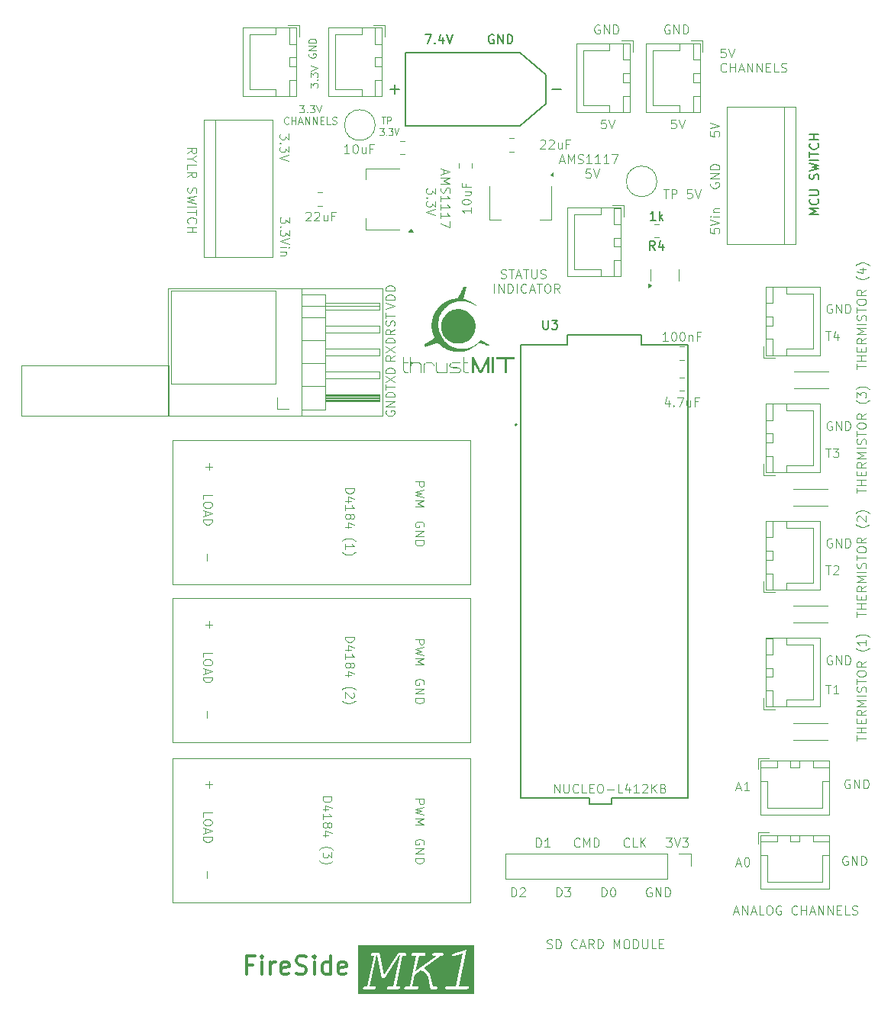
<source format=gbr>
%TF.GenerationSoftware,KiCad,Pcbnew,9.0.4*%
%TF.CreationDate,2025-10-04T23:37:01+05:30*%
%TF.ProjectId,FireSide,46697265-5369-4646-952e-6b696361645f,rev?*%
%TF.SameCoordinates,Original*%
%TF.FileFunction,Legend,Top*%
%TF.FilePolarity,Positive*%
%FSLAX46Y46*%
G04 Gerber Fmt 4.6, Leading zero omitted, Abs format (unit mm)*
G04 Created by KiCad (PCBNEW 9.0.4) date 2025-10-04 23:37:01*
%MOMM*%
%LPD*%
G01*
G04 APERTURE LIST*
%ADD10C,0.100000*%
%ADD11C,0.150000*%
%ADD12C,1.000000*%
%ADD13C,0.300000*%
%ADD14C,0.087500*%
%ADD15C,0.120000*%
%ADD16C,0.127000*%
%ADD17C,0.200000*%
%ADD18C,0.000000*%
G04 APERTURE END LIST*
D10*
X128911027Y-49372419D02*
X129482455Y-49372419D01*
X129196741Y-50372419D02*
X129196741Y-49372419D01*
X129815789Y-50372419D02*
X129815789Y-49372419D01*
X129815789Y-49372419D02*
X130196741Y-49372419D01*
X130196741Y-49372419D02*
X130291979Y-49420038D01*
X130291979Y-49420038D02*
X130339598Y-49467657D01*
X130339598Y-49467657D02*
X130387217Y-49562895D01*
X130387217Y-49562895D02*
X130387217Y-49705752D01*
X130387217Y-49705752D02*
X130339598Y-49800990D01*
X130339598Y-49800990D02*
X130291979Y-49848609D01*
X130291979Y-49848609D02*
X130196741Y-49896228D01*
X130196741Y-49896228D02*
X129815789Y-49896228D01*
X132053884Y-49372419D02*
X131577694Y-49372419D01*
X131577694Y-49372419D02*
X131530075Y-49848609D01*
X131530075Y-49848609D02*
X131577694Y-49800990D01*
X131577694Y-49800990D02*
X131672932Y-49753371D01*
X131672932Y-49753371D02*
X131911027Y-49753371D01*
X131911027Y-49753371D02*
X132006265Y-49800990D01*
X132006265Y-49800990D02*
X132053884Y-49848609D01*
X132053884Y-49848609D02*
X132101503Y-49943847D01*
X132101503Y-49943847D02*
X132101503Y-50181942D01*
X132101503Y-50181942D02*
X132053884Y-50277180D01*
X132053884Y-50277180D02*
X132006265Y-50324800D01*
X132006265Y-50324800D02*
X131911027Y-50372419D01*
X131911027Y-50372419D02*
X131672932Y-50372419D01*
X131672932Y-50372419D02*
X131577694Y-50324800D01*
X131577694Y-50324800D02*
X131530075Y-50277180D01*
X132387218Y-49372419D02*
X132720551Y-50372419D01*
X132720551Y-50372419D02*
X133053884Y-49372419D01*
D11*
X110088095Y-32252438D02*
X109992857Y-32204819D01*
X109992857Y-32204819D02*
X109850000Y-32204819D01*
X109850000Y-32204819D02*
X109707143Y-32252438D01*
X109707143Y-32252438D02*
X109611905Y-32347676D01*
X109611905Y-32347676D02*
X109564286Y-32442914D01*
X109564286Y-32442914D02*
X109516667Y-32633390D01*
X109516667Y-32633390D02*
X109516667Y-32776247D01*
X109516667Y-32776247D02*
X109564286Y-32966723D01*
X109564286Y-32966723D02*
X109611905Y-33061961D01*
X109611905Y-33061961D02*
X109707143Y-33157200D01*
X109707143Y-33157200D02*
X109850000Y-33204819D01*
X109850000Y-33204819D02*
X109945238Y-33204819D01*
X109945238Y-33204819D02*
X110088095Y-33157200D01*
X110088095Y-33157200D02*
X110135714Y-33109580D01*
X110135714Y-33109580D02*
X110135714Y-32776247D01*
X110135714Y-32776247D02*
X109945238Y-32776247D01*
X110564286Y-33204819D02*
X110564286Y-32204819D01*
X110564286Y-32204819D02*
X111135714Y-33204819D01*
X111135714Y-33204819D02*
X111135714Y-32204819D01*
X111611905Y-33204819D02*
X111611905Y-32204819D01*
X111611905Y-32204819D02*
X111850000Y-32204819D01*
X111850000Y-32204819D02*
X111992857Y-32252438D01*
X111992857Y-32252438D02*
X112088095Y-32347676D01*
X112088095Y-32347676D02*
X112135714Y-32442914D01*
X112135714Y-32442914D02*
X112183333Y-32633390D01*
X112183333Y-32633390D02*
X112183333Y-32776247D01*
X112183333Y-32776247D02*
X112135714Y-32966723D01*
X112135714Y-32966723D02*
X112088095Y-33061961D01*
X112088095Y-33061961D02*
X111992857Y-33157200D01*
X111992857Y-33157200D02*
X111850000Y-33204819D01*
X111850000Y-33204819D02*
X111611905Y-33204819D01*
D10*
X91127580Y-116803884D02*
X92127580Y-116803884D01*
X92127580Y-116803884D02*
X92127580Y-117041979D01*
X92127580Y-117041979D02*
X92079961Y-117184836D01*
X92079961Y-117184836D02*
X91984723Y-117280074D01*
X91984723Y-117280074D02*
X91889485Y-117327693D01*
X91889485Y-117327693D02*
X91699009Y-117375312D01*
X91699009Y-117375312D02*
X91556152Y-117375312D01*
X91556152Y-117375312D02*
X91365676Y-117327693D01*
X91365676Y-117327693D02*
X91270438Y-117280074D01*
X91270438Y-117280074D02*
X91175200Y-117184836D01*
X91175200Y-117184836D02*
X91127580Y-117041979D01*
X91127580Y-117041979D02*
X91127580Y-116803884D01*
X91794247Y-118232455D02*
X91127580Y-118232455D01*
X92175200Y-117994360D02*
X91460914Y-117756265D01*
X91460914Y-117756265D02*
X91460914Y-118375312D01*
X91127580Y-119280074D02*
X91127580Y-118708646D01*
X91127580Y-118994360D02*
X92127580Y-118994360D01*
X92127580Y-118994360D02*
X91984723Y-118899122D01*
X91984723Y-118899122D02*
X91889485Y-118803884D01*
X91889485Y-118803884D02*
X91841866Y-118708646D01*
X91699009Y-119851503D02*
X91746628Y-119756265D01*
X91746628Y-119756265D02*
X91794247Y-119708646D01*
X91794247Y-119708646D02*
X91889485Y-119661027D01*
X91889485Y-119661027D02*
X91937104Y-119661027D01*
X91937104Y-119661027D02*
X92032342Y-119708646D01*
X92032342Y-119708646D02*
X92079961Y-119756265D01*
X92079961Y-119756265D02*
X92127580Y-119851503D01*
X92127580Y-119851503D02*
X92127580Y-120041979D01*
X92127580Y-120041979D02*
X92079961Y-120137217D01*
X92079961Y-120137217D02*
X92032342Y-120184836D01*
X92032342Y-120184836D02*
X91937104Y-120232455D01*
X91937104Y-120232455D02*
X91889485Y-120232455D01*
X91889485Y-120232455D02*
X91794247Y-120184836D01*
X91794247Y-120184836D02*
X91746628Y-120137217D01*
X91746628Y-120137217D02*
X91699009Y-120041979D01*
X91699009Y-120041979D02*
X91699009Y-119851503D01*
X91699009Y-119851503D02*
X91651390Y-119756265D01*
X91651390Y-119756265D02*
X91603771Y-119708646D01*
X91603771Y-119708646D02*
X91508533Y-119661027D01*
X91508533Y-119661027D02*
X91318057Y-119661027D01*
X91318057Y-119661027D02*
X91222819Y-119708646D01*
X91222819Y-119708646D02*
X91175200Y-119756265D01*
X91175200Y-119756265D02*
X91127580Y-119851503D01*
X91127580Y-119851503D02*
X91127580Y-120041979D01*
X91127580Y-120041979D02*
X91175200Y-120137217D01*
X91175200Y-120137217D02*
X91222819Y-120184836D01*
X91222819Y-120184836D02*
X91318057Y-120232455D01*
X91318057Y-120232455D02*
X91508533Y-120232455D01*
X91508533Y-120232455D02*
X91603771Y-120184836D01*
X91603771Y-120184836D02*
X91651390Y-120137217D01*
X91651390Y-120137217D02*
X91699009Y-120041979D01*
X91794247Y-121089598D02*
X91127580Y-121089598D01*
X92175200Y-120851503D02*
X91460914Y-120613408D01*
X91460914Y-120613408D02*
X91460914Y-121232455D01*
X90746628Y-122661027D02*
X90794247Y-122613408D01*
X90794247Y-122613408D02*
X90937104Y-122518170D01*
X90937104Y-122518170D02*
X91032342Y-122470551D01*
X91032342Y-122470551D02*
X91175200Y-122422932D01*
X91175200Y-122422932D02*
X91413295Y-122375313D01*
X91413295Y-122375313D02*
X91603771Y-122375313D01*
X91603771Y-122375313D02*
X91841866Y-122422932D01*
X91841866Y-122422932D02*
X91984723Y-122470551D01*
X91984723Y-122470551D02*
X92079961Y-122518170D01*
X92079961Y-122518170D02*
X92222819Y-122613408D01*
X92222819Y-122613408D02*
X92270438Y-122661027D01*
X92127580Y-122946742D02*
X92127580Y-123565789D01*
X92127580Y-123565789D02*
X91746628Y-123232456D01*
X91746628Y-123232456D02*
X91746628Y-123375313D01*
X91746628Y-123375313D02*
X91699009Y-123470551D01*
X91699009Y-123470551D02*
X91651390Y-123518170D01*
X91651390Y-123518170D02*
X91556152Y-123565789D01*
X91556152Y-123565789D02*
X91318057Y-123565789D01*
X91318057Y-123565789D02*
X91222819Y-123518170D01*
X91222819Y-123518170D02*
X91175200Y-123470551D01*
X91175200Y-123470551D02*
X91127580Y-123375313D01*
X91127580Y-123375313D02*
X91127580Y-123089599D01*
X91127580Y-123089599D02*
X91175200Y-122994361D01*
X91175200Y-122994361D02*
X91222819Y-122946742D01*
X90746628Y-123899123D02*
X90794247Y-123946742D01*
X90794247Y-123946742D02*
X90937104Y-124041980D01*
X90937104Y-124041980D02*
X91032342Y-124089599D01*
X91032342Y-124089599D02*
X91175200Y-124137218D01*
X91175200Y-124137218D02*
X91413295Y-124184837D01*
X91413295Y-124184837D02*
X91603771Y-124184837D01*
X91603771Y-124184837D02*
X91841866Y-124137218D01*
X91841866Y-124137218D02*
X91984723Y-124089599D01*
X91984723Y-124089599D02*
X92079961Y-124041980D01*
X92079961Y-124041980D02*
X92222819Y-123946742D01*
X92222819Y-123946742D02*
X92270438Y-123899123D01*
X122053884Y-127872419D02*
X122053884Y-126872419D01*
X122053884Y-126872419D02*
X122291979Y-126872419D01*
X122291979Y-126872419D02*
X122434836Y-126920038D01*
X122434836Y-126920038D02*
X122530074Y-127015276D01*
X122530074Y-127015276D02*
X122577693Y-127110514D01*
X122577693Y-127110514D02*
X122625312Y-127300990D01*
X122625312Y-127300990D02*
X122625312Y-127443847D01*
X122625312Y-127443847D02*
X122577693Y-127634323D01*
X122577693Y-127634323D02*
X122530074Y-127729561D01*
X122530074Y-127729561D02*
X122434836Y-127824800D01*
X122434836Y-127824800D02*
X122291979Y-127872419D01*
X122291979Y-127872419D02*
X122053884Y-127872419D01*
X123244360Y-126872419D02*
X123339598Y-126872419D01*
X123339598Y-126872419D02*
X123434836Y-126920038D01*
X123434836Y-126920038D02*
X123482455Y-126967657D01*
X123482455Y-126967657D02*
X123530074Y-127062895D01*
X123530074Y-127062895D02*
X123577693Y-127253371D01*
X123577693Y-127253371D02*
X123577693Y-127491466D01*
X123577693Y-127491466D02*
X123530074Y-127681942D01*
X123530074Y-127681942D02*
X123482455Y-127777180D01*
X123482455Y-127777180D02*
X123434836Y-127824800D01*
X123434836Y-127824800D02*
X123339598Y-127872419D01*
X123339598Y-127872419D02*
X123244360Y-127872419D01*
X123244360Y-127872419D02*
X123149122Y-127824800D01*
X123149122Y-127824800D02*
X123101503Y-127777180D01*
X123101503Y-127777180D02*
X123053884Y-127681942D01*
X123053884Y-127681942D02*
X123006265Y-127491466D01*
X123006265Y-127491466D02*
X123006265Y-127253371D01*
X123006265Y-127253371D02*
X123053884Y-127062895D01*
X123053884Y-127062895D02*
X123101503Y-126967657D01*
X123101503Y-126967657D02*
X123149122Y-126920038D01*
X123149122Y-126920038D02*
X123244360Y-126872419D01*
D11*
X102523810Y-32204819D02*
X103190476Y-32204819D01*
X103190476Y-32204819D02*
X102761905Y-33204819D01*
X103571429Y-33109580D02*
X103619048Y-33157200D01*
X103619048Y-33157200D02*
X103571429Y-33204819D01*
X103571429Y-33204819D02*
X103523810Y-33157200D01*
X103523810Y-33157200D02*
X103571429Y-33109580D01*
X103571429Y-33109580D02*
X103571429Y-33204819D01*
X104476190Y-32538152D02*
X104476190Y-33204819D01*
X104238095Y-32157200D02*
X104000000Y-32871485D01*
X104000000Y-32871485D02*
X104619047Y-32871485D01*
X104857143Y-32204819D02*
X105190476Y-33204819D01*
X105190476Y-33204819D02*
X105523809Y-32204819D01*
D10*
X146911027Y-91122419D02*
X147482455Y-91122419D01*
X147196741Y-92122419D02*
X147196741Y-91122419D01*
X147768170Y-91217657D02*
X147815789Y-91170038D01*
X147815789Y-91170038D02*
X147911027Y-91122419D01*
X147911027Y-91122419D02*
X148149122Y-91122419D01*
X148149122Y-91122419D02*
X148244360Y-91170038D01*
X148244360Y-91170038D02*
X148291979Y-91217657D01*
X148291979Y-91217657D02*
X148339598Y-91312895D01*
X148339598Y-91312895D02*
X148339598Y-91408133D01*
X148339598Y-91408133D02*
X148291979Y-91550990D01*
X148291979Y-91550990D02*
X147720551Y-92122419D01*
X147720551Y-92122419D02*
X148339598Y-92122419D01*
X112053884Y-127872419D02*
X112053884Y-126872419D01*
X112053884Y-126872419D02*
X112291979Y-126872419D01*
X112291979Y-126872419D02*
X112434836Y-126920038D01*
X112434836Y-126920038D02*
X112530074Y-127015276D01*
X112530074Y-127015276D02*
X112577693Y-127110514D01*
X112577693Y-127110514D02*
X112625312Y-127300990D01*
X112625312Y-127300990D02*
X112625312Y-127443847D01*
X112625312Y-127443847D02*
X112577693Y-127634323D01*
X112577693Y-127634323D02*
X112530074Y-127729561D01*
X112530074Y-127729561D02*
X112434836Y-127824800D01*
X112434836Y-127824800D02*
X112291979Y-127872419D01*
X112291979Y-127872419D02*
X112053884Y-127872419D01*
X113006265Y-126967657D02*
X113053884Y-126920038D01*
X113053884Y-126920038D02*
X113149122Y-126872419D01*
X113149122Y-126872419D02*
X113387217Y-126872419D01*
X113387217Y-126872419D02*
X113482455Y-126920038D01*
X113482455Y-126920038D02*
X113530074Y-126967657D01*
X113530074Y-126967657D02*
X113577693Y-127062895D01*
X113577693Y-127062895D02*
X113577693Y-127158133D01*
X113577693Y-127158133D02*
X113530074Y-127300990D01*
X113530074Y-127300990D02*
X112958646Y-127872419D01*
X112958646Y-127872419D02*
X113577693Y-127872419D01*
X129577693Y-31170038D02*
X129482455Y-31122419D01*
X129482455Y-31122419D02*
X129339598Y-31122419D01*
X129339598Y-31122419D02*
X129196741Y-31170038D01*
X129196741Y-31170038D02*
X129101503Y-31265276D01*
X129101503Y-31265276D02*
X129053884Y-31360514D01*
X129053884Y-31360514D02*
X129006265Y-31550990D01*
X129006265Y-31550990D02*
X129006265Y-31693847D01*
X129006265Y-31693847D02*
X129053884Y-31884323D01*
X129053884Y-31884323D02*
X129101503Y-31979561D01*
X129101503Y-31979561D02*
X129196741Y-32074800D01*
X129196741Y-32074800D02*
X129339598Y-32122419D01*
X129339598Y-32122419D02*
X129434836Y-32122419D01*
X129434836Y-32122419D02*
X129577693Y-32074800D01*
X129577693Y-32074800D02*
X129625312Y-32027180D01*
X129625312Y-32027180D02*
X129625312Y-31693847D01*
X129625312Y-31693847D02*
X129434836Y-31693847D01*
X130053884Y-32122419D02*
X130053884Y-31122419D01*
X130053884Y-31122419D02*
X130625312Y-32122419D01*
X130625312Y-32122419D02*
X130625312Y-31122419D01*
X131101503Y-32122419D02*
X131101503Y-31122419D01*
X131101503Y-31122419D02*
X131339598Y-31122419D01*
X131339598Y-31122419D02*
X131482455Y-31170038D01*
X131482455Y-31170038D02*
X131577693Y-31265276D01*
X131577693Y-31265276D02*
X131625312Y-31360514D01*
X131625312Y-31360514D02*
X131672931Y-31550990D01*
X131672931Y-31550990D02*
X131672931Y-31693847D01*
X131672931Y-31693847D02*
X131625312Y-31884323D01*
X131625312Y-31884323D02*
X131577693Y-31979561D01*
X131577693Y-31979561D02*
X131482455Y-32074800D01*
X131482455Y-32074800D02*
X131339598Y-32122419D01*
X131339598Y-32122419D02*
X131101503Y-32122419D01*
X147577693Y-62170038D02*
X147482455Y-62122419D01*
X147482455Y-62122419D02*
X147339598Y-62122419D01*
X147339598Y-62122419D02*
X147196741Y-62170038D01*
X147196741Y-62170038D02*
X147101503Y-62265276D01*
X147101503Y-62265276D02*
X147053884Y-62360514D01*
X147053884Y-62360514D02*
X147006265Y-62550990D01*
X147006265Y-62550990D02*
X147006265Y-62693847D01*
X147006265Y-62693847D02*
X147053884Y-62884323D01*
X147053884Y-62884323D02*
X147101503Y-62979561D01*
X147101503Y-62979561D02*
X147196741Y-63074800D01*
X147196741Y-63074800D02*
X147339598Y-63122419D01*
X147339598Y-63122419D02*
X147434836Y-63122419D01*
X147434836Y-63122419D02*
X147577693Y-63074800D01*
X147577693Y-63074800D02*
X147625312Y-63027180D01*
X147625312Y-63027180D02*
X147625312Y-62693847D01*
X147625312Y-62693847D02*
X147434836Y-62693847D01*
X148053884Y-63122419D02*
X148053884Y-62122419D01*
X148053884Y-62122419D02*
X148625312Y-63122419D01*
X148625312Y-63122419D02*
X148625312Y-62122419D01*
X149101503Y-63122419D02*
X149101503Y-62122419D01*
X149101503Y-62122419D02*
X149339598Y-62122419D01*
X149339598Y-62122419D02*
X149482455Y-62170038D01*
X149482455Y-62170038D02*
X149577693Y-62265276D01*
X149577693Y-62265276D02*
X149625312Y-62360514D01*
X149625312Y-62360514D02*
X149672931Y-62550990D01*
X149672931Y-62550990D02*
X149672931Y-62693847D01*
X149672931Y-62693847D02*
X149625312Y-62884323D01*
X149625312Y-62884323D02*
X149577693Y-62979561D01*
X149577693Y-62979561D02*
X149482455Y-63074800D01*
X149482455Y-63074800D02*
X149339598Y-63122419D01*
X149339598Y-63122419D02*
X149101503Y-63122419D01*
D12*
G36*
X107897365Y-138705556D02*
G01*
X95053742Y-138705556D01*
X95053742Y-138032763D01*
X95609298Y-138032763D01*
X95618251Y-138082999D01*
X95643492Y-138119164D01*
X95686765Y-138140691D01*
X95773246Y-138150000D01*
X96832039Y-138150000D01*
X96935166Y-138135723D01*
X97001177Y-138098403D01*
X97043752Y-138040915D01*
X97057658Y-137974145D01*
X97048609Y-137922748D01*
X97023464Y-137887133D01*
X96980261Y-137866051D01*
X96893710Y-137856908D01*
X96364009Y-137856908D01*
X97091547Y-134408199D01*
X97146196Y-134408199D01*
X97713450Y-136938555D01*
X98044705Y-136938555D01*
X99660066Y-134408199D01*
X99718379Y-134408199D01*
X98990840Y-137856908D01*
X98464802Y-137856908D01*
X98361716Y-137871392D01*
X98293832Y-137909726D01*
X98249910Y-137967786D01*
X98235825Y-138032763D01*
X98245120Y-138082864D01*
X98271545Y-138119164D01*
X98316362Y-138140763D01*
X98403131Y-138150000D01*
X99458565Y-138150000D01*
X99563393Y-138139586D01*
X99629535Y-138113363D01*
X99671382Y-138064063D01*
X99677008Y-138032763D01*
X100170839Y-138032763D01*
X100179791Y-138082999D01*
X100205033Y-138119164D01*
X100248305Y-138140691D01*
X100334787Y-138150000D01*
X101537072Y-138150000D01*
X101639932Y-138135733D01*
X101705905Y-138098403D01*
X101748480Y-138040915D01*
X101762386Y-137974145D01*
X101753337Y-137922748D01*
X101728192Y-137887133D01*
X101684988Y-137866051D01*
X101598438Y-137856908D01*
X101069042Y-137856908D01*
X101342288Y-136589288D01*
X102025558Y-136070577D01*
X102294338Y-136189726D01*
X102513471Y-136353526D01*
X102689898Y-136564558D01*
X102814155Y-136823245D01*
X102956246Y-137314720D01*
X103111828Y-138150000D01*
X103665038Y-138150000D01*
X103768166Y-138136410D01*
X103833871Y-138101151D01*
X103876556Y-138046740D01*
X103879625Y-138032763D01*
X104698185Y-138032763D01*
X104707138Y-138082999D01*
X104732379Y-138119164D01*
X104775652Y-138140691D01*
X104862133Y-138150000D01*
X107116495Y-138150000D01*
X107219354Y-138135733D01*
X107285327Y-138098403D01*
X107327902Y-138040915D01*
X107341809Y-137974145D01*
X107332759Y-137922748D01*
X107307615Y-137887133D01*
X107264411Y-137866051D01*
X107177861Y-137856908D01*
X106194173Y-137856908D01*
X107055129Y-133814689D01*
X105658060Y-134222575D01*
X105563186Y-134257993D01*
X105514567Y-134294931D01*
X105477015Y-134392323D01*
X105507545Y-134466207D01*
X105579596Y-134496127D01*
X105685232Y-134475671D01*
X106682658Y-134183496D01*
X105907493Y-137856908D01*
X104923804Y-137856908D01*
X104821014Y-137871460D01*
X104754666Y-137909726D01*
X104711953Y-137967667D01*
X104698185Y-138032763D01*
X103879625Y-138032763D01*
X103890352Y-137983914D01*
X103881403Y-137936971D01*
X103856158Y-137904230D01*
X103813447Y-137884936D01*
X103726404Y-137876448D01*
X103367978Y-137876448D01*
X103217326Y-137129367D01*
X103139000Y-136826509D01*
X102986943Y-136456446D01*
X102823011Y-136210406D01*
X102609222Y-136018442D01*
X102312543Y-135854117D01*
X104187718Y-134437508D01*
X104360685Y-134428088D01*
X104416390Y-134437508D01*
X104498517Y-134367899D01*
X104532711Y-134261653D01*
X104523661Y-134210257D01*
X104498517Y-134174642D01*
X104454892Y-134153644D01*
X104365099Y-134144417D01*
X103521545Y-134144417D01*
X103418369Y-134157995D01*
X103352407Y-134193265D01*
X103309780Y-134247173D01*
X103296231Y-134307144D01*
X103305248Y-134357075D01*
X103330120Y-134390491D01*
X103373057Y-134409577D01*
X103460179Y-134417969D01*
X103774337Y-134417969D01*
X101421057Y-136174685D01*
X101796580Y-134437508D01*
X102325976Y-134437508D01*
X102429104Y-134423232D01*
X102495115Y-134385912D01*
X102537689Y-134328424D01*
X102551596Y-134261653D01*
X102542547Y-134210257D01*
X102517402Y-134174642D01*
X102474198Y-134153559D01*
X102387648Y-134144417D01*
X101185362Y-134144417D01*
X101082572Y-134158969D01*
X101016224Y-134197234D01*
X100973511Y-134255176D01*
X100959743Y-134320272D01*
X100968901Y-134373095D01*
X100993937Y-134408199D01*
X101037038Y-134428616D01*
X101123691Y-134437508D01*
X101509900Y-134437508D01*
X100782362Y-137856908D01*
X100396153Y-137856908D01*
X100293363Y-137871460D01*
X100227015Y-137909726D01*
X100184543Y-137967643D01*
X100170839Y-138032763D01*
X99677008Y-138032763D01*
X99687543Y-137974145D01*
X99676035Y-137887180D01*
X99653349Y-137864235D01*
X99520237Y-137876448D01*
X99281184Y-137856908D01*
X100008722Y-134437508D01*
X100186104Y-134437508D01*
X100289231Y-134423232D01*
X100355242Y-134385912D01*
X100397817Y-134328424D01*
X100411723Y-134261653D01*
X100402674Y-134210257D01*
X100377529Y-134174642D01*
X100334326Y-134153559D01*
X100247775Y-134144417D01*
X99540692Y-134144417D01*
X97948839Y-136593867D01*
X97388913Y-134144417D01*
X96685188Y-134144417D01*
X96580846Y-134154874D01*
X96516050Y-134181053D01*
X96475615Y-134230147D01*
X96459874Y-134320272D01*
X96471301Y-134407288D01*
X96493763Y-134430181D01*
X96623822Y-134417969D01*
X96801203Y-134437508D01*
X96073970Y-137856908D01*
X95834612Y-137856908D01*
X95731822Y-137871460D01*
X95665474Y-137909726D01*
X95623002Y-137967643D01*
X95609298Y-138032763D01*
X95053742Y-138032763D01*
X95053742Y-133259133D01*
X107897365Y-133259133D01*
X107897365Y-138705556D01*
G37*
D13*
X83340225Y-135442019D02*
X82673558Y-135442019D01*
X82673558Y-136489638D02*
X82673558Y-134489638D01*
X82673558Y-134489638D02*
X83625939Y-134489638D01*
X84387844Y-136489638D02*
X84387844Y-135156304D01*
X84387844Y-134489638D02*
X84292606Y-134584876D01*
X84292606Y-134584876D02*
X84387844Y-134680114D01*
X84387844Y-134680114D02*
X84483082Y-134584876D01*
X84483082Y-134584876D02*
X84387844Y-134489638D01*
X84387844Y-134489638D02*
X84387844Y-134680114D01*
X85340225Y-136489638D02*
X85340225Y-135156304D01*
X85340225Y-135537257D02*
X85435463Y-135346780D01*
X85435463Y-135346780D02*
X85530701Y-135251542D01*
X85530701Y-135251542D02*
X85721177Y-135156304D01*
X85721177Y-135156304D02*
X85911654Y-135156304D01*
X87340225Y-136394400D02*
X87149749Y-136489638D01*
X87149749Y-136489638D02*
X86768796Y-136489638D01*
X86768796Y-136489638D02*
X86578320Y-136394400D01*
X86578320Y-136394400D02*
X86483082Y-136203923D01*
X86483082Y-136203923D02*
X86483082Y-135442019D01*
X86483082Y-135442019D02*
X86578320Y-135251542D01*
X86578320Y-135251542D02*
X86768796Y-135156304D01*
X86768796Y-135156304D02*
X87149749Y-135156304D01*
X87149749Y-135156304D02*
X87340225Y-135251542D01*
X87340225Y-135251542D02*
X87435463Y-135442019D01*
X87435463Y-135442019D02*
X87435463Y-135632495D01*
X87435463Y-135632495D02*
X86483082Y-135822971D01*
X88197368Y-136394400D02*
X88483082Y-136489638D01*
X88483082Y-136489638D02*
X88959273Y-136489638D01*
X88959273Y-136489638D02*
X89149749Y-136394400D01*
X89149749Y-136394400D02*
X89244987Y-136299161D01*
X89244987Y-136299161D02*
X89340225Y-136108685D01*
X89340225Y-136108685D02*
X89340225Y-135918209D01*
X89340225Y-135918209D02*
X89244987Y-135727733D01*
X89244987Y-135727733D02*
X89149749Y-135632495D01*
X89149749Y-135632495D02*
X88959273Y-135537257D01*
X88959273Y-135537257D02*
X88578320Y-135442019D01*
X88578320Y-135442019D02*
X88387844Y-135346780D01*
X88387844Y-135346780D02*
X88292606Y-135251542D01*
X88292606Y-135251542D02*
X88197368Y-135061066D01*
X88197368Y-135061066D02*
X88197368Y-134870590D01*
X88197368Y-134870590D02*
X88292606Y-134680114D01*
X88292606Y-134680114D02*
X88387844Y-134584876D01*
X88387844Y-134584876D02*
X88578320Y-134489638D01*
X88578320Y-134489638D02*
X89054511Y-134489638D01*
X89054511Y-134489638D02*
X89340225Y-134584876D01*
X90197368Y-136489638D02*
X90197368Y-135156304D01*
X90197368Y-134489638D02*
X90102130Y-134584876D01*
X90102130Y-134584876D02*
X90197368Y-134680114D01*
X90197368Y-134680114D02*
X90292606Y-134584876D01*
X90292606Y-134584876D02*
X90197368Y-134489638D01*
X90197368Y-134489638D02*
X90197368Y-134680114D01*
X92006892Y-136489638D02*
X92006892Y-134489638D01*
X92006892Y-136394400D02*
X91816416Y-136489638D01*
X91816416Y-136489638D02*
X91435463Y-136489638D01*
X91435463Y-136489638D02*
X91244987Y-136394400D01*
X91244987Y-136394400D02*
X91149749Y-136299161D01*
X91149749Y-136299161D02*
X91054511Y-136108685D01*
X91054511Y-136108685D02*
X91054511Y-135537257D01*
X91054511Y-135537257D02*
X91149749Y-135346780D01*
X91149749Y-135346780D02*
X91244987Y-135251542D01*
X91244987Y-135251542D02*
X91435463Y-135156304D01*
X91435463Y-135156304D02*
X91816416Y-135156304D01*
X91816416Y-135156304D02*
X92006892Y-135251542D01*
X93721178Y-136394400D02*
X93530702Y-136489638D01*
X93530702Y-136489638D02*
X93149749Y-136489638D01*
X93149749Y-136489638D02*
X92959273Y-136394400D01*
X92959273Y-136394400D02*
X92864035Y-136203923D01*
X92864035Y-136203923D02*
X92864035Y-135442019D01*
X92864035Y-135442019D02*
X92959273Y-135251542D01*
X92959273Y-135251542D02*
X93149749Y-135156304D01*
X93149749Y-135156304D02*
X93530702Y-135156304D01*
X93530702Y-135156304D02*
X93721178Y-135251542D01*
X93721178Y-135251542D02*
X93816416Y-135442019D01*
X93816416Y-135442019D02*
X93816416Y-135632495D01*
X93816416Y-135632495D02*
X92864035Y-135822971D01*
D10*
X110892857Y-59214856D02*
X111035714Y-59262475D01*
X111035714Y-59262475D02*
X111273809Y-59262475D01*
X111273809Y-59262475D02*
X111369047Y-59214856D01*
X111369047Y-59214856D02*
X111416666Y-59167236D01*
X111416666Y-59167236D02*
X111464285Y-59071998D01*
X111464285Y-59071998D02*
X111464285Y-58976760D01*
X111464285Y-58976760D02*
X111416666Y-58881522D01*
X111416666Y-58881522D02*
X111369047Y-58833903D01*
X111369047Y-58833903D02*
X111273809Y-58786284D01*
X111273809Y-58786284D02*
X111083333Y-58738665D01*
X111083333Y-58738665D02*
X110988095Y-58691046D01*
X110988095Y-58691046D02*
X110940476Y-58643427D01*
X110940476Y-58643427D02*
X110892857Y-58548189D01*
X110892857Y-58548189D02*
X110892857Y-58452951D01*
X110892857Y-58452951D02*
X110940476Y-58357713D01*
X110940476Y-58357713D02*
X110988095Y-58310094D01*
X110988095Y-58310094D02*
X111083333Y-58262475D01*
X111083333Y-58262475D02*
X111321428Y-58262475D01*
X111321428Y-58262475D02*
X111464285Y-58310094D01*
X111750000Y-58262475D02*
X112321428Y-58262475D01*
X112035714Y-59262475D02*
X112035714Y-58262475D01*
X112607143Y-58976760D02*
X113083333Y-58976760D01*
X112511905Y-59262475D02*
X112845238Y-58262475D01*
X112845238Y-58262475D02*
X113178571Y-59262475D01*
X113369048Y-58262475D02*
X113940476Y-58262475D01*
X113654762Y-59262475D02*
X113654762Y-58262475D01*
X114273810Y-58262475D02*
X114273810Y-59071998D01*
X114273810Y-59071998D02*
X114321429Y-59167236D01*
X114321429Y-59167236D02*
X114369048Y-59214856D01*
X114369048Y-59214856D02*
X114464286Y-59262475D01*
X114464286Y-59262475D02*
X114654762Y-59262475D01*
X114654762Y-59262475D02*
X114750000Y-59214856D01*
X114750000Y-59214856D02*
X114797619Y-59167236D01*
X114797619Y-59167236D02*
X114845238Y-59071998D01*
X114845238Y-59071998D02*
X114845238Y-58262475D01*
X115273810Y-59214856D02*
X115416667Y-59262475D01*
X115416667Y-59262475D02*
X115654762Y-59262475D01*
X115654762Y-59262475D02*
X115750000Y-59214856D01*
X115750000Y-59214856D02*
X115797619Y-59167236D01*
X115797619Y-59167236D02*
X115845238Y-59071998D01*
X115845238Y-59071998D02*
X115845238Y-58976760D01*
X115845238Y-58976760D02*
X115797619Y-58881522D01*
X115797619Y-58881522D02*
X115750000Y-58833903D01*
X115750000Y-58833903D02*
X115654762Y-58786284D01*
X115654762Y-58786284D02*
X115464286Y-58738665D01*
X115464286Y-58738665D02*
X115369048Y-58691046D01*
X115369048Y-58691046D02*
X115321429Y-58643427D01*
X115321429Y-58643427D02*
X115273810Y-58548189D01*
X115273810Y-58548189D02*
X115273810Y-58452951D01*
X115273810Y-58452951D02*
X115321429Y-58357713D01*
X115321429Y-58357713D02*
X115369048Y-58310094D01*
X115369048Y-58310094D02*
X115464286Y-58262475D01*
X115464286Y-58262475D02*
X115702381Y-58262475D01*
X115702381Y-58262475D02*
X115845238Y-58310094D01*
X110154762Y-60872419D02*
X110154762Y-59872419D01*
X110630952Y-60872419D02*
X110630952Y-59872419D01*
X110630952Y-59872419D02*
X111202380Y-60872419D01*
X111202380Y-60872419D02*
X111202380Y-59872419D01*
X111678571Y-60872419D02*
X111678571Y-59872419D01*
X111678571Y-59872419D02*
X111916666Y-59872419D01*
X111916666Y-59872419D02*
X112059523Y-59920038D01*
X112059523Y-59920038D02*
X112154761Y-60015276D01*
X112154761Y-60015276D02*
X112202380Y-60110514D01*
X112202380Y-60110514D02*
X112249999Y-60300990D01*
X112249999Y-60300990D02*
X112249999Y-60443847D01*
X112249999Y-60443847D02*
X112202380Y-60634323D01*
X112202380Y-60634323D02*
X112154761Y-60729561D01*
X112154761Y-60729561D02*
X112059523Y-60824800D01*
X112059523Y-60824800D02*
X111916666Y-60872419D01*
X111916666Y-60872419D02*
X111678571Y-60872419D01*
X112678571Y-60872419D02*
X112678571Y-59872419D01*
X113726189Y-60777180D02*
X113678570Y-60824800D01*
X113678570Y-60824800D02*
X113535713Y-60872419D01*
X113535713Y-60872419D02*
X113440475Y-60872419D01*
X113440475Y-60872419D02*
X113297618Y-60824800D01*
X113297618Y-60824800D02*
X113202380Y-60729561D01*
X113202380Y-60729561D02*
X113154761Y-60634323D01*
X113154761Y-60634323D02*
X113107142Y-60443847D01*
X113107142Y-60443847D02*
X113107142Y-60300990D01*
X113107142Y-60300990D02*
X113154761Y-60110514D01*
X113154761Y-60110514D02*
X113202380Y-60015276D01*
X113202380Y-60015276D02*
X113297618Y-59920038D01*
X113297618Y-59920038D02*
X113440475Y-59872419D01*
X113440475Y-59872419D02*
X113535713Y-59872419D01*
X113535713Y-59872419D02*
X113678570Y-59920038D01*
X113678570Y-59920038D02*
X113726189Y-59967657D01*
X114107142Y-60586704D02*
X114583332Y-60586704D01*
X114011904Y-60872419D02*
X114345237Y-59872419D01*
X114345237Y-59872419D02*
X114678570Y-60872419D01*
X114869047Y-59872419D02*
X115440475Y-59872419D01*
X115154761Y-60872419D02*
X115154761Y-59872419D01*
X115964285Y-59872419D02*
X116154761Y-59872419D01*
X116154761Y-59872419D02*
X116249999Y-59920038D01*
X116249999Y-59920038D02*
X116345237Y-60015276D01*
X116345237Y-60015276D02*
X116392856Y-60205752D01*
X116392856Y-60205752D02*
X116392856Y-60539085D01*
X116392856Y-60539085D02*
X116345237Y-60729561D01*
X116345237Y-60729561D02*
X116249999Y-60824800D01*
X116249999Y-60824800D02*
X116154761Y-60872419D01*
X116154761Y-60872419D02*
X115964285Y-60872419D01*
X115964285Y-60872419D02*
X115869047Y-60824800D01*
X115869047Y-60824800D02*
X115773809Y-60729561D01*
X115773809Y-60729561D02*
X115726190Y-60539085D01*
X115726190Y-60539085D02*
X115726190Y-60205752D01*
X115726190Y-60205752D02*
X115773809Y-60015276D01*
X115773809Y-60015276D02*
X115869047Y-59920038D01*
X115869047Y-59920038D02*
X115964285Y-59872419D01*
X117392856Y-60872419D02*
X117059523Y-60396228D01*
X116821428Y-60872419D02*
X116821428Y-59872419D01*
X116821428Y-59872419D02*
X117202380Y-59872419D01*
X117202380Y-59872419D02*
X117297618Y-59920038D01*
X117297618Y-59920038D02*
X117345237Y-59967657D01*
X117345237Y-59967657D02*
X117392856Y-60062895D01*
X117392856Y-60062895D02*
X117392856Y-60205752D01*
X117392856Y-60205752D02*
X117345237Y-60300990D01*
X117345237Y-60300990D02*
X117297618Y-60348609D01*
X117297618Y-60348609D02*
X117202380Y-60396228D01*
X117202380Y-60396228D02*
X116821428Y-60396228D01*
X89634990Y-34324687D02*
X89596895Y-34400877D01*
X89596895Y-34400877D02*
X89596895Y-34515163D01*
X89596895Y-34515163D02*
X89634990Y-34629449D01*
X89634990Y-34629449D02*
X89711180Y-34705639D01*
X89711180Y-34705639D02*
X89787371Y-34743734D01*
X89787371Y-34743734D02*
X89939752Y-34781830D01*
X89939752Y-34781830D02*
X90054038Y-34781830D01*
X90054038Y-34781830D02*
X90206419Y-34743734D01*
X90206419Y-34743734D02*
X90282609Y-34705639D01*
X90282609Y-34705639D02*
X90358800Y-34629449D01*
X90358800Y-34629449D02*
X90396895Y-34515163D01*
X90396895Y-34515163D02*
X90396895Y-34438972D01*
X90396895Y-34438972D02*
X90358800Y-34324687D01*
X90358800Y-34324687D02*
X90320704Y-34286591D01*
X90320704Y-34286591D02*
X90054038Y-34286591D01*
X90054038Y-34286591D02*
X90054038Y-34438972D01*
X90396895Y-33943734D02*
X89596895Y-33943734D01*
X89596895Y-33943734D02*
X90396895Y-33486591D01*
X90396895Y-33486591D02*
X89596895Y-33486591D01*
X90396895Y-33105639D02*
X89596895Y-33105639D01*
X89596895Y-33105639D02*
X89596895Y-32915163D01*
X89596895Y-32915163D02*
X89634990Y-32800877D01*
X89634990Y-32800877D02*
X89711180Y-32724687D01*
X89711180Y-32724687D02*
X89787371Y-32686592D01*
X89787371Y-32686592D02*
X89939752Y-32648496D01*
X89939752Y-32648496D02*
X90054038Y-32648496D01*
X90054038Y-32648496D02*
X90206419Y-32686592D01*
X90206419Y-32686592D02*
X90282609Y-32724687D01*
X90282609Y-32724687D02*
X90358800Y-32800877D01*
X90358800Y-32800877D02*
X90396895Y-32915163D01*
X90396895Y-32915163D02*
X90396895Y-33105639D01*
X93627580Y-82553884D02*
X94627580Y-82553884D01*
X94627580Y-82553884D02*
X94627580Y-82791979D01*
X94627580Y-82791979D02*
X94579961Y-82934836D01*
X94579961Y-82934836D02*
X94484723Y-83030074D01*
X94484723Y-83030074D02*
X94389485Y-83077693D01*
X94389485Y-83077693D02*
X94199009Y-83125312D01*
X94199009Y-83125312D02*
X94056152Y-83125312D01*
X94056152Y-83125312D02*
X93865676Y-83077693D01*
X93865676Y-83077693D02*
X93770438Y-83030074D01*
X93770438Y-83030074D02*
X93675200Y-82934836D01*
X93675200Y-82934836D02*
X93627580Y-82791979D01*
X93627580Y-82791979D02*
X93627580Y-82553884D01*
X94294247Y-83982455D02*
X93627580Y-83982455D01*
X94675200Y-83744360D02*
X93960914Y-83506265D01*
X93960914Y-83506265D02*
X93960914Y-84125312D01*
X93627580Y-85030074D02*
X93627580Y-84458646D01*
X93627580Y-84744360D02*
X94627580Y-84744360D01*
X94627580Y-84744360D02*
X94484723Y-84649122D01*
X94484723Y-84649122D02*
X94389485Y-84553884D01*
X94389485Y-84553884D02*
X94341866Y-84458646D01*
X94199009Y-85601503D02*
X94246628Y-85506265D01*
X94246628Y-85506265D02*
X94294247Y-85458646D01*
X94294247Y-85458646D02*
X94389485Y-85411027D01*
X94389485Y-85411027D02*
X94437104Y-85411027D01*
X94437104Y-85411027D02*
X94532342Y-85458646D01*
X94532342Y-85458646D02*
X94579961Y-85506265D01*
X94579961Y-85506265D02*
X94627580Y-85601503D01*
X94627580Y-85601503D02*
X94627580Y-85791979D01*
X94627580Y-85791979D02*
X94579961Y-85887217D01*
X94579961Y-85887217D02*
X94532342Y-85934836D01*
X94532342Y-85934836D02*
X94437104Y-85982455D01*
X94437104Y-85982455D02*
X94389485Y-85982455D01*
X94389485Y-85982455D02*
X94294247Y-85934836D01*
X94294247Y-85934836D02*
X94246628Y-85887217D01*
X94246628Y-85887217D02*
X94199009Y-85791979D01*
X94199009Y-85791979D02*
X94199009Y-85601503D01*
X94199009Y-85601503D02*
X94151390Y-85506265D01*
X94151390Y-85506265D02*
X94103771Y-85458646D01*
X94103771Y-85458646D02*
X94008533Y-85411027D01*
X94008533Y-85411027D02*
X93818057Y-85411027D01*
X93818057Y-85411027D02*
X93722819Y-85458646D01*
X93722819Y-85458646D02*
X93675200Y-85506265D01*
X93675200Y-85506265D02*
X93627580Y-85601503D01*
X93627580Y-85601503D02*
X93627580Y-85791979D01*
X93627580Y-85791979D02*
X93675200Y-85887217D01*
X93675200Y-85887217D02*
X93722819Y-85934836D01*
X93722819Y-85934836D02*
X93818057Y-85982455D01*
X93818057Y-85982455D02*
X94008533Y-85982455D01*
X94008533Y-85982455D02*
X94103771Y-85934836D01*
X94103771Y-85934836D02*
X94151390Y-85887217D01*
X94151390Y-85887217D02*
X94199009Y-85791979D01*
X94294247Y-86839598D02*
X93627580Y-86839598D01*
X94675200Y-86601503D02*
X93960914Y-86363408D01*
X93960914Y-86363408D02*
X93960914Y-86982455D01*
X93246628Y-88411027D02*
X93294247Y-88363408D01*
X93294247Y-88363408D02*
X93437104Y-88268170D01*
X93437104Y-88268170D02*
X93532342Y-88220551D01*
X93532342Y-88220551D02*
X93675200Y-88172932D01*
X93675200Y-88172932D02*
X93913295Y-88125313D01*
X93913295Y-88125313D02*
X94103771Y-88125313D01*
X94103771Y-88125313D02*
X94341866Y-88172932D01*
X94341866Y-88172932D02*
X94484723Y-88220551D01*
X94484723Y-88220551D02*
X94579961Y-88268170D01*
X94579961Y-88268170D02*
X94722819Y-88363408D01*
X94722819Y-88363408D02*
X94770438Y-88411027D01*
X93627580Y-89315789D02*
X93627580Y-88744361D01*
X93627580Y-89030075D02*
X94627580Y-89030075D01*
X94627580Y-89030075D02*
X94484723Y-88934837D01*
X94484723Y-88934837D02*
X94389485Y-88839599D01*
X94389485Y-88839599D02*
X94341866Y-88744361D01*
X93246628Y-89649123D02*
X93294247Y-89696742D01*
X93294247Y-89696742D02*
X93437104Y-89791980D01*
X93437104Y-89791980D02*
X93532342Y-89839599D01*
X93532342Y-89839599D02*
X93675200Y-89887218D01*
X93675200Y-89887218D02*
X93913295Y-89934837D01*
X93913295Y-89934837D02*
X94103771Y-89934837D01*
X94103771Y-89934837D02*
X94341866Y-89887218D01*
X94341866Y-89887218D02*
X94484723Y-89839599D01*
X94484723Y-89839599D02*
X94579961Y-89791980D01*
X94579961Y-89791980D02*
X94722819Y-89696742D01*
X94722819Y-89696742D02*
X94770438Y-89649123D01*
X115256265Y-43967657D02*
X115303884Y-43920038D01*
X115303884Y-43920038D02*
X115399122Y-43872419D01*
X115399122Y-43872419D02*
X115637217Y-43872419D01*
X115637217Y-43872419D02*
X115732455Y-43920038D01*
X115732455Y-43920038D02*
X115780074Y-43967657D01*
X115780074Y-43967657D02*
X115827693Y-44062895D01*
X115827693Y-44062895D02*
X115827693Y-44158133D01*
X115827693Y-44158133D02*
X115780074Y-44300990D01*
X115780074Y-44300990D02*
X115208646Y-44872419D01*
X115208646Y-44872419D02*
X115827693Y-44872419D01*
X116208646Y-43967657D02*
X116256265Y-43920038D01*
X116256265Y-43920038D02*
X116351503Y-43872419D01*
X116351503Y-43872419D02*
X116589598Y-43872419D01*
X116589598Y-43872419D02*
X116684836Y-43920038D01*
X116684836Y-43920038D02*
X116732455Y-43967657D01*
X116732455Y-43967657D02*
X116780074Y-44062895D01*
X116780074Y-44062895D02*
X116780074Y-44158133D01*
X116780074Y-44158133D02*
X116732455Y-44300990D01*
X116732455Y-44300990D02*
X116161027Y-44872419D01*
X116161027Y-44872419D02*
X116780074Y-44872419D01*
X117637217Y-44205752D02*
X117637217Y-44872419D01*
X117208646Y-44205752D02*
X117208646Y-44729561D01*
X117208646Y-44729561D02*
X117256265Y-44824800D01*
X117256265Y-44824800D02*
X117351503Y-44872419D01*
X117351503Y-44872419D02*
X117494360Y-44872419D01*
X117494360Y-44872419D02*
X117589598Y-44824800D01*
X117589598Y-44824800D02*
X117637217Y-44777180D01*
X118446741Y-44348609D02*
X118113408Y-44348609D01*
X118113408Y-44872419D02*
X118113408Y-43872419D01*
X118113408Y-43872419D02*
X118589598Y-43872419D01*
X134170038Y-48672306D02*
X134122419Y-48767544D01*
X134122419Y-48767544D02*
X134122419Y-48910401D01*
X134122419Y-48910401D02*
X134170038Y-49053258D01*
X134170038Y-49053258D02*
X134265276Y-49148496D01*
X134265276Y-49148496D02*
X134360514Y-49196115D01*
X134360514Y-49196115D02*
X134550990Y-49243734D01*
X134550990Y-49243734D02*
X134693847Y-49243734D01*
X134693847Y-49243734D02*
X134884323Y-49196115D01*
X134884323Y-49196115D02*
X134979561Y-49148496D01*
X134979561Y-49148496D02*
X135074800Y-49053258D01*
X135074800Y-49053258D02*
X135122419Y-48910401D01*
X135122419Y-48910401D02*
X135122419Y-48815163D01*
X135122419Y-48815163D02*
X135074800Y-48672306D01*
X135074800Y-48672306D02*
X135027180Y-48624687D01*
X135027180Y-48624687D02*
X134693847Y-48624687D01*
X134693847Y-48624687D02*
X134693847Y-48815163D01*
X135122419Y-48196115D02*
X134122419Y-48196115D01*
X134122419Y-48196115D02*
X135122419Y-47624687D01*
X135122419Y-47624687D02*
X134122419Y-47624687D01*
X135122419Y-47148496D02*
X134122419Y-47148496D01*
X134122419Y-47148496D02*
X134122419Y-46910401D01*
X134122419Y-46910401D02*
X134170038Y-46767544D01*
X134170038Y-46767544D02*
X134265276Y-46672306D01*
X134265276Y-46672306D02*
X134360514Y-46624687D01*
X134360514Y-46624687D02*
X134550990Y-46577068D01*
X134550990Y-46577068D02*
X134693847Y-46577068D01*
X134693847Y-46577068D02*
X134884323Y-46624687D01*
X134884323Y-46624687D02*
X134979561Y-46672306D01*
X134979561Y-46672306D02*
X135074800Y-46767544D01*
X135074800Y-46767544D02*
X135122419Y-46910401D01*
X135122419Y-46910401D02*
X135122419Y-47148496D01*
X87377580Y-43208646D02*
X87377580Y-43827693D01*
X87377580Y-43827693D02*
X86996628Y-43494360D01*
X86996628Y-43494360D02*
X86996628Y-43637217D01*
X86996628Y-43637217D02*
X86949009Y-43732455D01*
X86949009Y-43732455D02*
X86901390Y-43780074D01*
X86901390Y-43780074D02*
X86806152Y-43827693D01*
X86806152Y-43827693D02*
X86568057Y-43827693D01*
X86568057Y-43827693D02*
X86472819Y-43780074D01*
X86472819Y-43780074D02*
X86425200Y-43732455D01*
X86425200Y-43732455D02*
X86377580Y-43637217D01*
X86377580Y-43637217D02*
X86377580Y-43351503D01*
X86377580Y-43351503D02*
X86425200Y-43256265D01*
X86425200Y-43256265D02*
X86472819Y-43208646D01*
X86472819Y-44256265D02*
X86425200Y-44303884D01*
X86425200Y-44303884D02*
X86377580Y-44256265D01*
X86377580Y-44256265D02*
X86425200Y-44208646D01*
X86425200Y-44208646D02*
X86472819Y-44256265D01*
X86472819Y-44256265D02*
X86377580Y-44256265D01*
X87377580Y-44637217D02*
X87377580Y-45256264D01*
X87377580Y-45256264D02*
X86996628Y-44922931D01*
X86996628Y-44922931D02*
X86996628Y-45065788D01*
X86996628Y-45065788D02*
X86949009Y-45161026D01*
X86949009Y-45161026D02*
X86901390Y-45208645D01*
X86901390Y-45208645D02*
X86806152Y-45256264D01*
X86806152Y-45256264D02*
X86568057Y-45256264D01*
X86568057Y-45256264D02*
X86472819Y-45208645D01*
X86472819Y-45208645D02*
X86425200Y-45161026D01*
X86425200Y-45161026D02*
X86377580Y-45065788D01*
X86377580Y-45065788D02*
X86377580Y-44780074D01*
X86377580Y-44780074D02*
X86425200Y-44684836D01*
X86425200Y-44684836D02*
X86472819Y-44637217D01*
X87377580Y-45541979D02*
X86377580Y-45875312D01*
X86377580Y-45875312D02*
X87377580Y-46208645D01*
X104523239Y-47178571D02*
X104523239Y-47654761D01*
X104237524Y-47083333D02*
X105237524Y-47416666D01*
X105237524Y-47416666D02*
X104237524Y-47749999D01*
X104237524Y-48083333D02*
X105237524Y-48083333D01*
X105237524Y-48083333D02*
X104523239Y-48416666D01*
X104523239Y-48416666D02*
X105237524Y-48749999D01*
X105237524Y-48749999D02*
X104237524Y-48749999D01*
X104285144Y-49178571D02*
X104237524Y-49321428D01*
X104237524Y-49321428D02*
X104237524Y-49559523D01*
X104237524Y-49559523D02*
X104285144Y-49654761D01*
X104285144Y-49654761D02*
X104332763Y-49702380D01*
X104332763Y-49702380D02*
X104428001Y-49749999D01*
X104428001Y-49749999D02*
X104523239Y-49749999D01*
X104523239Y-49749999D02*
X104618477Y-49702380D01*
X104618477Y-49702380D02*
X104666096Y-49654761D01*
X104666096Y-49654761D02*
X104713715Y-49559523D01*
X104713715Y-49559523D02*
X104761334Y-49369047D01*
X104761334Y-49369047D02*
X104808953Y-49273809D01*
X104808953Y-49273809D02*
X104856572Y-49226190D01*
X104856572Y-49226190D02*
X104951810Y-49178571D01*
X104951810Y-49178571D02*
X105047048Y-49178571D01*
X105047048Y-49178571D02*
X105142286Y-49226190D01*
X105142286Y-49226190D02*
X105189905Y-49273809D01*
X105189905Y-49273809D02*
X105237524Y-49369047D01*
X105237524Y-49369047D02*
X105237524Y-49607142D01*
X105237524Y-49607142D02*
X105189905Y-49749999D01*
X104237524Y-50702380D02*
X104237524Y-50130952D01*
X104237524Y-50416666D02*
X105237524Y-50416666D01*
X105237524Y-50416666D02*
X105094667Y-50321428D01*
X105094667Y-50321428D02*
X104999429Y-50226190D01*
X104999429Y-50226190D02*
X104951810Y-50130952D01*
X104237524Y-51654761D02*
X104237524Y-51083333D01*
X104237524Y-51369047D02*
X105237524Y-51369047D01*
X105237524Y-51369047D02*
X105094667Y-51273809D01*
X105094667Y-51273809D02*
X104999429Y-51178571D01*
X104999429Y-51178571D02*
X104951810Y-51083333D01*
X104237524Y-52607142D02*
X104237524Y-52035714D01*
X104237524Y-52321428D02*
X105237524Y-52321428D01*
X105237524Y-52321428D02*
X105094667Y-52226190D01*
X105094667Y-52226190D02*
X104999429Y-52130952D01*
X104999429Y-52130952D02*
X104951810Y-52035714D01*
X105237524Y-52940476D02*
X105237524Y-53607142D01*
X105237524Y-53607142D02*
X104237524Y-53178571D01*
X103627580Y-49273810D02*
X103627580Y-49892857D01*
X103627580Y-49892857D02*
X103246628Y-49559524D01*
X103246628Y-49559524D02*
X103246628Y-49702381D01*
X103246628Y-49702381D02*
X103199009Y-49797619D01*
X103199009Y-49797619D02*
X103151390Y-49845238D01*
X103151390Y-49845238D02*
X103056152Y-49892857D01*
X103056152Y-49892857D02*
X102818057Y-49892857D01*
X102818057Y-49892857D02*
X102722819Y-49845238D01*
X102722819Y-49845238D02*
X102675200Y-49797619D01*
X102675200Y-49797619D02*
X102627580Y-49702381D01*
X102627580Y-49702381D02*
X102627580Y-49416667D01*
X102627580Y-49416667D02*
X102675200Y-49321429D01*
X102675200Y-49321429D02*
X102722819Y-49273810D01*
X102722819Y-50321429D02*
X102675200Y-50369048D01*
X102675200Y-50369048D02*
X102627580Y-50321429D01*
X102627580Y-50321429D02*
X102675200Y-50273810D01*
X102675200Y-50273810D02*
X102722819Y-50321429D01*
X102722819Y-50321429D02*
X102627580Y-50321429D01*
X103627580Y-50702381D02*
X103627580Y-51321428D01*
X103627580Y-51321428D02*
X103246628Y-50988095D01*
X103246628Y-50988095D02*
X103246628Y-51130952D01*
X103246628Y-51130952D02*
X103199009Y-51226190D01*
X103199009Y-51226190D02*
X103151390Y-51273809D01*
X103151390Y-51273809D02*
X103056152Y-51321428D01*
X103056152Y-51321428D02*
X102818057Y-51321428D01*
X102818057Y-51321428D02*
X102722819Y-51273809D01*
X102722819Y-51273809D02*
X102675200Y-51226190D01*
X102675200Y-51226190D02*
X102627580Y-51130952D01*
X102627580Y-51130952D02*
X102627580Y-50845238D01*
X102627580Y-50845238D02*
X102675200Y-50750000D01*
X102675200Y-50750000D02*
X102722819Y-50702381D01*
X103627580Y-51607143D02*
X102627580Y-51940476D01*
X102627580Y-51940476D02*
X103627580Y-52273809D01*
X134122419Y-42969925D02*
X134122419Y-43446115D01*
X134122419Y-43446115D02*
X134598609Y-43493734D01*
X134598609Y-43493734D02*
X134550990Y-43446115D01*
X134550990Y-43446115D02*
X134503371Y-43350877D01*
X134503371Y-43350877D02*
X134503371Y-43112782D01*
X134503371Y-43112782D02*
X134550990Y-43017544D01*
X134550990Y-43017544D02*
X134598609Y-42969925D01*
X134598609Y-42969925D02*
X134693847Y-42922306D01*
X134693847Y-42922306D02*
X134931942Y-42922306D01*
X134931942Y-42922306D02*
X135027180Y-42969925D01*
X135027180Y-42969925D02*
X135074800Y-43017544D01*
X135074800Y-43017544D02*
X135122419Y-43112782D01*
X135122419Y-43112782D02*
X135122419Y-43350877D01*
X135122419Y-43350877D02*
X135074800Y-43446115D01*
X135074800Y-43446115D02*
X135027180Y-43493734D01*
X134122419Y-42636591D02*
X135122419Y-42303258D01*
X135122419Y-42303258D02*
X134122419Y-41969925D01*
X135780074Y-33762475D02*
X135303884Y-33762475D01*
X135303884Y-33762475D02*
X135256265Y-34238665D01*
X135256265Y-34238665D02*
X135303884Y-34191046D01*
X135303884Y-34191046D02*
X135399122Y-34143427D01*
X135399122Y-34143427D02*
X135637217Y-34143427D01*
X135637217Y-34143427D02*
X135732455Y-34191046D01*
X135732455Y-34191046D02*
X135780074Y-34238665D01*
X135780074Y-34238665D02*
X135827693Y-34333903D01*
X135827693Y-34333903D02*
X135827693Y-34571998D01*
X135827693Y-34571998D02*
X135780074Y-34667236D01*
X135780074Y-34667236D02*
X135732455Y-34714856D01*
X135732455Y-34714856D02*
X135637217Y-34762475D01*
X135637217Y-34762475D02*
X135399122Y-34762475D01*
X135399122Y-34762475D02*
X135303884Y-34714856D01*
X135303884Y-34714856D02*
X135256265Y-34667236D01*
X136113408Y-33762475D02*
X136446741Y-34762475D01*
X136446741Y-34762475D02*
X136780074Y-33762475D01*
X135875312Y-36277180D02*
X135827693Y-36324800D01*
X135827693Y-36324800D02*
X135684836Y-36372419D01*
X135684836Y-36372419D02*
X135589598Y-36372419D01*
X135589598Y-36372419D02*
X135446741Y-36324800D01*
X135446741Y-36324800D02*
X135351503Y-36229561D01*
X135351503Y-36229561D02*
X135303884Y-36134323D01*
X135303884Y-36134323D02*
X135256265Y-35943847D01*
X135256265Y-35943847D02*
X135256265Y-35800990D01*
X135256265Y-35800990D02*
X135303884Y-35610514D01*
X135303884Y-35610514D02*
X135351503Y-35515276D01*
X135351503Y-35515276D02*
X135446741Y-35420038D01*
X135446741Y-35420038D02*
X135589598Y-35372419D01*
X135589598Y-35372419D02*
X135684836Y-35372419D01*
X135684836Y-35372419D02*
X135827693Y-35420038D01*
X135827693Y-35420038D02*
X135875312Y-35467657D01*
X136303884Y-36372419D02*
X136303884Y-35372419D01*
X136303884Y-35848609D02*
X136875312Y-35848609D01*
X136875312Y-36372419D02*
X136875312Y-35372419D01*
X137303884Y-36086704D02*
X137780074Y-36086704D01*
X137208646Y-36372419D02*
X137541979Y-35372419D01*
X137541979Y-35372419D02*
X137875312Y-36372419D01*
X138208646Y-36372419D02*
X138208646Y-35372419D01*
X138208646Y-35372419D02*
X138780074Y-36372419D01*
X138780074Y-36372419D02*
X138780074Y-35372419D01*
X139256265Y-36372419D02*
X139256265Y-35372419D01*
X139256265Y-35372419D02*
X139827693Y-36372419D01*
X139827693Y-36372419D02*
X139827693Y-35372419D01*
X140303884Y-35848609D02*
X140637217Y-35848609D01*
X140780074Y-36372419D02*
X140303884Y-36372419D01*
X140303884Y-36372419D02*
X140303884Y-35372419D01*
X140303884Y-35372419D02*
X140780074Y-35372419D01*
X141684836Y-36372419D02*
X141208646Y-36372419D01*
X141208646Y-36372419D02*
X141208646Y-35372419D01*
X141970551Y-36324800D02*
X142113408Y-36372419D01*
X142113408Y-36372419D02*
X142351503Y-36372419D01*
X142351503Y-36372419D02*
X142446741Y-36324800D01*
X142446741Y-36324800D02*
X142494360Y-36277180D01*
X142494360Y-36277180D02*
X142541979Y-36181942D01*
X142541979Y-36181942D02*
X142541979Y-36086704D01*
X142541979Y-36086704D02*
X142494360Y-35991466D01*
X142494360Y-35991466D02*
X142446741Y-35943847D01*
X142446741Y-35943847D02*
X142351503Y-35896228D01*
X142351503Y-35896228D02*
X142161027Y-35848609D01*
X142161027Y-35848609D02*
X142065789Y-35800990D01*
X142065789Y-35800990D02*
X142018170Y-35753371D01*
X142018170Y-35753371D02*
X141970551Y-35658133D01*
X141970551Y-35658133D02*
X141970551Y-35562895D01*
X141970551Y-35562895D02*
X142018170Y-35467657D01*
X142018170Y-35467657D02*
X142065789Y-35420038D01*
X142065789Y-35420038D02*
X142161027Y-35372419D01*
X142161027Y-35372419D02*
X142399122Y-35372419D01*
X142399122Y-35372419D02*
X142541979Y-35420038D01*
X130280074Y-41622419D02*
X129803884Y-41622419D01*
X129803884Y-41622419D02*
X129756265Y-42098609D01*
X129756265Y-42098609D02*
X129803884Y-42050990D01*
X129803884Y-42050990D02*
X129899122Y-42003371D01*
X129899122Y-42003371D02*
X130137217Y-42003371D01*
X130137217Y-42003371D02*
X130232455Y-42050990D01*
X130232455Y-42050990D02*
X130280074Y-42098609D01*
X130280074Y-42098609D02*
X130327693Y-42193847D01*
X130327693Y-42193847D02*
X130327693Y-42431942D01*
X130327693Y-42431942D02*
X130280074Y-42527180D01*
X130280074Y-42527180D02*
X130232455Y-42574800D01*
X130232455Y-42574800D02*
X130137217Y-42622419D01*
X130137217Y-42622419D02*
X129899122Y-42622419D01*
X129899122Y-42622419D02*
X129803884Y-42574800D01*
X129803884Y-42574800D02*
X129756265Y-42527180D01*
X130613408Y-41622419D02*
X130946741Y-42622419D01*
X130946741Y-42622419D02*
X131280074Y-41622419D01*
X149577693Y-114920038D02*
X149482455Y-114872419D01*
X149482455Y-114872419D02*
X149339598Y-114872419D01*
X149339598Y-114872419D02*
X149196741Y-114920038D01*
X149196741Y-114920038D02*
X149101503Y-115015276D01*
X149101503Y-115015276D02*
X149053884Y-115110514D01*
X149053884Y-115110514D02*
X149006265Y-115300990D01*
X149006265Y-115300990D02*
X149006265Y-115443847D01*
X149006265Y-115443847D02*
X149053884Y-115634323D01*
X149053884Y-115634323D02*
X149101503Y-115729561D01*
X149101503Y-115729561D02*
X149196741Y-115824800D01*
X149196741Y-115824800D02*
X149339598Y-115872419D01*
X149339598Y-115872419D02*
X149434836Y-115872419D01*
X149434836Y-115872419D02*
X149577693Y-115824800D01*
X149577693Y-115824800D02*
X149625312Y-115777180D01*
X149625312Y-115777180D02*
X149625312Y-115443847D01*
X149625312Y-115443847D02*
X149434836Y-115443847D01*
X150053884Y-115872419D02*
X150053884Y-114872419D01*
X150053884Y-114872419D02*
X150625312Y-115872419D01*
X150625312Y-115872419D02*
X150625312Y-114872419D01*
X151101503Y-115872419D02*
X151101503Y-114872419D01*
X151101503Y-114872419D02*
X151339598Y-114872419D01*
X151339598Y-114872419D02*
X151482455Y-114920038D01*
X151482455Y-114920038D02*
X151577693Y-115015276D01*
X151577693Y-115015276D02*
X151625312Y-115110514D01*
X151625312Y-115110514D02*
X151672931Y-115300990D01*
X151672931Y-115300990D02*
X151672931Y-115443847D01*
X151672931Y-115443847D02*
X151625312Y-115634323D01*
X151625312Y-115634323D02*
X151577693Y-115729561D01*
X151577693Y-115729561D02*
X151482455Y-115824800D01*
X151482455Y-115824800D02*
X151339598Y-115872419D01*
X151339598Y-115872419D02*
X151101503Y-115872419D01*
X107557419Y-51422306D02*
X107557419Y-51993734D01*
X107557419Y-51708020D02*
X106557419Y-51708020D01*
X106557419Y-51708020D02*
X106700276Y-51803258D01*
X106700276Y-51803258D02*
X106795514Y-51898496D01*
X106795514Y-51898496D02*
X106843133Y-51993734D01*
X106557419Y-50803258D02*
X106557419Y-50708020D01*
X106557419Y-50708020D02*
X106605038Y-50612782D01*
X106605038Y-50612782D02*
X106652657Y-50565163D01*
X106652657Y-50565163D02*
X106747895Y-50517544D01*
X106747895Y-50517544D02*
X106938371Y-50469925D01*
X106938371Y-50469925D02*
X107176466Y-50469925D01*
X107176466Y-50469925D02*
X107366942Y-50517544D01*
X107366942Y-50517544D02*
X107462180Y-50565163D01*
X107462180Y-50565163D02*
X107509800Y-50612782D01*
X107509800Y-50612782D02*
X107557419Y-50708020D01*
X107557419Y-50708020D02*
X107557419Y-50803258D01*
X107557419Y-50803258D02*
X107509800Y-50898496D01*
X107509800Y-50898496D02*
X107462180Y-50946115D01*
X107462180Y-50946115D02*
X107366942Y-50993734D01*
X107366942Y-50993734D02*
X107176466Y-51041353D01*
X107176466Y-51041353D02*
X106938371Y-51041353D01*
X106938371Y-51041353D02*
X106747895Y-50993734D01*
X106747895Y-50993734D02*
X106652657Y-50946115D01*
X106652657Y-50946115D02*
X106605038Y-50898496D01*
X106605038Y-50898496D02*
X106557419Y-50803258D01*
X106890752Y-49612782D02*
X107557419Y-49612782D01*
X106890752Y-50041353D02*
X107414561Y-50041353D01*
X107414561Y-50041353D02*
X107509800Y-49993734D01*
X107509800Y-49993734D02*
X107557419Y-49898496D01*
X107557419Y-49898496D02*
X107557419Y-49755639D01*
X107557419Y-49755639D02*
X107509800Y-49660401D01*
X107509800Y-49660401D02*
X107462180Y-49612782D01*
X107033609Y-48803258D02*
X107033609Y-49136591D01*
X107557419Y-49136591D02*
X106557419Y-49136591D01*
X106557419Y-49136591D02*
X106557419Y-48660401D01*
X129208646Y-121372419D02*
X129827693Y-121372419D01*
X129827693Y-121372419D02*
X129494360Y-121753371D01*
X129494360Y-121753371D02*
X129637217Y-121753371D01*
X129637217Y-121753371D02*
X129732455Y-121800990D01*
X129732455Y-121800990D02*
X129780074Y-121848609D01*
X129780074Y-121848609D02*
X129827693Y-121943847D01*
X129827693Y-121943847D02*
X129827693Y-122181942D01*
X129827693Y-122181942D02*
X129780074Y-122277180D01*
X129780074Y-122277180D02*
X129732455Y-122324800D01*
X129732455Y-122324800D02*
X129637217Y-122372419D01*
X129637217Y-122372419D02*
X129351503Y-122372419D01*
X129351503Y-122372419D02*
X129256265Y-122324800D01*
X129256265Y-122324800D02*
X129208646Y-122277180D01*
X130113408Y-121372419D02*
X130446741Y-122372419D01*
X130446741Y-122372419D02*
X130780074Y-121372419D01*
X131018170Y-121372419D02*
X131637217Y-121372419D01*
X131637217Y-121372419D02*
X131303884Y-121753371D01*
X131303884Y-121753371D02*
X131446741Y-121753371D01*
X131446741Y-121753371D02*
X131541979Y-121800990D01*
X131541979Y-121800990D02*
X131589598Y-121848609D01*
X131589598Y-121848609D02*
X131637217Y-121943847D01*
X131637217Y-121943847D02*
X131637217Y-122181942D01*
X131637217Y-122181942D02*
X131589598Y-122277180D01*
X131589598Y-122277180D02*
X131541979Y-122324800D01*
X131541979Y-122324800D02*
X131446741Y-122372419D01*
X131446741Y-122372419D02*
X131161027Y-122372419D01*
X131161027Y-122372419D02*
X131065789Y-122324800D01*
X131065789Y-122324800D02*
X131018170Y-122277180D01*
X94077693Y-45372419D02*
X93506265Y-45372419D01*
X93791979Y-45372419D02*
X93791979Y-44372419D01*
X93791979Y-44372419D02*
X93696741Y-44515276D01*
X93696741Y-44515276D02*
X93601503Y-44610514D01*
X93601503Y-44610514D02*
X93506265Y-44658133D01*
X94696741Y-44372419D02*
X94791979Y-44372419D01*
X94791979Y-44372419D02*
X94887217Y-44420038D01*
X94887217Y-44420038D02*
X94934836Y-44467657D01*
X94934836Y-44467657D02*
X94982455Y-44562895D01*
X94982455Y-44562895D02*
X95030074Y-44753371D01*
X95030074Y-44753371D02*
X95030074Y-44991466D01*
X95030074Y-44991466D02*
X94982455Y-45181942D01*
X94982455Y-45181942D02*
X94934836Y-45277180D01*
X94934836Y-45277180D02*
X94887217Y-45324800D01*
X94887217Y-45324800D02*
X94791979Y-45372419D01*
X94791979Y-45372419D02*
X94696741Y-45372419D01*
X94696741Y-45372419D02*
X94601503Y-45324800D01*
X94601503Y-45324800D02*
X94553884Y-45277180D01*
X94553884Y-45277180D02*
X94506265Y-45181942D01*
X94506265Y-45181942D02*
X94458646Y-44991466D01*
X94458646Y-44991466D02*
X94458646Y-44753371D01*
X94458646Y-44753371D02*
X94506265Y-44562895D01*
X94506265Y-44562895D02*
X94553884Y-44467657D01*
X94553884Y-44467657D02*
X94601503Y-44420038D01*
X94601503Y-44420038D02*
X94696741Y-44372419D01*
X95887217Y-44705752D02*
X95887217Y-45372419D01*
X95458646Y-44705752D02*
X95458646Y-45229561D01*
X95458646Y-45229561D02*
X95506265Y-45324800D01*
X95506265Y-45324800D02*
X95601503Y-45372419D01*
X95601503Y-45372419D02*
X95744360Y-45372419D01*
X95744360Y-45372419D02*
X95839598Y-45324800D01*
X95839598Y-45324800D02*
X95887217Y-45277180D01*
X96696741Y-44848609D02*
X96363408Y-44848609D01*
X96363408Y-45372419D02*
X96363408Y-44372419D01*
X96363408Y-44372419D02*
X96839598Y-44372419D01*
X150372419Y-83088972D02*
X150372419Y-82517544D01*
X151372419Y-82803258D02*
X150372419Y-82803258D01*
X151372419Y-82184210D02*
X150372419Y-82184210D01*
X150848609Y-82184210D02*
X150848609Y-81612782D01*
X151372419Y-81612782D02*
X150372419Y-81612782D01*
X150848609Y-81136591D02*
X150848609Y-80803258D01*
X151372419Y-80660401D02*
X151372419Y-81136591D01*
X151372419Y-81136591D02*
X150372419Y-81136591D01*
X150372419Y-81136591D02*
X150372419Y-80660401D01*
X151372419Y-79660401D02*
X150896228Y-79993734D01*
X151372419Y-80231829D02*
X150372419Y-80231829D01*
X150372419Y-80231829D02*
X150372419Y-79850877D01*
X150372419Y-79850877D02*
X150420038Y-79755639D01*
X150420038Y-79755639D02*
X150467657Y-79708020D01*
X150467657Y-79708020D02*
X150562895Y-79660401D01*
X150562895Y-79660401D02*
X150705752Y-79660401D01*
X150705752Y-79660401D02*
X150800990Y-79708020D01*
X150800990Y-79708020D02*
X150848609Y-79755639D01*
X150848609Y-79755639D02*
X150896228Y-79850877D01*
X150896228Y-79850877D02*
X150896228Y-80231829D01*
X151372419Y-79231829D02*
X150372419Y-79231829D01*
X150372419Y-79231829D02*
X151086704Y-78898496D01*
X151086704Y-78898496D02*
X150372419Y-78565163D01*
X150372419Y-78565163D02*
X151372419Y-78565163D01*
X151372419Y-78088972D02*
X150372419Y-78088972D01*
X151324800Y-77660401D02*
X151372419Y-77517544D01*
X151372419Y-77517544D02*
X151372419Y-77279449D01*
X151372419Y-77279449D02*
X151324800Y-77184211D01*
X151324800Y-77184211D02*
X151277180Y-77136592D01*
X151277180Y-77136592D02*
X151181942Y-77088973D01*
X151181942Y-77088973D02*
X151086704Y-77088973D01*
X151086704Y-77088973D02*
X150991466Y-77136592D01*
X150991466Y-77136592D02*
X150943847Y-77184211D01*
X150943847Y-77184211D02*
X150896228Y-77279449D01*
X150896228Y-77279449D02*
X150848609Y-77469925D01*
X150848609Y-77469925D02*
X150800990Y-77565163D01*
X150800990Y-77565163D02*
X150753371Y-77612782D01*
X150753371Y-77612782D02*
X150658133Y-77660401D01*
X150658133Y-77660401D02*
X150562895Y-77660401D01*
X150562895Y-77660401D02*
X150467657Y-77612782D01*
X150467657Y-77612782D02*
X150420038Y-77565163D01*
X150420038Y-77565163D02*
X150372419Y-77469925D01*
X150372419Y-77469925D02*
X150372419Y-77231830D01*
X150372419Y-77231830D02*
X150420038Y-77088973D01*
X150372419Y-76803258D02*
X150372419Y-76231830D01*
X151372419Y-76517544D02*
X150372419Y-76517544D01*
X150372419Y-75708020D02*
X150372419Y-75517544D01*
X150372419Y-75517544D02*
X150420038Y-75422306D01*
X150420038Y-75422306D02*
X150515276Y-75327068D01*
X150515276Y-75327068D02*
X150705752Y-75279449D01*
X150705752Y-75279449D02*
X151039085Y-75279449D01*
X151039085Y-75279449D02*
X151229561Y-75327068D01*
X151229561Y-75327068D02*
X151324800Y-75422306D01*
X151324800Y-75422306D02*
X151372419Y-75517544D01*
X151372419Y-75517544D02*
X151372419Y-75708020D01*
X151372419Y-75708020D02*
X151324800Y-75803258D01*
X151324800Y-75803258D02*
X151229561Y-75898496D01*
X151229561Y-75898496D02*
X151039085Y-75946115D01*
X151039085Y-75946115D02*
X150705752Y-75946115D01*
X150705752Y-75946115D02*
X150515276Y-75898496D01*
X150515276Y-75898496D02*
X150420038Y-75803258D01*
X150420038Y-75803258D02*
X150372419Y-75708020D01*
X151372419Y-74279449D02*
X150896228Y-74612782D01*
X151372419Y-74850877D02*
X150372419Y-74850877D01*
X150372419Y-74850877D02*
X150372419Y-74469925D01*
X150372419Y-74469925D02*
X150420038Y-74374687D01*
X150420038Y-74374687D02*
X150467657Y-74327068D01*
X150467657Y-74327068D02*
X150562895Y-74279449D01*
X150562895Y-74279449D02*
X150705752Y-74279449D01*
X150705752Y-74279449D02*
X150800990Y-74327068D01*
X150800990Y-74327068D02*
X150848609Y-74374687D01*
X150848609Y-74374687D02*
X150896228Y-74469925D01*
X150896228Y-74469925D02*
X150896228Y-74850877D01*
X151753371Y-72803258D02*
X151705752Y-72850877D01*
X151705752Y-72850877D02*
X151562895Y-72946115D01*
X151562895Y-72946115D02*
X151467657Y-72993734D01*
X151467657Y-72993734D02*
X151324800Y-73041353D01*
X151324800Y-73041353D02*
X151086704Y-73088972D01*
X151086704Y-73088972D02*
X150896228Y-73088972D01*
X150896228Y-73088972D02*
X150658133Y-73041353D01*
X150658133Y-73041353D02*
X150515276Y-72993734D01*
X150515276Y-72993734D02*
X150420038Y-72946115D01*
X150420038Y-72946115D02*
X150277180Y-72850877D01*
X150277180Y-72850877D02*
X150229561Y-72803258D01*
X150372419Y-72517543D02*
X150372419Y-71898496D01*
X150372419Y-71898496D02*
X150753371Y-72231829D01*
X150753371Y-72231829D02*
X150753371Y-72088972D01*
X150753371Y-72088972D02*
X150800990Y-71993734D01*
X150800990Y-71993734D02*
X150848609Y-71946115D01*
X150848609Y-71946115D02*
X150943847Y-71898496D01*
X150943847Y-71898496D02*
X151181942Y-71898496D01*
X151181942Y-71898496D02*
X151277180Y-71946115D01*
X151277180Y-71946115D02*
X151324800Y-71993734D01*
X151324800Y-71993734D02*
X151372419Y-72088972D01*
X151372419Y-72088972D02*
X151372419Y-72374686D01*
X151372419Y-72374686D02*
X151324800Y-72469924D01*
X151324800Y-72469924D02*
X151277180Y-72517543D01*
X151753371Y-71565162D02*
X151705752Y-71517543D01*
X151705752Y-71517543D02*
X151562895Y-71422305D01*
X151562895Y-71422305D02*
X151467657Y-71374686D01*
X151467657Y-71374686D02*
X151324800Y-71327067D01*
X151324800Y-71327067D02*
X151086704Y-71279448D01*
X151086704Y-71279448D02*
X150896228Y-71279448D01*
X150896228Y-71279448D02*
X150658133Y-71327067D01*
X150658133Y-71327067D02*
X150515276Y-71374686D01*
X150515276Y-71374686D02*
X150420038Y-71422305D01*
X150420038Y-71422305D02*
X150277180Y-71517543D01*
X150277180Y-71517543D02*
X150229561Y-71565162D01*
D11*
X146119819Y-52163220D02*
X145119819Y-52163220D01*
X145119819Y-52163220D02*
X145834104Y-51829887D01*
X145834104Y-51829887D02*
X145119819Y-51496554D01*
X145119819Y-51496554D02*
X146119819Y-51496554D01*
X146024580Y-50448935D02*
X146072200Y-50496554D01*
X146072200Y-50496554D02*
X146119819Y-50639411D01*
X146119819Y-50639411D02*
X146119819Y-50734649D01*
X146119819Y-50734649D02*
X146072200Y-50877506D01*
X146072200Y-50877506D02*
X145976961Y-50972744D01*
X145976961Y-50972744D02*
X145881723Y-51020363D01*
X145881723Y-51020363D02*
X145691247Y-51067982D01*
X145691247Y-51067982D02*
X145548390Y-51067982D01*
X145548390Y-51067982D02*
X145357914Y-51020363D01*
X145357914Y-51020363D02*
X145262676Y-50972744D01*
X145262676Y-50972744D02*
X145167438Y-50877506D01*
X145167438Y-50877506D02*
X145119819Y-50734649D01*
X145119819Y-50734649D02*
X145119819Y-50639411D01*
X145119819Y-50639411D02*
X145167438Y-50496554D01*
X145167438Y-50496554D02*
X145215057Y-50448935D01*
X145119819Y-50020363D02*
X145929342Y-50020363D01*
X145929342Y-50020363D02*
X146024580Y-49972744D01*
X146024580Y-49972744D02*
X146072200Y-49925125D01*
X146072200Y-49925125D02*
X146119819Y-49829887D01*
X146119819Y-49829887D02*
X146119819Y-49639411D01*
X146119819Y-49639411D02*
X146072200Y-49544173D01*
X146072200Y-49544173D02*
X146024580Y-49496554D01*
X146024580Y-49496554D02*
X145929342Y-49448935D01*
X145929342Y-49448935D02*
X145119819Y-49448935D01*
X146072200Y-48258458D02*
X146119819Y-48115601D01*
X146119819Y-48115601D02*
X146119819Y-47877506D01*
X146119819Y-47877506D02*
X146072200Y-47782268D01*
X146072200Y-47782268D02*
X146024580Y-47734649D01*
X146024580Y-47734649D02*
X145929342Y-47687030D01*
X145929342Y-47687030D02*
X145834104Y-47687030D01*
X145834104Y-47687030D02*
X145738866Y-47734649D01*
X145738866Y-47734649D02*
X145691247Y-47782268D01*
X145691247Y-47782268D02*
X145643628Y-47877506D01*
X145643628Y-47877506D02*
X145596009Y-48067982D01*
X145596009Y-48067982D02*
X145548390Y-48163220D01*
X145548390Y-48163220D02*
X145500771Y-48210839D01*
X145500771Y-48210839D02*
X145405533Y-48258458D01*
X145405533Y-48258458D02*
X145310295Y-48258458D01*
X145310295Y-48258458D02*
X145215057Y-48210839D01*
X145215057Y-48210839D02*
X145167438Y-48163220D01*
X145167438Y-48163220D02*
X145119819Y-48067982D01*
X145119819Y-48067982D02*
X145119819Y-47829887D01*
X145119819Y-47829887D02*
X145167438Y-47687030D01*
X145119819Y-47353696D02*
X146119819Y-47115601D01*
X146119819Y-47115601D02*
X145405533Y-46925125D01*
X145405533Y-46925125D02*
X146119819Y-46734649D01*
X146119819Y-46734649D02*
X145119819Y-46496554D01*
X146119819Y-46115601D02*
X145119819Y-46115601D01*
X145119819Y-45782268D02*
X145119819Y-45210840D01*
X146119819Y-45496554D02*
X145119819Y-45496554D01*
X146024580Y-44306078D02*
X146072200Y-44353697D01*
X146072200Y-44353697D02*
X146119819Y-44496554D01*
X146119819Y-44496554D02*
X146119819Y-44591792D01*
X146119819Y-44591792D02*
X146072200Y-44734649D01*
X146072200Y-44734649D02*
X145976961Y-44829887D01*
X145976961Y-44829887D02*
X145881723Y-44877506D01*
X145881723Y-44877506D02*
X145691247Y-44925125D01*
X145691247Y-44925125D02*
X145548390Y-44925125D01*
X145548390Y-44925125D02*
X145357914Y-44877506D01*
X145357914Y-44877506D02*
X145262676Y-44829887D01*
X145262676Y-44829887D02*
X145167438Y-44734649D01*
X145167438Y-44734649D02*
X145119819Y-44591792D01*
X145119819Y-44591792D02*
X145119819Y-44496554D01*
X145119819Y-44496554D02*
X145167438Y-44353697D01*
X145167438Y-44353697D02*
X145215057Y-44306078D01*
X146119819Y-43877506D02*
X145119819Y-43877506D01*
X145596009Y-43877506D02*
X145596009Y-43306078D01*
X146119819Y-43306078D02*
X145119819Y-43306078D01*
D10*
X89772358Y-38069925D02*
X89772358Y-37574687D01*
X89772358Y-37574687D02*
X90077120Y-37841353D01*
X90077120Y-37841353D02*
X90077120Y-37727068D01*
X90077120Y-37727068D02*
X90115215Y-37650877D01*
X90115215Y-37650877D02*
X90153310Y-37612782D01*
X90153310Y-37612782D02*
X90229501Y-37574687D01*
X90229501Y-37574687D02*
X90419977Y-37574687D01*
X90419977Y-37574687D02*
X90496167Y-37612782D01*
X90496167Y-37612782D02*
X90534263Y-37650877D01*
X90534263Y-37650877D02*
X90572358Y-37727068D01*
X90572358Y-37727068D02*
X90572358Y-37955639D01*
X90572358Y-37955639D02*
X90534263Y-38031830D01*
X90534263Y-38031830D02*
X90496167Y-38069925D01*
X90496167Y-37231829D02*
X90534263Y-37193734D01*
X90534263Y-37193734D02*
X90572358Y-37231829D01*
X90572358Y-37231829D02*
X90534263Y-37269925D01*
X90534263Y-37269925D02*
X90496167Y-37231829D01*
X90496167Y-37231829D02*
X90572358Y-37231829D01*
X89772358Y-36927068D02*
X89772358Y-36431830D01*
X89772358Y-36431830D02*
X90077120Y-36698496D01*
X90077120Y-36698496D02*
X90077120Y-36584211D01*
X90077120Y-36584211D02*
X90115215Y-36508020D01*
X90115215Y-36508020D02*
X90153310Y-36469925D01*
X90153310Y-36469925D02*
X90229501Y-36431830D01*
X90229501Y-36431830D02*
X90419977Y-36431830D01*
X90419977Y-36431830D02*
X90496167Y-36469925D01*
X90496167Y-36469925D02*
X90534263Y-36508020D01*
X90534263Y-36508020D02*
X90572358Y-36584211D01*
X90572358Y-36584211D02*
X90572358Y-36812782D01*
X90572358Y-36812782D02*
X90534263Y-36888973D01*
X90534263Y-36888973D02*
X90496167Y-36927068D01*
X89772358Y-36203258D02*
X90572358Y-35936591D01*
X90572358Y-35936591D02*
X89772358Y-35669925D01*
X122530074Y-41622419D02*
X122053884Y-41622419D01*
X122053884Y-41622419D02*
X122006265Y-42098609D01*
X122006265Y-42098609D02*
X122053884Y-42050990D01*
X122053884Y-42050990D02*
X122149122Y-42003371D01*
X122149122Y-42003371D02*
X122387217Y-42003371D01*
X122387217Y-42003371D02*
X122482455Y-42050990D01*
X122482455Y-42050990D02*
X122530074Y-42098609D01*
X122530074Y-42098609D02*
X122577693Y-42193847D01*
X122577693Y-42193847D02*
X122577693Y-42431942D01*
X122577693Y-42431942D02*
X122530074Y-42527180D01*
X122530074Y-42527180D02*
X122482455Y-42574800D01*
X122482455Y-42574800D02*
X122387217Y-42622419D01*
X122387217Y-42622419D02*
X122149122Y-42622419D01*
X122149122Y-42622419D02*
X122053884Y-42574800D01*
X122053884Y-42574800D02*
X122006265Y-42527180D01*
X122863408Y-41622419D02*
X123196741Y-42622419D01*
X123196741Y-42622419D02*
X123530074Y-41622419D01*
X89256265Y-51967657D02*
X89303884Y-51920038D01*
X89303884Y-51920038D02*
X89399122Y-51872419D01*
X89399122Y-51872419D02*
X89637217Y-51872419D01*
X89637217Y-51872419D02*
X89732455Y-51920038D01*
X89732455Y-51920038D02*
X89780074Y-51967657D01*
X89780074Y-51967657D02*
X89827693Y-52062895D01*
X89827693Y-52062895D02*
X89827693Y-52158133D01*
X89827693Y-52158133D02*
X89780074Y-52300990D01*
X89780074Y-52300990D02*
X89208646Y-52872419D01*
X89208646Y-52872419D02*
X89827693Y-52872419D01*
X90208646Y-51967657D02*
X90256265Y-51920038D01*
X90256265Y-51920038D02*
X90351503Y-51872419D01*
X90351503Y-51872419D02*
X90589598Y-51872419D01*
X90589598Y-51872419D02*
X90684836Y-51920038D01*
X90684836Y-51920038D02*
X90732455Y-51967657D01*
X90732455Y-51967657D02*
X90780074Y-52062895D01*
X90780074Y-52062895D02*
X90780074Y-52158133D01*
X90780074Y-52158133D02*
X90732455Y-52300990D01*
X90732455Y-52300990D02*
X90161027Y-52872419D01*
X90161027Y-52872419D02*
X90780074Y-52872419D01*
X91637217Y-52205752D02*
X91637217Y-52872419D01*
X91208646Y-52205752D02*
X91208646Y-52729561D01*
X91208646Y-52729561D02*
X91256265Y-52824800D01*
X91256265Y-52824800D02*
X91351503Y-52872419D01*
X91351503Y-52872419D02*
X91494360Y-52872419D01*
X91494360Y-52872419D02*
X91589598Y-52824800D01*
X91589598Y-52824800D02*
X91637217Y-52777180D01*
X92446741Y-52348609D02*
X92113408Y-52348609D01*
X92113408Y-52872419D02*
X92113408Y-51872419D01*
X92113408Y-51872419D02*
X92589598Y-51872419D01*
X127577693Y-126920038D02*
X127482455Y-126872419D01*
X127482455Y-126872419D02*
X127339598Y-126872419D01*
X127339598Y-126872419D02*
X127196741Y-126920038D01*
X127196741Y-126920038D02*
X127101503Y-127015276D01*
X127101503Y-127015276D02*
X127053884Y-127110514D01*
X127053884Y-127110514D02*
X127006265Y-127300990D01*
X127006265Y-127300990D02*
X127006265Y-127443847D01*
X127006265Y-127443847D02*
X127053884Y-127634323D01*
X127053884Y-127634323D02*
X127101503Y-127729561D01*
X127101503Y-127729561D02*
X127196741Y-127824800D01*
X127196741Y-127824800D02*
X127339598Y-127872419D01*
X127339598Y-127872419D02*
X127434836Y-127872419D01*
X127434836Y-127872419D02*
X127577693Y-127824800D01*
X127577693Y-127824800D02*
X127625312Y-127777180D01*
X127625312Y-127777180D02*
X127625312Y-127443847D01*
X127625312Y-127443847D02*
X127434836Y-127443847D01*
X128053884Y-127872419D02*
X128053884Y-126872419D01*
X128053884Y-126872419D02*
X128625312Y-127872419D01*
X128625312Y-127872419D02*
X128625312Y-126872419D01*
X129101503Y-127872419D02*
X129101503Y-126872419D01*
X129101503Y-126872419D02*
X129339598Y-126872419D01*
X129339598Y-126872419D02*
X129482455Y-126920038D01*
X129482455Y-126920038D02*
X129577693Y-127015276D01*
X129577693Y-127015276D02*
X129625312Y-127110514D01*
X129625312Y-127110514D02*
X129672931Y-127300990D01*
X129672931Y-127300990D02*
X129672931Y-127443847D01*
X129672931Y-127443847D02*
X129625312Y-127634323D01*
X129625312Y-127634323D02*
X129577693Y-127729561D01*
X129577693Y-127729561D02*
X129482455Y-127824800D01*
X129482455Y-127824800D02*
X129339598Y-127872419D01*
X129339598Y-127872419D02*
X129101503Y-127872419D01*
X87416653Y-52488456D02*
X87416653Y-53107503D01*
X87416653Y-53107503D02*
X87035701Y-52774170D01*
X87035701Y-52774170D02*
X87035701Y-52917027D01*
X87035701Y-52917027D02*
X86988082Y-53012265D01*
X86988082Y-53012265D02*
X86940463Y-53059884D01*
X86940463Y-53059884D02*
X86845225Y-53107503D01*
X86845225Y-53107503D02*
X86607130Y-53107503D01*
X86607130Y-53107503D02*
X86511892Y-53059884D01*
X86511892Y-53059884D02*
X86464273Y-53012265D01*
X86464273Y-53012265D02*
X86416653Y-52917027D01*
X86416653Y-52917027D02*
X86416653Y-52631313D01*
X86416653Y-52631313D02*
X86464273Y-52536075D01*
X86464273Y-52536075D02*
X86511892Y-52488456D01*
X86511892Y-53536075D02*
X86464273Y-53583694D01*
X86464273Y-53583694D02*
X86416653Y-53536075D01*
X86416653Y-53536075D02*
X86464273Y-53488456D01*
X86464273Y-53488456D02*
X86511892Y-53536075D01*
X86511892Y-53536075D02*
X86416653Y-53536075D01*
X87416653Y-53917027D02*
X87416653Y-54536074D01*
X87416653Y-54536074D02*
X87035701Y-54202741D01*
X87035701Y-54202741D02*
X87035701Y-54345598D01*
X87035701Y-54345598D02*
X86988082Y-54440836D01*
X86988082Y-54440836D02*
X86940463Y-54488455D01*
X86940463Y-54488455D02*
X86845225Y-54536074D01*
X86845225Y-54536074D02*
X86607130Y-54536074D01*
X86607130Y-54536074D02*
X86511892Y-54488455D01*
X86511892Y-54488455D02*
X86464273Y-54440836D01*
X86464273Y-54440836D02*
X86416653Y-54345598D01*
X86416653Y-54345598D02*
X86416653Y-54059884D01*
X86416653Y-54059884D02*
X86464273Y-53964646D01*
X86464273Y-53964646D02*
X86511892Y-53917027D01*
X87416653Y-54821789D02*
X86416653Y-55155122D01*
X86416653Y-55155122D02*
X87416653Y-55488455D01*
X86416653Y-55821789D02*
X87083320Y-55821789D01*
X87416653Y-55821789D02*
X87369034Y-55774170D01*
X87369034Y-55774170D02*
X87321415Y-55821789D01*
X87321415Y-55821789D02*
X87369034Y-55869408D01*
X87369034Y-55869408D02*
X87416653Y-55821789D01*
X87416653Y-55821789D02*
X87321415Y-55821789D01*
X87083320Y-56297979D02*
X86416653Y-56297979D01*
X86988082Y-56297979D02*
X87035701Y-56345598D01*
X87035701Y-56345598D02*
X87083320Y-56440836D01*
X87083320Y-56440836D02*
X87083320Y-56583693D01*
X87083320Y-56583693D02*
X87035701Y-56678931D01*
X87035701Y-56678931D02*
X86940463Y-56726550D01*
X86940463Y-56726550D02*
X86416653Y-56726550D01*
X136756265Y-129586704D02*
X137232455Y-129586704D01*
X136661027Y-129872419D02*
X136994360Y-128872419D01*
X136994360Y-128872419D02*
X137327693Y-129872419D01*
X137661027Y-129872419D02*
X137661027Y-128872419D01*
X137661027Y-128872419D02*
X138232455Y-129872419D01*
X138232455Y-129872419D02*
X138232455Y-128872419D01*
X138661027Y-129586704D02*
X139137217Y-129586704D01*
X138565789Y-129872419D02*
X138899122Y-128872419D01*
X138899122Y-128872419D02*
X139232455Y-129872419D01*
X140041979Y-129872419D02*
X139565789Y-129872419D01*
X139565789Y-129872419D02*
X139565789Y-128872419D01*
X140565789Y-128872419D02*
X140756265Y-128872419D01*
X140756265Y-128872419D02*
X140851503Y-128920038D01*
X140851503Y-128920038D02*
X140946741Y-129015276D01*
X140946741Y-129015276D02*
X140994360Y-129205752D01*
X140994360Y-129205752D02*
X140994360Y-129539085D01*
X140994360Y-129539085D02*
X140946741Y-129729561D01*
X140946741Y-129729561D02*
X140851503Y-129824800D01*
X140851503Y-129824800D02*
X140756265Y-129872419D01*
X140756265Y-129872419D02*
X140565789Y-129872419D01*
X140565789Y-129872419D02*
X140470551Y-129824800D01*
X140470551Y-129824800D02*
X140375313Y-129729561D01*
X140375313Y-129729561D02*
X140327694Y-129539085D01*
X140327694Y-129539085D02*
X140327694Y-129205752D01*
X140327694Y-129205752D02*
X140375313Y-129015276D01*
X140375313Y-129015276D02*
X140470551Y-128920038D01*
X140470551Y-128920038D02*
X140565789Y-128872419D01*
X141946741Y-128920038D02*
X141851503Y-128872419D01*
X141851503Y-128872419D02*
X141708646Y-128872419D01*
X141708646Y-128872419D02*
X141565789Y-128920038D01*
X141565789Y-128920038D02*
X141470551Y-129015276D01*
X141470551Y-129015276D02*
X141422932Y-129110514D01*
X141422932Y-129110514D02*
X141375313Y-129300990D01*
X141375313Y-129300990D02*
X141375313Y-129443847D01*
X141375313Y-129443847D02*
X141422932Y-129634323D01*
X141422932Y-129634323D02*
X141470551Y-129729561D01*
X141470551Y-129729561D02*
X141565789Y-129824800D01*
X141565789Y-129824800D02*
X141708646Y-129872419D01*
X141708646Y-129872419D02*
X141803884Y-129872419D01*
X141803884Y-129872419D02*
X141946741Y-129824800D01*
X141946741Y-129824800D02*
X141994360Y-129777180D01*
X141994360Y-129777180D02*
X141994360Y-129443847D01*
X141994360Y-129443847D02*
X141803884Y-129443847D01*
X143756265Y-129777180D02*
X143708646Y-129824800D01*
X143708646Y-129824800D02*
X143565789Y-129872419D01*
X143565789Y-129872419D02*
X143470551Y-129872419D01*
X143470551Y-129872419D02*
X143327694Y-129824800D01*
X143327694Y-129824800D02*
X143232456Y-129729561D01*
X143232456Y-129729561D02*
X143184837Y-129634323D01*
X143184837Y-129634323D02*
X143137218Y-129443847D01*
X143137218Y-129443847D02*
X143137218Y-129300990D01*
X143137218Y-129300990D02*
X143184837Y-129110514D01*
X143184837Y-129110514D02*
X143232456Y-129015276D01*
X143232456Y-129015276D02*
X143327694Y-128920038D01*
X143327694Y-128920038D02*
X143470551Y-128872419D01*
X143470551Y-128872419D02*
X143565789Y-128872419D01*
X143565789Y-128872419D02*
X143708646Y-128920038D01*
X143708646Y-128920038D02*
X143756265Y-128967657D01*
X144184837Y-129872419D02*
X144184837Y-128872419D01*
X144184837Y-129348609D02*
X144756265Y-129348609D01*
X144756265Y-129872419D02*
X144756265Y-128872419D01*
X145184837Y-129586704D02*
X145661027Y-129586704D01*
X145089599Y-129872419D02*
X145422932Y-128872419D01*
X145422932Y-128872419D02*
X145756265Y-129872419D01*
X146089599Y-129872419D02*
X146089599Y-128872419D01*
X146089599Y-128872419D02*
X146661027Y-129872419D01*
X146661027Y-129872419D02*
X146661027Y-128872419D01*
X147137218Y-129872419D02*
X147137218Y-128872419D01*
X147137218Y-128872419D02*
X147708646Y-129872419D01*
X147708646Y-129872419D02*
X147708646Y-128872419D01*
X148184837Y-129348609D02*
X148518170Y-129348609D01*
X148661027Y-129872419D02*
X148184837Y-129872419D01*
X148184837Y-129872419D02*
X148184837Y-128872419D01*
X148184837Y-128872419D02*
X148661027Y-128872419D01*
X149565789Y-129872419D02*
X149089599Y-129872419D01*
X149089599Y-129872419D02*
X149089599Y-128872419D01*
X149851504Y-129824800D02*
X149994361Y-129872419D01*
X149994361Y-129872419D02*
X150232456Y-129872419D01*
X150232456Y-129872419D02*
X150327694Y-129824800D01*
X150327694Y-129824800D02*
X150375313Y-129777180D01*
X150375313Y-129777180D02*
X150422932Y-129681942D01*
X150422932Y-129681942D02*
X150422932Y-129586704D01*
X150422932Y-129586704D02*
X150375313Y-129491466D01*
X150375313Y-129491466D02*
X150327694Y-129443847D01*
X150327694Y-129443847D02*
X150232456Y-129396228D01*
X150232456Y-129396228D02*
X150041980Y-129348609D01*
X150041980Y-129348609D02*
X149946742Y-129300990D01*
X149946742Y-129300990D02*
X149899123Y-129253371D01*
X149899123Y-129253371D02*
X149851504Y-129158133D01*
X149851504Y-129158133D02*
X149851504Y-129062895D01*
X149851504Y-129062895D02*
X149899123Y-128967657D01*
X149899123Y-128967657D02*
X149946742Y-128920038D01*
X149946742Y-128920038D02*
X150041980Y-128872419D01*
X150041980Y-128872419D02*
X150280075Y-128872419D01*
X150280075Y-128872419D02*
X150422932Y-128920038D01*
X147577693Y-88170038D02*
X147482455Y-88122419D01*
X147482455Y-88122419D02*
X147339598Y-88122419D01*
X147339598Y-88122419D02*
X147196741Y-88170038D01*
X147196741Y-88170038D02*
X147101503Y-88265276D01*
X147101503Y-88265276D02*
X147053884Y-88360514D01*
X147053884Y-88360514D02*
X147006265Y-88550990D01*
X147006265Y-88550990D02*
X147006265Y-88693847D01*
X147006265Y-88693847D02*
X147053884Y-88884323D01*
X147053884Y-88884323D02*
X147101503Y-88979561D01*
X147101503Y-88979561D02*
X147196741Y-89074800D01*
X147196741Y-89074800D02*
X147339598Y-89122419D01*
X147339598Y-89122419D02*
X147434836Y-89122419D01*
X147434836Y-89122419D02*
X147577693Y-89074800D01*
X147577693Y-89074800D02*
X147625312Y-89027180D01*
X147625312Y-89027180D02*
X147625312Y-88693847D01*
X147625312Y-88693847D02*
X147434836Y-88693847D01*
X148053884Y-89122419D02*
X148053884Y-88122419D01*
X148053884Y-88122419D02*
X148625312Y-89122419D01*
X148625312Y-89122419D02*
X148625312Y-88122419D01*
X149101503Y-89122419D02*
X149101503Y-88122419D01*
X149101503Y-88122419D02*
X149339598Y-88122419D01*
X149339598Y-88122419D02*
X149482455Y-88170038D01*
X149482455Y-88170038D02*
X149577693Y-88265276D01*
X149577693Y-88265276D02*
X149625312Y-88360514D01*
X149625312Y-88360514D02*
X149672931Y-88550990D01*
X149672931Y-88550990D02*
X149672931Y-88693847D01*
X149672931Y-88693847D02*
X149625312Y-88884323D01*
X149625312Y-88884323D02*
X149577693Y-88979561D01*
X149577693Y-88979561D02*
X149482455Y-89074800D01*
X149482455Y-89074800D02*
X149339598Y-89122419D01*
X149339598Y-89122419D02*
X149101503Y-89122419D01*
X119625312Y-122277180D02*
X119577693Y-122324800D01*
X119577693Y-122324800D02*
X119434836Y-122372419D01*
X119434836Y-122372419D02*
X119339598Y-122372419D01*
X119339598Y-122372419D02*
X119196741Y-122324800D01*
X119196741Y-122324800D02*
X119101503Y-122229561D01*
X119101503Y-122229561D02*
X119053884Y-122134323D01*
X119053884Y-122134323D02*
X119006265Y-121943847D01*
X119006265Y-121943847D02*
X119006265Y-121800990D01*
X119006265Y-121800990D02*
X119053884Y-121610514D01*
X119053884Y-121610514D02*
X119101503Y-121515276D01*
X119101503Y-121515276D02*
X119196741Y-121420038D01*
X119196741Y-121420038D02*
X119339598Y-121372419D01*
X119339598Y-121372419D02*
X119434836Y-121372419D01*
X119434836Y-121372419D02*
X119577693Y-121420038D01*
X119577693Y-121420038D02*
X119625312Y-121467657D01*
X120053884Y-122372419D02*
X120053884Y-121372419D01*
X120053884Y-121372419D02*
X120387217Y-122086704D01*
X120387217Y-122086704D02*
X120720550Y-121372419D01*
X120720550Y-121372419D02*
X120720550Y-122372419D01*
X121196741Y-122372419D02*
X121196741Y-121372419D01*
X121196741Y-121372419D02*
X121434836Y-121372419D01*
X121434836Y-121372419D02*
X121577693Y-121420038D01*
X121577693Y-121420038D02*
X121672931Y-121515276D01*
X121672931Y-121515276D02*
X121720550Y-121610514D01*
X121720550Y-121610514D02*
X121768169Y-121800990D01*
X121768169Y-121800990D02*
X121768169Y-121943847D01*
X121768169Y-121943847D02*
X121720550Y-122134323D01*
X121720550Y-122134323D02*
X121672931Y-122229561D01*
X121672931Y-122229561D02*
X121577693Y-122324800D01*
X121577693Y-122324800D02*
X121434836Y-122372419D01*
X121434836Y-122372419D02*
X121196741Y-122372419D01*
X137006265Y-124226760D02*
X137482455Y-124226760D01*
X136911027Y-124512475D02*
X137244360Y-123512475D01*
X137244360Y-123512475D02*
X137577693Y-124512475D01*
X138101503Y-123512475D02*
X138196741Y-123512475D01*
X138196741Y-123512475D02*
X138291979Y-123560094D01*
X138291979Y-123560094D02*
X138339598Y-123607713D01*
X138339598Y-123607713D02*
X138387217Y-123702951D01*
X138387217Y-123702951D02*
X138434836Y-123893427D01*
X138434836Y-123893427D02*
X138434836Y-124131522D01*
X138434836Y-124131522D02*
X138387217Y-124321998D01*
X138387217Y-124321998D02*
X138339598Y-124417236D01*
X138339598Y-124417236D02*
X138291979Y-124464856D01*
X138291979Y-124464856D02*
X138196741Y-124512475D01*
X138196741Y-124512475D02*
X138101503Y-124512475D01*
X138101503Y-124512475D02*
X138006265Y-124464856D01*
X138006265Y-124464856D02*
X137958646Y-124417236D01*
X137958646Y-124417236D02*
X137911027Y-124321998D01*
X137911027Y-124321998D02*
X137863408Y-124131522D01*
X137863408Y-124131522D02*
X137863408Y-123893427D01*
X137863408Y-123893427D02*
X137911027Y-123702951D01*
X137911027Y-123702951D02*
X137958646Y-123607713D01*
X137958646Y-123607713D02*
X138006265Y-123560094D01*
X138006265Y-123560094D02*
X138101503Y-123512475D01*
X88569047Y-40058940D02*
X89064285Y-40058940D01*
X89064285Y-40058940D02*
X88797619Y-40363702D01*
X88797619Y-40363702D02*
X88911904Y-40363702D01*
X88911904Y-40363702D02*
X88988095Y-40401797D01*
X88988095Y-40401797D02*
X89026190Y-40439892D01*
X89026190Y-40439892D02*
X89064285Y-40516083D01*
X89064285Y-40516083D02*
X89064285Y-40706559D01*
X89064285Y-40706559D02*
X89026190Y-40782749D01*
X89026190Y-40782749D02*
X88988095Y-40820845D01*
X88988095Y-40820845D02*
X88911904Y-40858940D01*
X88911904Y-40858940D02*
X88683333Y-40858940D01*
X88683333Y-40858940D02*
X88607142Y-40820845D01*
X88607142Y-40820845D02*
X88569047Y-40782749D01*
X89407143Y-40782749D02*
X89445238Y-40820845D01*
X89445238Y-40820845D02*
X89407143Y-40858940D01*
X89407143Y-40858940D02*
X89369047Y-40820845D01*
X89369047Y-40820845D02*
X89407143Y-40782749D01*
X89407143Y-40782749D02*
X89407143Y-40858940D01*
X89711904Y-40058940D02*
X90207142Y-40058940D01*
X90207142Y-40058940D02*
X89940476Y-40363702D01*
X89940476Y-40363702D02*
X90054761Y-40363702D01*
X90054761Y-40363702D02*
X90130952Y-40401797D01*
X90130952Y-40401797D02*
X90169047Y-40439892D01*
X90169047Y-40439892D02*
X90207142Y-40516083D01*
X90207142Y-40516083D02*
X90207142Y-40706559D01*
X90207142Y-40706559D02*
X90169047Y-40782749D01*
X90169047Y-40782749D02*
X90130952Y-40820845D01*
X90130952Y-40820845D02*
X90054761Y-40858940D01*
X90054761Y-40858940D02*
X89826190Y-40858940D01*
X89826190Y-40858940D02*
X89749999Y-40820845D01*
X89749999Y-40820845D02*
X89711904Y-40782749D01*
X90435714Y-40058940D02*
X90702381Y-40858940D01*
X90702381Y-40858940D02*
X90969047Y-40058940D01*
X87330953Y-42070704D02*
X87292857Y-42108800D01*
X87292857Y-42108800D02*
X87178572Y-42146895D01*
X87178572Y-42146895D02*
X87102381Y-42146895D01*
X87102381Y-42146895D02*
X86988095Y-42108800D01*
X86988095Y-42108800D02*
X86911905Y-42032609D01*
X86911905Y-42032609D02*
X86873810Y-41956419D01*
X86873810Y-41956419D02*
X86835714Y-41804038D01*
X86835714Y-41804038D02*
X86835714Y-41689752D01*
X86835714Y-41689752D02*
X86873810Y-41537371D01*
X86873810Y-41537371D02*
X86911905Y-41461180D01*
X86911905Y-41461180D02*
X86988095Y-41384990D01*
X86988095Y-41384990D02*
X87102381Y-41346895D01*
X87102381Y-41346895D02*
X87178572Y-41346895D01*
X87178572Y-41346895D02*
X87292857Y-41384990D01*
X87292857Y-41384990D02*
X87330953Y-41423085D01*
X87673810Y-42146895D02*
X87673810Y-41346895D01*
X87673810Y-41727847D02*
X88130953Y-41727847D01*
X88130953Y-42146895D02*
X88130953Y-41346895D01*
X88473809Y-41918323D02*
X88854762Y-41918323D01*
X88397619Y-42146895D02*
X88664286Y-41346895D01*
X88664286Y-41346895D02*
X88930952Y-42146895D01*
X89197619Y-42146895D02*
X89197619Y-41346895D01*
X89197619Y-41346895D02*
X89654762Y-42146895D01*
X89654762Y-42146895D02*
X89654762Y-41346895D01*
X90035714Y-42146895D02*
X90035714Y-41346895D01*
X90035714Y-41346895D02*
X90492857Y-42146895D01*
X90492857Y-42146895D02*
X90492857Y-41346895D01*
X90873809Y-41727847D02*
X91140475Y-41727847D01*
X91254761Y-42146895D02*
X90873809Y-42146895D01*
X90873809Y-42146895D02*
X90873809Y-41346895D01*
X90873809Y-41346895D02*
X91254761Y-41346895D01*
X91978571Y-42146895D02*
X91597619Y-42146895D01*
X91597619Y-42146895D02*
X91597619Y-41346895D01*
X92207142Y-42108800D02*
X92321428Y-42146895D01*
X92321428Y-42146895D02*
X92511904Y-42146895D01*
X92511904Y-42146895D02*
X92588095Y-42108800D01*
X92588095Y-42108800D02*
X92626190Y-42070704D01*
X92626190Y-42070704D02*
X92664285Y-41994514D01*
X92664285Y-41994514D02*
X92664285Y-41918323D01*
X92664285Y-41918323D02*
X92626190Y-41842133D01*
X92626190Y-41842133D02*
X92588095Y-41804038D01*
X92588095Y-41804038D02*
X92511904Y-41765942D01*
X92511904Y-41765942D02*
X92359523Y-41727847D01*
X92359523Y-41727847D02*
X92283333Y-41689752D01*
X92283333Y-41689752D02*
X92245238Y-41651657D01*
X92245238Y-41651657D02*
X92207142Y-41575466D01*
X92207142Y-41575466D02*
X92207142Y-41499276D01*
X92207142Y-41499276D02*
X92245238Y-41423085D01*
X92245238Y-41423085D02*
X92283333Y-41384990D01*
X92283333Y-41384990D02*
X92359523Y-41346895D01*
X92359523Y-41346895D02*
X92550000Y-41346895D01*
X92550000Y-41346895D02*
X92664285Y-41384990D01*
X150372419Y-110588972D02*
X150372419Y-110017544D01*
X151372419Y-110303258D02*
X150372419Y-110303258D01*
X151372419Y-109684210D02*
X150372419Y-109684210D01*
X150848609Y-109684210D02*
X150848609Y-109112782D01*
X151372419Y-109112782D02*
X150372419Y-109112782D01*
X150848609Y-108636591D02*
X150848609Y-108303258D01*
X151372419Y-108160401D02*
X151372419Y-108636591D01*
X151372419Y-108636591D02*
X150372419Y-108636591D01*
X150372419Y-108636591D02*
X150372419Y-108160401D01*
X151372419Y-107160401D02*
X150896228Y-107493734D01*
X151372419Y-107731829D02*
X150372419Y-107731829D01*
X150372419Y-107731829D02*
X150372419Y-107350877D01*
X150372419Y-107350877D02*
X150420038Y-107255639D01*
X150420038Y-107255639D02*
X150467657Y-107208020D01*
X150467657Y-107208020D02*
X150562895Y-107160401D01*
X150562895Y-107160401D02*
X150705752Y-107160401D01*
X150705752Y-107160401D02*
X150800990Y-107208020D01*
X150800990Y-107208020D02*
X150848609Y-107255639D01*
X150848609Y-107255639D02*
X150896228Y-107350877D01*
X150896228Y-107350877D02*
X150896228Y-107731829D01*
X151372419Y-106731829D02*
X150372419Y-106731829D01*
X150372419Y-106731829D02*
X151086704Y-106398496D01*
X151086704Y-106398496D02*
X150372419Y-106065163D01*
X150372419Y-106065163D02*
X151372419Y-106065163D01*
X151372419Y-105588972D02*
X150372419Y-105588972D01*
X151324800Y-105160401D02*
X151372419Y-105017544D01*
X151372419Y-105017544D02*
X151372419Y-104779449D01*
X151372419Y-104779449D02*
X151324800Y-104684211D01*
X151324800Y-104684211D02*
X151277180Y-104636592D01*
X151277180Y-104636592D02*
X151181942Y-104588973D01*
X151181942Y-104588973D02*
X151086704Y-104588973D01*
X151086704Y-104588973D02*
X150991466Y-104636592D01*
X150991466Y-104636592D02*
X150943847Y-104684211D01*
X150943847Y-104684211D02*
X150896228Y-104779449D01*
X150896228Y-104779449D02*
X150848609Y-104969925D01*
X150848609Y-104969925D02*
X150800990Y-105065163D01*
X150800990Y-105065163D02*
X150753371Y-105112782D01*
X150753371Y-105112782D02*
X150658133Y-105160401D01*
X150658133Y-105160401D02*
X150562895Y-105160401D01*
X150562895Y-105160401D02*
X150467657Y-105112782D01*
X150467657Y-105112782D02*
X150420038Y-105065163D01*
X150420038Y-105065163D02*
X150372419Y-104969925D01*
X150372419Y-104969925D02*
X150372419Y-104731830D01*
X150372419Y-104731830D02*
X150420038Y-104588973D01*
X150372419Y-104303258D02*
X150372419Y-103731830D01*
X151372419Y-104017544D02*
X150372419Y-104017544D01*
X150372419Y-103208020D02*
X150372419Y-103017544D01*
X150372419Y-103017544D02*
X150420038Y-102922306D01*
X150420038Y-102922306D02*
X150515276Y-102827068D01*
X150515276Y-102827068D02*
X150705752Y-102779449D01*
X150705752Y-102779449D02*
X151039085Y-102779449D01*
X151039085Y-102779449D02*
X151229561Y-102827068D01*
X151229561Y-102827068D02*
X151324800Y-102922306D01*
X151324800Y-102922306D02*
X151372419Y-103017544D01*
X151372419Y-103017544D02*
X151372419Y-103208020D01*
X151372419Y-103208020D02*
X151324800Y-103303258D01*
X151324800Y-103303258D02*
X151229561Y-103398496D01*
X151229561Y-103398496D02*
X151039085Y-103446115D01*
X151039085Y-103446115D02*
X150705752Y-103446115D01*
X150705752Y-103446115D02*
X150515276Y-103398496D01*
X150515276Y-103398496D02*
X150420038Y-103303258D01*
X150420038Y-103303258D02*
X150372419Y-103208020D01*
X151372419Y-101779449D02*
X150896228Y-102112782D01*
X151372419Y-102350877D02*
X150372419Y-102350877D01*
X150372419Y-102350877D02*
X150372419Y-101969925D01*
X150372419Y-101969925D02*
X150420038Y-101874687D01*
X150420038Y-101874687D02*
X150467657Y-101827068D01*
X150467657Y-101827068D02*
X150562895Y-101779449D01*
X150562895Y-101779449D02*
X150705752Y-101779449D01*
X150705752Y-101779449D02*
X150800990Y-101827068D01*
X150800990Y-101827068D02*
X150848609Y-101874687D01*
X150848609Y-101874687D02*
X150896228Y-101969925D01*
X150896228Y-101969925D02*
X150896228Y-102350877D01*
X151753371Y-100303258D02*
X151705752Y-100350877D01*
X151705752Y-100350877D02*
X151562895Y-100446115D01*
X151562895Y-100446115D02*
X151467657Y-100493734D01*
X151467657Y-100493734D02*
X151324800Y-100541353D01*
X151324800Y-100541353D02*
X151086704Y-100588972D01*
X151086704Y-100588972D02*
X150896228Y-100588972D01*
X150896228Y-100588972D02*
X150658133Y-100541353D01*
X150658133Y-100541353D02*
X150515276Y-100493734D01*
X150515276Y-100493734D02*
X150420038Y-100446115D01*
X150420038Y-100446115D02*
X150277180Y-100350877D01*
X150277180Y-100350877D02*
X150229561Y-100303258D01*
X151372419Y-99398496D02*
X151372419Y-99969924D01*
X151372419Y-99684210D02*
X150372419Y-99684210D01*
X150372419Y-99684210D02*
X150515276Y-99779448D01*
X150515276Y-99779448D02*
X150610514Y-99874686D01*
X150610514Y-99874686D02*
X150658133Y-99969924D01*
X151753371Y-99065162D02*
X151705752Y-99017543D01*
X151705752Y-99017543D02*
X151562895Y-98922305D01*
X151562895Y-98922305D02*
X151467657Y-98874686D01*
X151467657Y-98874686D02*
X151324800Y-98827067D01*
X151324800Y-98827067D02*
X151086704Y-98779448D01*
X151086704Y-98779448D02*
X150896228Y-98779448D01*
X150896228Y-98779448D02*
X150658133Y-98827067D01*
X150658133Y-98827067D02*
X150515276Y-98874686D01*
X150515276Y-98874686D02*
X150420038Y-98922305D01*
X150420038Y-98922305D02*
X150277180Y-99017543D01*
X150277180Y-99017543D02*
X150229561Y-99065162D01*
X121827693Y-31170038D02*
X121732455Y-31122419D01*
X121732455Y-31122419D02*
X121589598Y-31122419D01*
X121589598Y-31122419D02*
X121446741Y-31170038D01*
X121446741Y-31170038D02*
X121351503Y-31265276D01*
X121351503Y-31265276D02*
X121303884Y-31360514D01*
X121303884Y-31360514D02*
X121256265Y-31550990D01*
X121256265Y-31550990D02*
X121256265Y-31693847D01*
X121256265Y-31693847D02*
X121303884Y-31884323D01*
X121303884Y-31884323D02*
X121351503Y-31979561D01*
X121351503Y-31979561D02*
X121446741Y-32074800D01*
X121446741Y-32074800D02*
X121589598Y-32122419D01*
X121589598Y-32122419D02*
X121684836Y-32122419D01*
X121684836Y-32122419D02*
X121827693Y-32074800D01*
X121827693Y-32074800D02*
X121875312Y-32027180D01*
X121875312Y-32027180D02*
X121875312Y-31693847D01*
X121875312Y-31693847D02*
X121684836Y-31693847D01*
X122303884Y-32122419D02*
X122303884Y-31122419D01*
X122303884Y-31122419D02*
X122875312Y-32122419D01*
X122875312Y-32122419D02*
X122875312Y-31122419D01*
X123351503Y-32122419D02*
X123351503Y-31122419D01*
X123351503Y-31122419D02*
X123589598Y-31122419D01*
X123589598Y-31122419D02*
X123732455Y-31170038D01*
X123732455Y-31170038D02*
X123827693Y-31265276D01*
X123827693Y-31265276D02*
X123875312Y-31360514D01*
X123875312Y-31360514D02*
X123922931Y-31550990D01*
X123922931Y-31550990D02*
X123922931Y-31693847D01*
X123922931Y-31693847D02*
X123875312Y-31884323D01*
X123875312Y-31884323D02*
X123827693Y-31979561D01*
X123827693Y-31979561D02*
X123732455Y-32074800D01*
X123732455Y-32074800D02*
X123589598Y-32122419D01*
X123589598Y-32122419D02*
X123351503Y-32122419D01*
X117053884Y-127872419D02*
X117053884Y-126872419D01*
X117053884Y-126872419D02*
X117291979Y-126872419D01*
X117291979Y-126872419D02*
X117434836Y-126920038D01*
X117434836Y-126920038D02*
X117530074Y-127015276D01*
X117530074Y-127015276D02*
X117577693Y-127110514D01*
X117577693Y-127110514D02*
X117625312Y-127300990D01*
X117625312Y-127300990D02*
X117625312Y-127443847D01*
X117625312Y-127443847D02*
X117577693Y-127634323D01*
X117577693Y-127634323D02*
X117530074Y-127729561D01*
X117530074Y-127729561D02*
X117434836Y-127824800D01*
X117434836Y-127824800D02*
X117291979Y-127872419D01*
X117291979Y-127872419D02*
X117053884Y-127872419D01*
X117958646Y-126872419D02*
X118577693Y-126872419D01*
X118577693Y-126872419D02*
X118244360Y-127253371D01*
X118244360Y-127253371D02*
X118387217Y-127253371D01*
X118387217Y-127253371D02*
X118482455Y-127300990D01*
X118482455Y-127300990D02*
X118530074Y-127348609D01*
X118530074Y-127348609D02*
X118577693Y-127443847D01*
X118577693Y-127443847D02*
X118577693Y-127681942D01*
X118577693Y-127681942D02*
X118530074Y-127777180D01*
X118530074Y-127777180D02*
X118482455Y-127824800D01*
X118482455Y-127824800D02*
X118387217Y-127872419D01*
X118387217Y-127872419D02*
X118101503Y-127872419D01*
X118101503Y-127872419D02*
X118006265Y-127824800D01*
X118006265Y-127824800D02*
X117958646Y-127777180D01*
X147577693Y-75170038D02*
X147482455Y-75122419D01*
X147482455Y-75122419D02*
X147339598Y-75122419D01*
X147339598Y-75122419D02*
X147196741Y-75170038D01*
X147196741Y-75170038D02*
X147101503Y-75265276D01*
X147101503Y-75265276D02*
X147053884Y-75360514D01*
X147053884Y-75360514D02*
X147006265Y-75550990D01*
X147006265Y-75550990D02*
X147006265Y-75693847D01*
X147006265Y-75693847D02*
X147053884Y-75884323D01*
X147053884Y-75884323D02*
X147101503Y-75979561D01*
X147101503Y-75979561D02*
X147196741Y-76074800D01*
X147196741Y-76074800D02*
X147339598Y-76122419D01*
X147339598Y-76122419D02*
X147434836Y-76122419D01*
X147434836Y-76122419D02*
X147577693Y-76074800D01*
X147577693Y-76074800D02*
X147625312Y-76027180D01*
X147625312Y-76027180D02*
X147625312Y-75693847D01*
X147625312Y-75693847D02*
X147434836Y-75693847D01*
X148053884Y-76122419D02*
X148053884Y-75122419D01*
X148053884Y-75122419D02*
X148625312Y-76122419D01*
X148625312Y-76122419D02*
X148625312Y-75122419D01*
X149101503Y-76122419D02*
X149101503Y-75122419D01*
X149101503Y-75122419D02*
X149339598Y-75122419D01*
X149339598Y-75122419D02*
X149482455Y-75170038D01*
X149482455Y-75170038D02*
X149577693Y-75265276D01*
X149577693Y-75265276D02*
X149625312Y-75360514D01*
X149625312Y-75360514D02*
X149672931Y-75550990D01*
X149672931Y-75550990D02*
X149672931Y-75693847D01*
X149672931Y-75693847D02*
X149625312Y-75884323D01*
X149625312Y-75884323D02*
X149577693Y-75979561D01*
X149577693Y-75979561D02*
X149482455Y-76074800D01*
X149482455Y-76074800D02*
X149339598Y-76122419D01*
X149339598Y-76122419D02*
X149101503Y-76122419D01*
X116006265Y-133574800D02*
X116149122Y-133622419D01*
X116149122Y-133622419D02*
X116387217Y-133622419D01*
X116387217Y-133622419D02*
X116482455Y-133574800D01*
X116482455Y-133574800D02*
X116530074Y-133527180D01*
X116530074Y-133527180D02*
X116577693Y-133431942D01*
X116577693Y-133431942D02*
X116577693Y-133336704D01*
X116577693Y-133336704D02*
X116530074Y-133241466D01*
X116530074Y-133241466D02*
X116482455Y-133193847D01*
X116482455Y-133193847D02*
X116387217Y-133146228D01*
X116387217Y-133146228D02*
X116196741Y-133098609D01*
X116196741Y-133098609D02*
X116101503Y-133050990D01*
X116101503Y-133050990D02*
X116053884Y-133003371D01*
X116053884Y-133003371D02*
X116006265Y-132908133D01*
X116006265Y-132908133D02*
X116006265Y-132812895D01*
X116006265Y-132812895D02*
X116053884Y-132717657D01*
X116053884Y-132717657D02*
X116101503Y-132670038D01*
X116101503Y-132670038D02*
X116196741Y-132622419D01*
X116196741Y-132622419D02*
X116434836Y-132622419D01*
X116434836Y-132622419D02*
X116577693Y-132670038D01*
X117006265Y-133622419D02*
X117006265Y-132622419D01*
X117006265Y-132622419D02*
X117244360Y-132622419D01*
X117244360Y-132622419D02*
X117387217Y-132670038D01*
X117387217Y-132670038D02*
X117482455Y-132765276D01*
X117482455Y-132765276D02*
X117530074Y-132860514D01*
X117530074Y-132860514D02*
X117577693Y-133050990D01*
X117577693Y-133050990D02*
X117577693Y-133193847D01*
X117577693Y-133193847D02*
X117530074Y-133384323D01*
X117530074Y-133384323D02*
X117482455Y-133479561D01*
X117482455Y-133479561D02*
X117387217Y-133574800D01*
X117387217Y-133574800D02*
X117244360Y-133622419D01*
X117244360Y-133622419D02*
X117006265Y-133622419D01*
X119339598Y-133527180D02*
X119291979Y-133574800D01*
X119291979Y-133574800D02*
X119149122Y-133622419D01*
X119149122Y-133622419D02*
X119053884Y-133622419D01*
X119053884Y-133622419D02*
X118911027Y-133574800D01*
X118911027Y-133574800D02*
X118815789Y-133479561D01*
X118815789Y-133479561D02*
X118768170Y-133384323D01*
X118768170Y-133384323D02*
X118720551Y-133193847D01*
X118720551Y-133193847D02*
X118720551Y-133050990D01*
X118720551Y-133050990D02*
X118768170Y-132860514D01*
X118768170Y-132860514D02*
X118815789Y-132765276D01*
X118815789Y-132765276D02*
X118911027Y-132670038D01*
X118911027Y-132670038D02*
X119053884Y-132622419D01*
X119053884Y-132622419D02*
X119149122Y-132622419D01*
X119149122Y-132622419D02*
X119291979Y-132670038D01*
X119291979Y-132670038D02*
X119339598Y-132717657D01*
X119720551Y-133336704D02*
X120196741Y-133336704D01*
X119625313Y-133622419D02*
X119958646Y-132622419D01*
X119958646Y-132622419D02*
X120291979Y-133622419D01*
X121196741Y-133622419D02*
X120863408Y-133146228D01*
X120625313Y-133622419D02*
X120625313Y-132622419D01*
X120625313Y-132622419D02*
X121006265Y-132622419D01*
X121006265Y-132622419D02*
X121101503Y-132670038D01*
X121101503Y-132670038D02*
X121149122Y-132717657D01*
X121149122Y-132717657D02*
X121196741Y-132812895D01*
X121196741Y-132812895D02*
X121196741Y-132955752D01*
X121196741Y-132955752D02*
X121149122Y-133050990D01*
X121149122Y-133050990D02*
X121101503Y-133098609D01*
X121101503Y-133098609D02*
X121006265Y-133146228D01*
X121006265Y-133146228D02*
X120625313Y-133146228D01*
X121625313Y-133622419D02*
X121625313Y-132622419D01*
X121625313Y-132622419D02*
X121863408Y-132622419D01*
X121863408Y-132622419D02*
X122006265Y-132670038D01*
X122006265Y-132670038D02*
X122101503Y-132765276D01*
X122101503Y-132765276D02*
X122149122Y-132860514D01*
X122149122Y-132860514D02*
X122196741Y-133050990D01*
X122196741Y-133050990D02*
X122196741Y-133193847D01*
X122196741Y-133193847D02*
X122149122Y-133384323D01*
X122149122Y-133384323D02*
X122101503Y-133479561D01*
X122101503Y-133479561D02*
X122006265Y-133574800D01*
X122006265Y-133574800D02*
X121863408Y-133622419D01*
X121863408Y-133622419D02*
X121625313Y-133622419D01*
X123387218Y-133622419D02*
X123387218Y-132622419D01*
X123387218Y-132622419D02*
X123720551Y-133336704D01*
X123720551Y-133336704D02*
X124053884Y-132622419D01*
X124053884Y-132622419D02*
X124053884Y-133622419D01*
X124720551Y-132622419D02*
X124911027Y-132622419D01*
X124911027Y-132622419D02*
X125006265Y-132670038D01*
X125006265Y-132670038D02*
X125101503Y-132765276D01*
X125101503Y-132765276D02*
X125149122Y-132955752D01*
X125149122Y-132955752D02*
X125149122Y-133289085D01*
X125149122Y-133289085D02*
X125101503Y-133479561D01*
X125101503Y-133479561D02*
X125006265Y-133574800D01*
X125006265Y-133574800D02*
X124911027Y-133622419D01*
X124911027Y-133622419D02*
X124720551Y-133622419D01*
X124720551Y-133622419D02*
X124625313Y-133574800D01*
X124625313Y-133574800D02*
X124530075Y-133479561D01*
X124530075Y-133479561D02*
X124482456Y-133289085D01*
X124482456Y-133289085D02*
X124482456Y-132955752D01*
X124482456Y-132955752D02*
X124530075Y-132765276D01*
X124530075Y-132765276D02*
X124625313Y-132670038D01*
X124625313Y-132670038D02*
X124720551Y-132622419D01*
X125577694Y-133622419D02*
X125577694Y-132622419D01*
X125577694Y-132622419D02*
X125815789Y-132622419D01*
X125815789Y-132622419D02*
X125958646Y-132670038D01*
X125958646Y-132670038D02*
X126053884Y-132765276D01*
X126053884Y-132765276D02*
X126101503Y-132860514D01*
X126101503Y-132860514D02*
X126149122Y-133050990D01*
X126149122Y-133050990D02*
X126149122Y-133193847D01*
X126149122Y-133193847D02*
X126101503Y-133384323D01*
X126101503Y-133384323D02*
X126053884Y-133479561D01*
X126053884Y-133479561D02*
X125958646Y-133574800D01*
X125958646Y-133574800D02*
X125815789Y-133622419D01*
X125815789Y-133622419D02*
X125577694Y-133622419D01*
X126577694Y-132622419D02*
X126577694Y-133431942D01*
X126577694Y-133431942D02*
X126625313Y-133527180D01*
X126625313Y-133527180D02*
X126672932Y-133574800D01*
X126672932Y-133574800D02*
X126768170Y-133622419D01*
X126768170Y-133622419D02*
X126958646Y-133622419D01*
X126958646Y-133622419D02*
X127053884Y-133574800D01*
X127053884Y-133574800D02*
X127101503Y-133527180D01*
X127101503Y-133527180D02*
X127149122Y-133431942D01*
X127149122Y-133431942D02*
X127149122Y-132622419D01*
X128101503Y-133622419D02*
X127625313Y-133622419D01*
X127625313Y-133622419D02*
X127625313Y-132622419D01*
X128434837Y-133098609D02*
X128768170Y-133098609D01*
X128911027Y-133622419D02*
X128434837Y-133622419D01*
X128434837Y-133622419D02*
X128434837Y-132622419D01*
X128434837Y-132622419D02*
X128911027Y-132622419D01*
X146911027Y-65122419D02*
X147482455Y-65122419D01*
X147196741Y-66122419D02*
X147196741Y-65122419D01*
X148244360Y-65455752D02*
X148244360Y-66122419D01*
X148006265Y-65074800D02*
X147768170Y-65789085D01*
X147768170Y-65789085D02*
X148387217Y-65789085D01*
X114803884Y-122372419D02*
X114803884Y-121372419D01*
X114803884Y-121372419D02*
X115041979Y-121372419D01*
X115041979Y-121372419D02*
X115184836Y-121420038D01*
X115184836Y-121420038D02*
X115280074Y-121515276D01*
X115280074Y-121515276D02*
X115327693Y-121610514D01*
X115327693Y-121610514D02*
X115375312Y-121800990D01*
X115375312Y-121800990D02*
X115375312Y-121943847D01*
X115375312Y-121943847D02*
X115327693Y-122134323D01*
X115327693Y-122134323D02*
X115280074Y-122229561D01*
X115280074Y-122229561D02*
X115184836Y-122324800D01*
X115184836Y-122324800D02*
X115041979Y-122372419D01*
X115041979Y-122372419D02*
X114803884Y-122372419D01*
X116327693Y-122372419D02*
X115756265Y-122372419D01*
X116041979Y-122372419D02*
X116041979Y-121372419D01*
X116041979Y-121372419D02*
X115946741Y-121515276D01*
X115946741Y-121515276D02*
X115851503Y-121610514D01*
X115851503Y-121610514D02*
X115756265Y-121658133D01*
X149327693Y-123420038D02*
X149232455Y-123372419D01*
X149232455Y-123372419D02*
X149089598Y-123372419D01*
X149089598Y-123372419D02*
X148946741Y-123420038D01*
X148946741Y-123420038D02*
X148851503Y-123515276D01*
X148851503Y-123515276D02*
X148803884Y-123610514D01*
X148803884Y-123610514D02*
X148756265Y-123800990D01*
X148756265Y-123800990D02*
X148756265Y-123943847D01*
X148756265Y-123943847D02*
X148803884Y-124134323D01*
X148803884Y-124134323D02*
X148851503Y-124229561D01*
X148851503Y-124229561D02*
X148946741Y-124324800D01*
X148946741Y-124324800D02*
X149089598Y-124372419D01*
X149089598Y-124372419D02*
X149184836Y-124372419D01*
X149184836Y-124372419D02*
X149327693Y-124324800D01*
X149327693Y-124324800D02*
X149375312Y-124277180D01*
X149375312Y-124277180D02*
X149375312Y-123943847D01*
X149375312Y-123943847D02*
X149184836Y-123943847D01*
X149803884Y-124372419D02*
X149803884Y-123372419D01*
X149803884Y-123372419D02*
X150375312Y-124372419D01*
X150375312Y-124372419D02*
X150375312Y-123372419D01*
X150851503Y-124372419D02*
X150851503Y-123372419D01*
X150851503Y-123372419D02*
X151089598Y-123372419D01*
X151089598Y-123372419D02*
X151232455Y-123420038D01*
X151232455Y-123420038D02*
X151327693Y-123515276D01*
X151327693Y-123515276D02*
X151375312Y-123610514D01*
X151375312Y-123610514D02*
X151422931Y-123800990D01*
X151422931Y-123800990D02*
X151422931Y-123943847D01*
X151422931Y-123943847D02*
X151375312Y-124134323D01*
X151375312Y-124134323D02*
X151327693Y-124229561D01*
X151327693Y-124229561D02*
X151232455Y-124324800D01*
X151232455Y-124324800D02*
X151089598Y-124372419D01*
X151089598Y-124372419D02*
X150851503Y-124372419D01*
X116803884Y-116372419D02*
X116803884Y-115372419D01*
X116803884Y-115372419D02*
X117375312Y-116372419D01*
X117375312Y-116372419D02*
X117375312Y-115372419D01*
X117851503Y-115372419D02*
X117851503Y-116181942D01*
X117851503Y-116181942D02*
X117899122Y-116277180D01*
X117899122Y-116277180D02*
X117946741Y-116324800D01*
X117946741Y-116324800D02*
X118041979Y-116372419D01*
X118041979Y-116372419D02*
X118232455Y-116372419D01*
X118232455Y-116372419D02*
X118327693Y-116324800D01*
X118327693Y-116324800D02*
X118375312Y-116277180D01*
X118375312Y-116277180D02*
X118422931Y-116181942D01*
X118422931Y-116181942D02*
X118422931Y-115372419D01*
X119470550Y-116277180D02*
X119422931Y-116324800D01*
X119422931Y-116324800D02*
X119280074Y-116372419D01*
X119280074Y-116372419D02*
X119184836Y-116372419D01*
X119184836Y-116372419D02*
X119041979Y-116324800D01*
X119041979Y-116324800D02*
X118946741Y-116229561D01*
X118946741Y-116229561D02*
X118899122Y-116134323D01*
X118899122Y-116134323D02*
X118851503Y-115943847D01*
X118851503Y-115943847D02*
X118851503Y-115800990D01*
X118851503Y-115800990D02*
X118899122Y-115610514D01*
X118899122Y-115610514D02*
X118946741Y-115515276D01*
X118946741Y-115515276D02*
X119041979Y-115420038D01*
X119041979Y-115420038D02*
X119184836Y-115372419D01*
X119184836Y-115372419D02*
X119280074Y-115372419D01*
X119280074Y-115372419D02*
X119422931Y-115420038D01*
X119422931Y-115420038D02*
X119470550Y-115467657D01*
X120375312Y-116372419D02*
X119899122Y-116372419D01*
X119899122Y-116372419D02*
X119899122Y-115372419D01*
X120708646Y-115848609D02*
X121041979Y-115848609D01*
X121184836Y-116372419D02*
X120708646Y-116372419D01*
X120708646Y-116372419D02*
X120708646Y-115372419D01*
X120708646Y-115372419D02*
X121184836Y-115372419D01*
X121803884Y-115372419D02*
X121994360Y-115372419D01*
X121994360Y-115372419D02*
X122089598Y-115420038D01*
X122089598Y-115420038D02*
X122184836Y-115515276D01*
X122184836Y-115515276D02*
X122232455Y-115705752D01*
X122232455Y-115705752D02*
X122232455Y-116039085D01*
X122232455Y-116039085D02*
X122184836Y-116229561D01*
X122184836Y-116229561D02*
X122089598Y-116324800D01*
X122089598Y-116324800D02*
X121994360Y-116372419D01*
X121994360Y-116372419D02*
X121803884Y-116372419D01*
X121803884Y-116372419D02*
X121708646Y-116324800D01*
X121708646Y-116324800D02*
X121613408Y-116229561D01*
X121613408Y-116229561D02*
X121565789Y-116039085D01*
X121565789Y-116039085D02*
X121565789Y-115705752D01*
X121565789Y-115705752D02*
X121613408Y-115515276D01*
X121613408Y-115515276D02*
X121708646Y-115420038D01*
X121708646Y-115420038D02*
X121803884Y-115372419D01*
X122661027Y-115991466D02*
X123422932Y-115991466D01*
X124375312Y-116372419D02*
X123899122Y-116372419D01*
X123899122Y-116372419D02*
X123899122Y-115372419D01*
X125137217Y-115705752D02*
X125137217Y-116372419D01*
X124899122Y-115324800D02*
X124661027Y-116039085D01*
X124661027Y-116039085D02*
X125280074Y-116039085D01*
X126184836Y-116372419D02*
X125613408Y-116372419D01*
X125899122Y-116372419D02*
X125899122Y-115372419D01*
X125899122Y-115372419D02*
X125803884Y-115515276D01*
X125803884Y-115515276D02*
X125708646Y-115610514D01*
X125708646Y-115610514D02*
X125613408Y-115658133D01*
X126565789Y-115467657D02*
X126613408Y-115420038D01*
X126613408Y-115420038D02*
X126708646Y-115372419D01*
X126708646Y-115372419D02*
X126946741Y-115372419D01*
X126946741Y-115372419D02*
X127041979Y-115420038D01*
X127041979Y-115420038D02*
X127089598Y-115467657D01*
X127089598Y-115467657D02*
X127137217Y-115562895D01*
X127137217Y-115562895D02*
X127137217Y-115658133D01*
X127137217Y-115658133D02*
X127089598Y-115800990D01*
X127089598Y-115800990D02*
X126518170Y-116372419D01*
X126518170Y-116372419D02*
X127137217Y-116372419D01*
X127565789Y-116372419D02*
X127565789Y-115372419D01*
X128137217Y-116372419D02*
X127708646Y-115800990D01*
X128137217Y-115372419D02*
X127565789Y-115943847D01*
X128899122Y-115848609D02*
X129041979Y-115896228D01*
X129041979Y-115896228D02*
X129089598Y-115943847D01*
X129089598Y-115943847D02*
X129137217Y-116039085D01*
X129137217Y-116039085D02*
X129137217Y-116181942D01*
X129137217Y-116181942D02*
X129089598Y-116277180D01*
X129089598Y-116277180D02*
X129041979Y-116324800D01*
X129041979Y-116324800D02*
X128946741Y-116372419D01*
X128946741Y-116372419D02*
X128565789Y-116372419D01*
X128565789Y-116372419D02*
X128565789Y-115372419D01*
X128565789Y-115372419D02*
X128899122Y-115372419D01*
X128899122Y-115372419D02*
X128994360Y-115420038D01*
X128994360Y-115420038D02*
X129041979Y-115467657D01*
X129041979Y-115467657D02*
X129089598Y-115562895D01*
X129089598Y-115562895D02*
X129089598Y-115658133D01*
X129089598Y-115658133D02*
X129041979Y-115753371D01*
X129041979Y-115753371D02*
X128994360Y-115800990D01*
X128994360Y-115800990D02*
X128899122Y-115848609D01*
X128899122Y-115848609D02*
X128565789Y-115848609D01*
X76127580Y-45375312D02*
X76603771Y-45041979D01*
X76127580Y-44803884D02*
X77127580Y-44803884D01*
X77127580Y-44803884D02*
X77127580Y-45184836D01*
X77127580Y-45184836D02*
X77079961Y-45280074D01*
X77079961Y-45280074D02*
X77032342Y-45327693D01*
X77032342Y-45327693D02*
X76937104Y-45375312D01*
X76937104Y-45375312D02*
X76794247Y-45375312D01*
X76794247Y-45375312D02*
X76699009Y-45327693D01*
X76699009Y-45327693D02*
X76651390Y-45280074D01*
X76651390Y-45280074D02*
X76603771Y-45184836D01*
X76603771Y-45184836D02*
X76603771Y-44803884D01*
X76603771Y-45994360D02*
X76127580Y-45994360D01*
X77127580Y-45661027D02*
X76603771Y-45994360D01*
X76603771Y-45994360D02*
X77127580Y-46327693D01*
X76127580Y-47137217D02*
X76127580Y-46661027D01*
X76127580Y-46661027D02*
X77127580Y-46661027D01*
X76127580Y-48041979D02*
X76603771Y-47708646D01*
X76127580Y-47470551D02*
X77127580Y-47470551D01*
X77127580Y-47470551D02*
X77127580Y-47851503D01*
X77127580Y-47851503D02*
X77079961Y-47946741D01*
X77079961Y-47946741D02*
X77032342Y-47994360D01*
X77032342Y-47994360D02*
X76937104Y-48041979D01*
X76937104Y-48041979D02*
X76794247Y-48041979D01*
X76794247Y-48041979D02*
X76699009Y-47994360D01*
X76699009Y-47994360D02*
X76651390Y-47946741D01*
X76651390Y-47946741D02*
X76603771Y-47851503D01*
X76603771Y-47851503D02*
X76603771Y-47470551D01*
X76175200Y-49184837D02*
X76127580Y-49327694D01*
X76127580Y-49327694D02*
X76127580Y-49565789D01*
X76127580Y-49565789D02*
X76175200Y-49661027D01*
X76175200Y-49661027D02*
X76222819Y-49708646D01*
X76222819Y-49708646D02*
X76318057Y-49756265D01*
X76318057Y-49756265D02*
X76413295Y-49756265D01*
X76413295Y-49756265D02*
X76508533Y-49708646D01*
X76508533Y-49708646D02*
X76556152Y-49661027D01*
X76556152Y-49661027D02*
X76603771Y-49565789D01*
X76603771Y-49565789D02*
X76651390Y-49375313D01*
X76651390Y-49375313D02*
X76699009Y-49280075D01*
X76699009Y-49280075D02*
X76746628Y-49232456D01*
X76746628Y-49232456D02*
X76841866Y-49184837D01*
X76841866Y-49184837D02*
X76937104Y-49184837D01*
X76937104Y-49184837D02*
X77032342Y-49232456D01*
X77032342Y-49232456D02*
X77079961Y-49280075D01*
X77079961Y-49280075D02*
X77127580Y-49375313D01*
X77127580Y-49375313D02*
X77127580Y-49613408D01*
X77127580Y-49613408D02*
X77079961Y-49756265D01*
X77127580Y-50089599D02*
X76127580Y-50327694D01*
X76127580Y-50327694D02*
X76841866Y-50518170D01*
X76841866Y-50518170D02*
X76127580Y-50708646D01*
X76127580Y-50708646D02*
X77127580Y-50946742D01*
X76127580Y-51327694D02*
X77127580Y-51327694D01*
X77127580Y-51661027D02*
X77127580Y-52232455D01*
X76127580Y-51946741D02*
X77127580Y-51946741D01*
X76222819Y-53137217D02*
X76175200Y-53089598D01*
X76175200Y-53089598D02*
X76127580Y-52946741D01*
X76127580Y-52946741D02*
X76127580Y-52851503D01*
X76127580Y-52851503D02*
X76175200Y-52708646D01*
X76175200Y-52708646D02*
X76270438Y-52613408D01*
X76270438Y-52613408D02*
X76365676Y-52565789D01*
X76365676Y-52565789D02*
X76556152Y-52518170D01*
X76556152Y-52518170D02*
X76699009Y-52518170D01*
X76699009Y-52518170D02*
X76889485Y-52565789D01*
X76889485Y-52565789D02*
X76984723Y-52613408D01*
X76984723Y-52613408D02*
X77079961Y-52708646D01*
X77079961Y-52708646D02*
X77127580Y-52851503D01*
X77127580Y-52851503D02*
X77127580Y-52946741D01*
X77127580Y-52946741D02*
X77079961Y-53089598D01*
X77079961Y-53089598D02*
X77032342Y-53137217D01*
X76127580Y-53565789D02*
X77127580Y-53565789D01*
X76651390Y-53565789D02*
X76651390Y-54137217D01*
X76127580Y-54137217D02*
X77127580Y-54137217D01*
D14*
X97683333Y-41309590D02*
X98083333Y-41309590D01*
X97883333Y-42109590D02*
X97883333Y-41309590D01*
X98316666Y-42109590D02*
X98316666Y-41309590D01*
X98316666Y-41309590D02*
X98583333Y-41309590D01*
X98583333Y-41309590D02*
X98650000Y-41347685D01*
X98650000Y-41347685D02*
X98683333Y-41385780D01*
X98683333Y-41385780D02*
X98716666Y-41461971D01*
X98716666Y-41461971D02*
X98716666Y-41576256D01*
X98716666Y-41576256D02*
X98683333Y-41652447D01*
X98683333Y-41652447D02*
X98650000Y-41690542D01*
X98650000Y-41690542D02*
X98583333Y-41728637D01*
X98583333Y-41728637D02*
X98316666Y-41728637D01*
X97466667Y-42597545D02*
X97900000Y-42597545D01*
X97900000Y-42597545D02*
X97666667Y-42902307D01*
X97666667Y-42902307D02*
X97766667Y-42902307D01*
X97766667Y-42902307D02*
X97833333Y-42940402D01*
X97833333Y-42940402D02*
X97866667Y-42978497D01*
X97866667Y-42978497D02*
X97900000Y-43054688D01*
X97900000Y-43054688D02*
X97900000Y-43245164D01*
X97900000Y-43245164D02*
X97866667Y-43321354D01*
X97866667Y-43321354D02*
X97833333Y-43359450D01*
X97833333Y-43359450D02*
X97766667Y-43397545D01*
X97766667Y-43397545D02*
X97566667Y-43397545D01*
X97566667Y-43397545D02*
X97500000Y-43359450D01*
X97500000Y-43359450D02*
X97466667Y-43321354D01*
X98200000Y-43321354D02*
X98233334Y-43359450D01*
X98233334Y-43359450D02*
X98200000Y-43397545D01*
X98200000Y-43397545D02*
X98166667Y-43359450D01*
X98166667Y-43359450D02*
X98200000Y-43321354D01*
X98200000Y-43321354D02*
X98200000Y-43397545D01*
X98466667Y-42597545D02*
X98900000Y-42597545D01*
X98900000Y-42597545D02*
X98666667Y-42902307D01*
X98666667Y-42902307D02*
X98766667Y-42902307D01*
X98766667Y-42902307D02*
X98833333Y-42940402D01*
X98833333Y-42940402D02*
X98866667Y-42978497D01*
X98866667Y-42978497D02*
X98900000Y-43054688D01*
X98900000Y-43054688D02*
X98900000Y-43245164D01*
X98900000Y-43245164D02*
X98866667Y-43321354D01*
X98866667Y-43321354D02*
X98833333Y-43359450D01*
X98833333Y-43359450D02*
X98766667Y-43397545D01*
X98766667Y-43397545D02*
X98566667Y-43397545D01*
X98566667Y-43397545D02*
X98500000Y-43359450D01*
X98500000Y-43359450D02*
X98466667Y-43321354D01*
X99100000Y-42597545D02*
X99333334Y-43397545D01*
X99333334Y-43397545D02*
X99566667Y-42597545D01*
D10*
X150372419Y-96838972D02*
X150372419Y-96267544D01*
X151372419Y-96553258D02*
X150372419Y-96553258D01*
X151372419Y-95934210D02*
X150372419Y-95934210D01*
X150848609Y-95934210D02*
X150848609Y-95362782D01*
X151372419Y-95362782D02*
X150372419Y-95362782D01*
X150848609Y-94886591D02*
X150848609Y-94553258D01*
X151372419Y-94410401D02*
X151372419Y-94886591D01*
X151372419Y-94886591D02*
X150372419Y-94886591D01*
X150372419Y-94886591D02*
X150372419Y-94410401D01*
X151372419Y-93410401D02*
X150896228Y-93743734D01*
X151372419Y-93981829D02*
X150372419Y-93981829D01*
X150372419Y-93981829D02*
X150372419Y-93600877D01*
X150372419Y-93600877D02*
X150420038Y-93505639D01*
X150420038Y-93505639D02*
X150467657Y-93458020D01*
X150467657Y-93458020D02*
X150562895Y-93410401D01*
X150562895Y-93410401D02*
X150705752Y-93410401D01*
X150705752Y-93410401D02*
X150800990Y-93458020D01*
X150800990Y-93458020D02*
X150848609Y-93505639D01*
X150848609Y-93505639D02*
X150896228Y-93600877D01*
X150896228Y-93600877D02*
X150896228Y-93981829D01*
X151372419Y-92981829D02*
X150372419Y-92981829D01*
X150372419Y-92981829D02*
X151086704Y-92648496D01*
X151086704Y-92648496D02*
X150372419Y-92315163D01*
X150372419Y-92315163D02*
X151372419Y-92315163D01*
X151372419Y-91838972D02*
X150372419Y-91838972D01*
X151324800Y-91410401D02*
X151372419Y-91267544D01*
X151372419Y-91267544D02*
X151372419Y-91029449D01*
X151372419Y-91029449D02*
X151324800Y-90934211D01*
X151324800Y-90934211D02*
X151277180Y-90886592D01*
X151277180Y-90886592D02*
X151181942Y-90838973D01*
X151181942Y-90838973D02*
X151086704Y-90838973D01*
X151086704Y-90838973D02*
X150991466Y-90886592D01*
X150991466Y-90886592D02*
X150943847Y-90934211D01*
X150943847Y-90934211D02*
X150896228Y-91029449D01*
X150896228Y-91029449D02*
X150848609Y-91219925D01*
X150848609Y-91219925D02*
X150800990Y-91315163D01*
X150800990Y-91315163D02*
X150753371Y-91362782D01*
X150753371Y-91362782D02*
X150658133Y-91410401D01*
X150658133Y-91410401D02*
X150562895Y-91410401D01*
X150562895Y-91410401D02*
X150467657Y-91362782D01*
X150467657Y-91362782D02*
X150420038Y-91315163D01*
X150420038Y-91315163D02*
X150372419Y-91219925D01*
X150372419Y-91219925D02*
X150372419Y-90981830D01*
X150372419Y-90981830D02*
X150420038Y-90838973D01*
X150372419Y-90553258D02*
X150372419Y-89981830D01*
X151372419Y-90267544D02*
X150372419Y-90267544D01*
X150372419Y-89458020D02*
X150372419Y-89267544D01*
X150372419Y-89267544D02*
X150420038Y-89172306D01*
X150420038Y-89172306D02*
X150515276Y-89077068D01*
X150515276Y-89077068D02*
X150705752Y-89029449D01*
X150705752Y-89029449D02*
X151039085Y-89029449D01*
X151039085Y-89029449D02*
X151229561Y-89077068D01*
X151229561Y-89077068D02*
X151324800Y-89172306D01*
X151324800Y-89172306D02*
X151372419Y-89267544D01*
X151372419Y-89267544D02*
X151372419Y-89458020D01*
X151372419Y-89458020D02*
X151324800Y-89553258D01*
X151324800Y-89553258D02*
X151229561Y-89648496D01*
X151229561Y-89648496D02*
X151039085Y-89696115D01*
X151039085Y-89696115D02*
X150705752Y-89696115D01*
X150705752Y-89696115D02*
X150515276Y-89648496D01*
X150515276Y-89648496D02*
X150420038Y-89553258D01*
X150420038Y-89553258D02*
X150372419Y-89458020D01*
X151372419Y-88029449D02*
X150896228Y-88362782D01*
X151372419Y-88600877D02*
X150372419Y-88600877D01*
X150372419Y-88600877D02*
X150372419Y-88219925D01*
X150372419Y-88219925D02*
X150420038Y-88124687D01*
X150420038Y-88124687D02*
X150467657Y-88077068D01*
X150467657Y-88077068D02*
X150562895Y-88029449D01*
X150562895Y-88029449D02*
X150705752Y-88029449D01*
X150705752Y-88029449D02*
X150800990Y-88077068D01*
X150800990Y-88077068D02*
X150848609Y-88124687D01*
X150848609Y-88124687D02*
X150896228Y-88219925D01*
X150896228Y-88219925D02*
X150896228Y-88600877D01*
X151753371Y-86553258D02*
X151705752Y-86600877D01*
X151705752Y-86600877D02*
X151562895Y-86696115D01*
X151562895Y-86696115D02*
X151467657Y-86743734D01*
X151467657Y-86743734D02*
X151324800Y-86791353D01*
X151324800Y-86791353D02*
X151086704Y-86838972D01*
X151086704Y-86838972D02*
X150896228Y-86838972D01*
X150896228Y-86838972D02*
X150658133Y-86791353D01*
X150658133Y-86791353D02*
X150515276Y-86743734D01*
X150515276Y-86743734D02*
X150420038Y-86696115D01*
X150420038Y-86696115D02*
X150277180Y-86600877D01*
X150277180Y-86600877D02*
X150229561Y-86553258D01*
X150467657Y-86219924D02*
X150420038Y-86172305D01*
X150420038Y-86172305D02*
X150372419Y-86077067D01*
X150372419Y-86077067D02*
X150372419Y-85838972D01*
X150372419Y-85838972D02*
X150420038Y-85743734D01*
X150420038Y-85743734D02*
X150467657Y-85696115D01*
X150467657Y-85696115D02*
X150562895Y-85648496D01*
X150562895Y-85648496D02*
X150658133Y-85648496D01*
X150658133Y-85648496D02*
X150800990Y-85696115D01*
X150800990Y-85696115D02*
X151372419Y-86267543D01*
X151372419Y-86267543D02*
X151372419Y-85648496D01*
X151753371Y-85315162D02*
X151705752Y-85267543D01*
X151705752Y-85267543D02*
X151562895Y-85172305D01*
X151562895Y-85172305D02*
X151467657Y-85124686D01*
X151467657Y-85124686D02*
X151324800Y-85077067D01*
X151324800Y-85077067D02*
X151086704Y-85029448D01*
X151086704Y-85029448D02*
X150896228Y-85029448D01*
X150896228Y-85029448D02*
X150658133Y-85077067D01*
X150658133Y-85077067D02*
X150515276Y-85124686D01*
X150515276Y-85124686D02*
X150420038Y-85172305D01*
X150420038Y-85172305D02*
X150277180Y-85267543D01*
X150277180Y-85267543D02*
X150229561Y-85315162D01*
X134122419Y-53719925D02*
X134122419Y-54196115D01*
X134122419Y-54196115D02*
X134598609Y-54243734D01*
X134598609Y-54243734D02*
X134550990Y-54196115D01*
X134550990Y-54196115D02*
X134503371Y-54100877D01*
X134503371Y-54100877D02*
X134503371Y-53862782D01*
X134503371Y-53862782D02*
X134550990Y-53767544D01*
X134550990Y-53767544D02*
X134598609Y-53719925D01*
X134598609Y-53719925D02*
X134693847Y-53672306D01*
X134693847Y-53672306D02*
X134931942Y-53672306D01*
X134931942Y-53672306D02*
X135027180Y-53719925D01*
X135027180Y-53719925D02*
X135074800Y-53767544D01*
X135074800Y-53767544D02*
X135122419Y-53862782D01*
X135122419Y-53862782D02*
X135122419Y-54100877D01*
X135122419Y-54100877D02*
X135074800Y-54196115D01*
X135074800Y-54196115D02*
X135027180Y-54243734D01*
X134122419Y-53386591D02*
X135122419Y-53053258D01*
X135122419Y-53053258D02*
X134122419Y-52719925D01*
X135122419Y-52386591D02*
X134455752Y-52386591D01*
X134122419Y-52386591D02*
X134170038Y-52434210D01*
X134170038Y-52434210D02*
X134217657Y-52386591D01*
X134217657Y-52386591D02*
X134170038Y-52338972D01*
X134170038Y-52338972D02*
X134122419Y-52386591D01*
X134122419Y-52386591D02*
X134217657Y-52386591D01*
X134455752Y-51910401D02*
X135122419Y-51910401D01*
X134550990Y-51910401D02*
X134503371Y-51862782D01*
X134503371Y-51862782D02*
X134455752Y-51767544D01*
X134455752Y-51767544D02*
X134455752Y-51624687D01*
X134455752Y-51624687D02*
X134503371Y-51529449D01*
X134503371Y-51529449D02*
X134598609Y-51481830D01*
X134598609Y-51481830D02*
X135122419Y-51481830D01*
X146911027Y-78122419D02*
X147482455Y-78122419D01*
X147196741Y-79122419D02*
X147196741Y-78122419D01*
X147720551Y-78122419D02*
X148339598Y-78122419D01*
X148339598Y-78122419D02*
X148006265Y-78503371D01*
X148006265Y-78503371D02*
X148149122Y-78503371D01*
X148149122Y-78503371D02*
X148244360Y-78550990D01*
X148244360Y-78550990D02*
X148291979Y-78598609D01*
X148291979Y-78598609D02*
X148339598Y-78693847D01*
X148339598Y-78693847D02*
X148339598Y-78931942D01*
X148339598Y-78931942D02*
X148291979Y-79027180D01*
X148291979Y-79027180D02*
X148244360Y-79074800D01*
X148244360Y-79074800D02*
X148149122Y-79122419D01*
X148149122Y-79122419D02*
X147863408Y-79122419D01*
X147863408Y-79122419D02*
X147768170Y-79074800D01*
X147768170Y-79074800D02*
X147720551Y-79027180D01*
X137006265Y-115836704D02*
X137482455Y-115836704D01*
X136911027Y-116122419D02*
X137244360Y-115122419D01*
X137244360Y-115122419D02*
X137577693Y-116122419D01*
X138434836Y-116122419D02*
X137863408Y-116122419D01*
X138149122Y-116122419D02*
X138149122Y-115122419D01*
X138149122Y-115122419D02*
X138053884Y-115265276D01*
X138053884Y-115265276D02*
X137958646Y-115360514D01*
X137958646Y-115360514D02*
X137863408Y-115408133D01*
X93627580Y-99053884D02*
X94627580Y-99053884D01*
X94627580Y-99053884D02*
X94627580Y-99291979D01*
X94627580Y-99291979D02*
X94579961Y-99434836D01*
X94579961Y-99434836D02*
X94484723Y-99530074D01*
X94484723Y-99530074D02*
X94389485Y-99577693D01*
X94389485Y-99577693D02*
X94199009Y-99625312D01*
X94199009Y-99625312D02*
X94056152Y-99625312D01*
X94056152Y-99625312D02*
X93865676Y-99577693D01*
X93865676Y-99577693D02*
X93770438Y-99530074D01*
X93770438Y-99530074D02*
X93675200Y-99434836D01*
X93675200Y-99434836D02*
X93627580Y-99291979D01*
X93627580Y-99291979D02*
X93627580Y-99053884D01*
X94294247Y-100482455D02*
X93627580Y-100482455D01*
X94675200Y-100244360D02*
X93960914Y-100006265D01*
X93960914Y-100006265D02*
X93960914Y-100625312D01*
X93627580Y-101530074D02*
X93627580Y-100958646D01*
X93627580Y-101244360D02*
X94627580Y-101244360D01*
X94627580Y-101244360D02*
X94484723Y-101149122D01*
X94484723Y-101149122D02*
X94389485Y-101053884D01*
X94389485Y-101053884D02*
X94341866Y-100958646D01*
X94199009Y-102101503D02*
X94246628Y-102006265D01*
X94246628Y-102006265D02*
X94294247Y-101958646D01*
X94294247Y-101958646D02*
X94389485Y-101911027D01*
X94389485Y-101911027D02*
X94437104Y-101911027D01*
X94437104Y-101911027D02*
X94532342Y-101958646D01*
X94532342Y-101958646D02*
X94579961Y-102006265D01*
X94579961Y-102006265D02*
X94627580Y-102101503D01*
X94627580Y-102101503D02*
X94627580Y-102291979D01*
X94627580Y-102291979D02*
X94579961Y-102387217D01*
X94579961Y-102387217D02*
X94532342Y-102434836D01*
X94532342Y-102434836D02*
X94437104Y-102482455D01*
X94437104Y-102482455D02*
X94389485Y-102482455D01*
X94389485Y-102482455D02*
X94294247Y-102434836D01*
X94294247Y-102434836D02*
X94246628Y-102387217D01*
X94246628Y-102387217D02*
X94199009Y-102291979D01*
X94199009Y-102291979D02*
X94199009Y-102101503D01*
X94199009Y-102101503D02*
X94151390Y-102006265D01*
X94151390Y-102006265D02*
X94103771Y-101958646D01*
X94103771Y-101958646D02*
X94008533Y-101911027D01*
X94008533Y-101911027D02*
X93818057Y-101911027D01*
X93818057Y-101911027D02*
X93722819Y-101958646D01*
X93722819Y-101958646D02*
X93675200Y-102006265D01*
X93675200Y-102006265D02*
X93627580Y-102101503D01*
X93627580Y-102101503D02*
X93627580Y-102291979D01*
X93627580Y-102291979D02*
X93675200Y-102387217D01*
X93675200Y-102387217D02*
X93722819Y-102434836D01*
X93722819Y-102434836D02*
X93818057Y-102482455D01*
X93818057Y-102482455D02*
X94008533Y-102482455D01*
X94008533Y-102482455D02*
X94103771Y-102434836D01*
X94103771Y-102434836D02*
X94151390Y-102387217D01*
X94151390Y-102387217D02*
X94199009Y-102291979D01*
X94294247Y-103339598D02*
X93627580Y-103339598D01*
X94675200Y-103101503D02*
X93960914Y-102863408D01*
X93960914Y-102863408D02*
X93960914Y-103482455D01*
X93246628Y-104911027D02*
X93294247Y-104863408D01*
X93294247Y-104863408D02*
X93437104Y-104768170D01*
X93437104Y-104768170D02*
X93532342Y-104720551D01*
X93532342Y-104720551D02*
X93675200Y-104672932D01*
X93675200Y-104672932D02*
X93913295Y-104625313D01*
X93913295Y-104625313D02*
X94103771Y-104625313D01*
X94103771Y-104625313D02*
X94341866Y-104672932D01*
X94341866Y-104672932D02*
X94484723Y-104720551D01*
X94484723Y-104720551D02*
X94579961Y-104768170D01*
X94579961Y-104768170D02*
X94722819Y-104863408D01*
X94722819Y-104863408D02*
X94770438Y-104911027D01*
X94532342Y-105244361D02*
X94579961Y-105291980D01*
X94579961Y-105291980D02*
X94627580Y-105387218D01*
X94627580Y-105387218D02*
X94627580Y-105625313D01*
X94627580Y-105625313D02*
X94579961Y-105720551D01*
X94579961Y-105720551D02*
X94532342Y-105768170D01*
X94532342Y-105768170D02*
X94437104Y-105815789D01*
X94437104Y-105815789D02*
X94341866Y-105815789D01*
X94341866Y-105815789D02*
X94199009Y-105768170D01*
X94199009Y-105768170D02*
X93627580Y-105196742D01*
X93627580Y-105196742D02*
X93627580Y-105815789D01*
X93246628Y-106149123D02*
X93294247Y-106196742D01*
X93294247Y-106196742D02*
X93437104Y-106291980D01*
X93437104Y-106291980D02*
X93532342Y-106339599D01*
X93532342Y-106339599D02*
X93675200Y-106387218D01*
X93675200Y-106387218D02*
X93913295Y-106434837D01*
X93913295Y-106434837D02*
X94103771Y-106434837D01*
X94103771Y-106434837D02*
X94341866Y-106387218D01*
X94341866Y-106387218D02*
X94484723Y-106339599D01*
X94484723Y-106339599D02*
X94579961Y-106291980D01*
X94579961Y-106291980D02*
X94722819Y-106196742D01*
X94722819Y-106196742D02*
X94770438Y-106149123D01*
X150372419Y-69338972D02*
X150372419Y-68767544D01*
X151372419Y-69053258D02*
X150372419Y-69053258D01*
X151372419Y-68434210D02*
X150372419Y-68434210D01*
X150848609Y-68434210D02*
X150848609Y-67862782D01*
X151372419Y-67862782D02*
X150372419Y-67862782D01*
X150848609Y-67386591D02*
X150848609Y-67053258D01*
X151372419Y-66910401D02*
X151372419Y-67386591D01*
X151372419Y-67386591D02*
X150372419Y-67386591D01*
X150372419Y-67386591D02*
X150372419Y-66910401D01*
X151372419Y-65910401D02*
X150896228Y-66243734D01*
X151372419Y-66481829D02*
X150372419Y-66481829D01*
X150372419Y-66481829D02*
X150372419Y-66100877D01*
X150372419Y-66100877D02*
X150420038Y-66005639D01*
X150420038Y-66005639D02*
X150467657Y-65958020D01*
X150467657Y-65958020D02*
X150562895Y-65910401D01*
X150562895Y-65910401D02*
X150705752Y-65910401D01*
X150705752Y-65910401D02*
X150800990Y-65958020D01*
X150800990Y-65958020D02*
X150848609Y-66005639D01*
X150848609Y-66005639D02*
X150896228Y-66100877D01*
X150896228Y-66100877D02*
X150896228Y-66481829D01*
X151372419Y-65481829D02*
X150372419Y-65481829D01*
X150372419Y-65481829D02*
X151086704Y-65148496D01*
X151086704Y-65148496D02*
X150372419Y-64815163D01*
X150372419Y-64815163D02*
X151372419Y-64815163D01*
X151372419Y-64338972D02*
X150372419Y-64338972D01*
X151324800Y-63910401D02*
X151372419Y-63767544D01*
X151372419Y-63767544D02*
X151372419Y-63529449D01*
X151372419Y-63529449D02*
X151324800Y-63434211D01*
X151324800Y-63434211D02*
X151277180Y-63386592D01*
X151277180Y-63386592D02*
X151181942Y-63338973D01*
X151181942Y-63338973D02*
X151086704Y-63338973D01*
X151086704Y-63338973D02*
X150991466Y-63386592D01*
X150991466Y-63386592D02*
X150943847Y-63434211D01*
X150943847Y-63434211D02*
X150896228Y-63529449D01*
X150896228Y-63529449D02*
X150848609Y-63719925D01*
X150848609Y-63719925D02*
X150800990Y-63815163D01*
X150800990Y-63815163D02*
X150753371Y-63862782D01*
X150753371Y-63862782D02*
X150658133Y-63910401D01*
X150658133Y-63910401D02*
X150562895Y-63910401D01*
X150562895Y-63910401D02*
X150467657Y-63862782D01*
X150467657Y-63862782D02*
X150420038Y-63815163D01*
X150420038Y-63815163D02*
X150372419Y-63719925D01*
X150372419Y-63719925D02*
X150372419Y-63481830D01*
X150372419Y-63481830D02*
X150420038Y-63338973D01*
X150372419Y-63053258D02*
X150372419Y-62481830D01*
X151372419Y-62767544D02*
X150372419Y-62767544D01*
X150372419Y-61958020D02*
X150372419Y-61767544D01*
X150372419Y-61767544D02*
X150420038Y-61672306D01*
X150420038Y-61672306D02*
X150515276Y-61577068D01*
X150515276Y-61577068D02*
X150705752Y-61529449D01*
X150705752Y-61529449D02*
X151039085Y-61529449D01*
X151039085Y-61529449D02*
X151229561Y-61577068D01*
X151229561Y-61577068D02*
X151324800Y-61672306D01*
X151324800Y-61672306D02*
X151372419Y-61767544D01*
X151372419Y-61767544D02*
X151372419Y-61958020D01*
X151372419Y-61958020D02*
X151324800Y-62053258D01*
X151324800Y-62053258D02*
X151229561Y-62148496D01*
X151229561Y-62148496D02*
X151039085Y-62196115D01*
X151039085Y-62196115D02*
X150705752Y-62196115D01*
X150705752Y-62196115D02*
X150515276Y-62148496D01*
X150515276Y-62148496D02*
X150420038Y-62053258D01*
X150420038Y-62053258D02*
X150372419Y-61958020D01*
X151372419Y-60529449D02*
X150896228Y-60862782D01*
X151372419Y-61100877D02*
X150372419Y-61100877D01*
X150372419Y-61100877D02*
X150372419Y-60719925D01*
X150372419Y-60719925D02*
X150420038Y-60624687D01*
X150420038Y-60624687D02*
X150467657Y-60577068D01*
X150467657Y-60577068D02*
X150562895Y-60529449D01*
X150562895Y-60529449D02*
X150705752Y-60529449D01*
X150705752Y-60529449D02*
X150800990Y-60577068D01*
X150800990Y-60577068D02*
X150848609Y-60624687D01*
X150848609Y-60624687D02*
X150896228Y-60719925D01*
X150896228Y-60719925D02*
X150896228Y-61100877D01*
X151753371Y-59053258D02*
X151705752Y-59100877D01*
X151705752Y-59100877D02*
X151562895Y-59196115D01*
X151562895Y-59196115D02*
X151467657Y-59243734D01*
X151467657Y-59243734D02*
X151324800Y-59291353D01*
X151324800Y-59291353D02*
X151086704Y-59338972D01*
X151086704Y-59338972D02*
X150896228Y-59338972D01*
X150896228Y-59338972D02*
X150658133Y-59291353D01*
X150658133Y-59291353D02*
X150515276Y-59243734D01*
X150515276Y-59243734D02*
X150420038Y-59196115D01*
X150420038Y-59196115D02*
X150277180Y-59100877D01*
X150277180Y-59100877D02*
X150229561Y-59053258D01*
X150705752Y-58243734D02*
X151372419Y-58243734D01*
X150324800Y-58481829D02*
X151039085Y-58719924D01*
X151039085Y-58719924D02*
X151039085Y-58100877D01*
X151753371Y-57815162D02*
X151705752Y-57767543D01*
X151705752Y-57767543D02*
X151562895Y-57672305D01*
X151562895Y-57672305D02*
X151467657Y-57624686D01*
X151467657Y-57624686D02*
X151324800Y-57577067D01*
X151324800Y-57577067D02*
X151086704Y-57529448D01*
X151086704Y-57529448D02*
X150896228Y-57529448D01*
X150896228Y-57529448D02*
X150658133Y-57577067D01*
X150658133Y-57577067D02*
X150515276Y-57624686D01*
X150515276Y-57624686D02*
X150420038Y-57672305D01*
X150420038Y-57672305D02*
X150277180Y-57767543D01*
X150277180Y-57767543D02*
X150229561Y-57815162D01*
X147577693Y-101170038D02*
X147482455Y-101122419D01*
X147482455Y-101122419D02*
X147339598Y-101122419D01*
X147339598Y-101122419D02*
X147196741Y-101170038D01*
X147196741Y-101170038D02*
X147101503Y-101265276D01*
X147101503Y-101265276D02*
X147053884Y-101360514D01*
X147053884Y-101360514D02*
X147006265Y-101550990D01*
X147006265Y-101550990D02*
X147006265Y-101693847D01*
X147006265Y-101693847D02*
X147053884Y-101884323D01*
X147053884Y-101884323D02*
X147101503Y-101979561D01*
X147101503Y-101979561D02*
X147196741Y-102074800D01*
X147196741Y-102074800D02*
X147339598Y-102122419D01*
X147339598Y-102122419D02*
X147434836Y-102122419D01*
X147434836Y-102122419D02*
X147577693Y-102074800D01*
X147577693Y-102074800D02*
X147625312Y-102027180D01*
X147625312Y-102027180D02*
X147625312Y-101693847D01*
X147625312Y-101693847D02*
X147434836Y-101693847D01*
X148053884Y-102122419D02*
X148053884Y-101122419D01*
X148053884Y-101122419D02*
X148625312Y-102122419D01*
X148625312Y-102122419D02*
X148625312Y-101122419D01*
X149101503Y-102122419D02*
X149101503Y-101122419D01*
X149101503Y-101122419D02*
X149339598Y-101122419D01*
X149339598Y-101122419D02*
X149482455Y-101170038D01*
X149482455Y-101170038D02*
X149577693Y-101265276D01*
X149577693Y-101265276D02*
X149625312Y-101360514D01*
X149625312Y-101360514D02*
X149672931Y-101550990D01*
X149672931Y-101550990D02*
X149672931Y-101693847D01*
X149672931Y-101693847D02*
X149625312Y-101884323D01*
X149625312Y-101884323D02*
X149577693Y-101979561D01*
X149577693Y-101979561D02*
X149482455Y-102074800D01*
X149482455Y-102074800D02*
X149339598Y-102122419D01*
X149339598Y-102122419D02*
X149101503Y-102122419D01*
X117428571Y-46226760D02*
X117904761Y-46226760D01*
X117333333Y-46512475D02*
X117666666Y-45512475D01*
X117666666Y-45512475D02*
X117999999Y-46512475D01*
X118333333Y-46512475D02*
X118333333Y-45512475D01*
X118333333Y-45512475D02*
X118666666Y-46226760D01*
X118666666Y-46226760D02*
X118999999Y-45512475D01*
X118999999Y-45512475D02*
X118999999Y-46512475D01*
X119428571Y-46464856D02*
X119571428Y-46512475D01*
X119571428Y-46512475D02*
X119809523Y-46512475D01*
X119809523Y-46512475D02*
X119904761Y-46464856D01*
X119904761Y-46464856D02*
X119952380Y-46417236D01*
X119952380Y-46417236D02*
X119999999Y-46321998D01*
X119999999Y-46321998D02*
X119999999Y-46226760D01*
X119999999Y-46226760D02*
X119952380Y-46131522D01*
X119952380Y-46131522D02*
X119904761Y-46083903D01*
X119904761Y-46083903D02*
X119809523Y-46036284D01*
X119809523Y-46036284D02*
X119619047Y-45988665D01*
X119619047Y-45988665D02*
X119523809Y-45941046D01*
X119523809Y-45941046D02*
X119476190Y-45893427D01*
X119476190Y-45893427D02*
X119428571Y-45798189D01*
X119428571Y-45798189D02*
X119428571Y-45702951D01*
X119428571Y-45702951D02*
X119476190Y-45607713D01*
X119476190Y-45607713D02*
X119523809Y-45560094D01*
X119523809Y-45560094D02*
X119619047Y-45512475D01*
X119619047Y-45512475D02*
X119857142Y-45512475D01*
X119857142Y-45512475D02*
X119999999Y-45560094D01*
X120952380Y-46512475D02*
X120380952Y-46512475D01*
X120666666Y-46512475D02*
X120666666Y-45512475D01*
X120666666Y-45512475D02*
X120571428Y-45655332D01*
X120571428Y-45655332D02*
X120476190Y-45750570D01*
X120476190Y-45750570D02*
X120380952Y-45798189D01*
X121904761Y-46512475D02*
X121333333Y-46512475D01*
X121619047Y-46512475D02*
X121619047Y-45512475D01*
X121619047Y-45512475D02*
X121523809Y-45655332D01*
X121523809Y-45655332D02*
X121428571Y-45750570D01*
X121428571Y-45750570D02*
X121333333Y-45798189D01*
X122857142Y-46512475D02*
X122285714Y-46512475D01*
X122571428Y-46512475D02*
X122571428Y-45512475D01*
X122571428Y-45512475D02*
X122476190Y-45655332D01*
X122476190Y-45655332D02*
X122380952Y-45750570D01*
X122380952Y-45750570D02*
X122285714Y-45798189D01*
X123190476Y-45512475D02*
X123857142Y-45512475D01*
X123857142Y-45512475D02*
X123428571Y-46512475D01*
X120809523Y-47122419D02*
X120333333Y-47122419D01*
X120333333Y-47122419D02*
X120285714Y-47598609D01*
X120285714Y-47598609D02*
X120333333Y-47550990D01*
X120333333Y-47550990D02*
X120428571Y-47503371D01*
X120428571Y-47503371D02*
X120666666Y-47503371D01*
X120666666Y-47503371D02*
X120761904Y-47550990D01*
X120761904Y-47550990D02*
X120809523Y-47598609D01*
X120809523Y-47598609D02*
X120857142Y-47693847D01*
X120857142Y-47693847D02*
X120857142Y-47931942D01*
X120857142Y-47931942D02*
X120809523Y-48027180D01*
X120809523Y-48027180D02*
X120761904Y-48074800D01*
X120761904Y-48074800D02*
X120666666Y-48122419D01*
X120666666Y-48122419D02*
X120428571Y-48122419D01*
X120428571Y-48122419D02*
X120333333Y-48074800D01*
X120333333Y-48074800D02*
X120285714Y-48027180D01*
X121142857Y-47122419D02*
X121476190Y-48122419D01*
X121476190Y-48122419D02*
X121809523Y-47122419D01*
X146911027Y-104372419D02*
X147482455Y-104372419D01*
X147196741Y-105372419D02*
X147196741Y-104372419D01*
X148339598Y-105372419D02*
X147768170Y-105372419D01*
X148053884Y-105372419D02*
X148053884Y-104372419D01*
X148053884Y-104372419D02*
X147958646Y-104515276D01*
X147958646Y-104515276D02*
X147863408Y-104610514D01*
X147863408Y-104610514D02*
X147768170Y-104658133D01*
X125125312Y-122277180D02*
X125077693Y-122324800D01*
X125077693Y-122324800D02*
X124934836Y-122372419D01*
X124934836Y-122372419D02*
X124839598Y-122372419D01*
X124839598Y-122372419D02*
X124696741Y-122324800D01*
X124696741Y-122324800D02*
X124601503Y-122229561D01*
X124601503Y-122229561D02*
X124553884Y-122134323D01*
X124553884Y-122134323D02*
X124506265Y-121943847D01*
X124506265Y-121943847D02*
X124506265Y-121800990D01*
X124506265Y-121800990D02*
X124553884Y-121610514D01*
X124553884Y-121610514D02*
X124601503Y-121515276D01*
X124601503Y-121515276D02*
X124696741Y-121420038D01*
X124696741Y-121420038D02*
X124839598Y-121372419D01*
X124839598Y-121372419D02*
X124934836Y-121372419D01*
X124934836Y-121372419D02*
X125077693Y-121420038D01*
X125077693Y-121420038D02*
X125125312Y-121467657D01*
X126030074Y-122372419D02*
X125553884Y-122372419D01*
X125553884Y-122372419D02*
X125553884Y-121372419D01*
X126363408Y-122372419D02*
X126363408Y-121372419D01*
X126934836Y-122372419D02*
X126506265Y-121800990D01*
X126934836Y-121372419D02*
X126363408Y-121943847D01*
X101377580Y-117053884D02*
X102377580Y-117053884D01*
X102377580Y-117053884D02*
X102377580Y-117434836D01*
X102377580Y-117434836D02*
X102329961Y-117530074D01*
X102329961Y-117530074D02*
X102282342Y-117577693D01*
X102282342Y-117577693D02*
X102187104Y-117625312D01*
X102187104Y-117625312D02*
X102044247Y-117625312D01*
X102044247Y-117625312D02*
X101949009Y-117577693D01*
X101949009Y-117577693D02*
X101901390Y-117530074D01*
X101901390Y-117530074D02*
X101853771Y-117434836D01*
X101853771Y-117434836D02*
X101853771Y-117053884D01*
X102377580Y-117958646D02*
X101377580Y-118196741D01*
X101377580Y-118196741D02*
X102091866Y-118387217D01*
X102091866Y-118387217D02*
X101377580Y-118577693D01*
X101377580Y-118577693D02*
X102377580Y-118815789D01*
X101377580Y-119196741D02*
X102377580Y-119196741D01*
X102377580Y-119196741D02*
X101663295Y-119530074D01*
X101663295Y-119530074D02*
X102377580Y-119863407D01*
X102377580Y-119863407D02*
X101377580Y-119863407D01*
X77877580Y-119030074D02*
X77877580Y-118553884D01*
X77877580Y-118553884D02*
X78877580Y-118553884D01*
X78877580Y-119553884D02*
X78877580Y-119744360D01*
X78877580Y-119744360D02*
X78829961Y-119839598D01*
X78829961Y-119839598D02*
X78734723Y-119934836D01*
X78734723Y-119934836D02*
X78544247Y-119982455D01*
X78544247Y-119982455D02*
X78210914Y-119982455D01*
X78210914Y-119982455D02*
X78020438Y-119934836D01*
X78020438Y-119934836D02*
X77925200Y-119839598D01*
X77925200Y-119839598D02*
X77877580Y-119744360D01*
X77877580Y-119744360D02*
X77877580Y-119553884D01*
X77877580Y-119553884D02*
X77925200Y-119458646D01*
X77925200Y-119458646D02*
X78020438Y-119363408D01*
X78020438Y-119363408D02*
X78210914Y-119315789D01*
X78210914Y-119315789D02*
X78544247Y-119315789D01*
X78544247Y-119315789D02*
X78734723Y-119363408D01*
X78734723Y-119363408D02*
X78829961Y-119458646D01*
X78829961Y-119458646D02*
X78877580Y-119553884D01*
X78163295Y-120363408D02*
X78163295Y-120839598D01*
X77877580Y-120268170D02*
X78877580Y-120601503D01*
X78877580Y-120601503D02*
X77877580Y-120934836D01*
X77877580Y-121268170D02*
X78877580Y-121268170D01*
X78877580Y-121268170D02*
X78877580Y-121506265D01*
X78877580Y-121506265D02*
X78829961Y-121649122D01*
X78829961Y-121649122D02*
X78734723Y-121744360D01*
X78734723Y-121744360D02*
X78639485Y-121791979D01*
X78639485Y-121791979D02*
X78449009Y-121839598D01*
X78449009Y-121839598D02*
X78306152Y-121839598D01*
X78306152Y-121839598D02*
X78115676Y-121791979D01*
X78115676Y-121791979D02*
X78020438Y-121744360D01*
X78020438Y-121744360D02*
X77925200Y-121649122D01*
X77925200Y-121649122D02*
X77877580Y-121506265D01*
X77877580Y-121506265D02*
X77877580Y-121268170D01*
X78258533Y-125053884D02*
X78258533Y-125815789D01*
X78508533Y-115053884D02*
X78508533Y-115815789D01*
X78127580Y-115434836D02*
X78889485Y-115434836D01*
X102329961Y-122077693D02*
X102377580Y-121982455D01*
X102377580Y-121982455D02*
X102377580Y-121839598D01*
X102377580Y-121839598D02*
X102329961Y-121696741D01*
X102329961Y-121696741D02*
X102234723Y-121601503D01*
X102234723Y-121601503D02*
X102139485Y-121553884D01*
X102139485Y-121553884D02*
X101949009Y-121506265D01*
X101949009Y-121506265D02*
X101806152Y-121506265D01*
X101806152Y-121506265D02*
X101615676Y-121553884D01*
X101615676Y-121553884D02*
X101520438Y-121601503D01*
X101520438Y-121601503D02*
X101425200Y-121696741D01*
X101425200Y-121696741D02*
X101377580Y-121839598D01*
X101377580Y-121839598D02*
X101377580Y-121934836D01*
X101377580Y-121934836D02*
X101425200Y-122077693D01*
X101425200Y-122077693D02*
X101472819Y-122125312D01*
X101472819Y-122125312D02*
X101806152Y-122125312D01*
X101806152Y-122125312D02*
X101806152Y-121934836D01*
X101377580Y-122553884D02*
X102377580Y-122553884D01*
X102377580Y-122553884D02*
X101377580Y-123125312D01*
X101377580Y-123125312D02*
X102377580Y-123125312D01*
X101377580Y-123601503D02*
X102377580Y-123601503D01*
X102377580Y-123601503D02*
X102377580Y-123839598D01*
X102377580Y-123839598D02*
X102329961Y-123982455D01*
X102329961Y-123982455D02*
X102234723Y-124077693D01*
X102234723Y-124077693D02*
X102139485Y-124125312D01*
X102139485Y-124125312D02*
X101949009Y-124172931D01*
X101949009Y-124172931D02*
X101806152Y-124172931D01*
X101806152Y-124172931D02*
X101615676Y-124125312D01*
X101615676Y-124125312D02*
X101520438Y-124077693D01*
X101520438Y-124077693D02*
X101425200Y-123982455D01*
X101425200Y-123982455D02*
X101377580Y-123839598D01*
X101377580Y-123839598D02*
X101377580Y-123601503D01*
X129534419Y-72790752D02*
X129534419Y-73457419D01*
X129296324Y-72409800D02*
X129058229Y-73124085D01*
X129058229Y-73124085D02*
X129677276Y-73124085D01*
X130058229Y-73362180D02*
X130105848Y-73409800D01*
X130105848Y-73409800D02*
X130058229Y-73457419D01*
X130058229Y-73457419D02*
X130010610Y-73409800D01*
X130010610Y-73409800D02*
X130058229Y-73362180D01*
X130058229Y-73362180D02*
X130058229Y-73457419D01*
X130439181Y-72457419D02*
X131105847Y-72457419D01*
X131105847Y-72457419D02*
X130677276Y-73457419D01*
X131915371Y-72790752D02*
X131915371Y-73457419D01*
X131486800Y-72790752D02*
X131486800Y-73314561D01*
X131486800Y-73314561D02*
X131534419Y-73409800D01*
X131534419Y-73409800D02*
X131629657Y-73457419D01*
X131629657Y-73457419D02*
X131772514Y-73457419D01*
X131772514Y-73457419D02*
X131867752Y-73409800D01*
X131867752Y-73409800D02*
X131915371Y-73362180D01*
X132724895Y-72933609D02*
X132391562Y-72933609D01*
X132391562Y-73457419D02*
X132391562Y-72457419D01*
X132391562Y-72457419D02*
X132867752Y-72457419D01*
D11*
X127995833Y-56104819D02*
X127662500Y-55628628D01*
X127424405Y-56104819D02*
X127424405Y-55104819D01*
X127424405Y-55104819D02*
X127805357Y-55104819D01*
X127805357Y-55104819D02*
X127900595Y-55152438D01*
X127900595Y-55152438D02*
X127948214Y-55200057D01*
X127948214Y-55200057D02*
X127995833Y-55295295D01*
X127995833Y-55295295D02*
X127995833Y-55438152D01*
X127995833Y-55438152D02*
X127948214Y-55533390D01*
X127948214Y-55533390D02*
X127900595Y-55581009D01*
X127900595Y-55581009D02*
X127805357Y-55628628D01*
X127805357Y-55628628D02*
X127424405Y-55628628D01*
X128852976Y-55438152D02*
X128852976Y-56104819D01*
X128614881Y-55057200D02*
X128376786Y-55771485D01*
X128376786Y-55771485D02*
X128995833Y-55771485D01*
X128043452Y-52804819D02*
X127472024Y-52804819D01*
X127757738Y-52804819D02*
X127757738Y-51804819D01*
X127757738Y-51804819D02*
X127662500Y-51947676D01*
X127662500Y-51947676D02*
X127567262Y-52042914D01*
X127567262Y-52042914D02*
X127472024Y-52090533D01*
X128472024Y-52804819D02*
X128472024Y-51804819D01*
X128567262Y-52423866D02*
X128852976Y-52804819D01*
X128852976Y-52138152D02*
X128472024Y-52519104D01*
D10*
X77877580Y-83780074D02*
X77877580Y-83303884D01*
X77877580Y-83303884D02*
X78877580Y-83303884D01*
X78877580Y-84303884D02*
X78877580Y-84494360D01*
X78877580Y-84494360D02*
X78829961Y-84589598D01*
X78829961Y-84589598D02*
X78734723Y-84684836D01*
X78734723Y-84684836D02*
X78544247Y-84732455D01*
X78544247Y-84732455D02*
X78210914Y-84732455D01*
X78210914Y-84732455D02*
X78020438Y-84684836D01*
X78020438Y-84684836D02*
X77925200Y-84589598D01*
X77925200Y-84589598D02*
X77877580Y-84494360D01*
X77877580Y-84494360D02*
X77877580Y-84303884D01*
X77877580Y-84303884D02*
X77925200Y-84208646D01*
X77925200Y-84208646D02*
X78020438Y-84113408D01*
X78020438Y-84113408D02*
X78210914Y-84065789D01*
X78210914Y-84065789D02*
X78544247Y-84065789D01*
X78544247Y-84065789D02*
X78734723Y-84113408D01*
X78734723Y-84113408D02*
X78829961Y-84208646D01*
X78829961Y-84208646D02*
X78877580Y-84303884D01*
X78163295Y-85113408D02*
X78163295Y-85589598D01*
X77877580Y-85018170D02*
X78877580Y-85351503D01*
X78877580Y-85351503D02*
X77877580Y-85684836D01*
X77877580Y-86018170D02*
X78877580Y-86018170D01*
X78877580Y-86018170D02*
X78877580Y-86256265D01*
X78877580Y-86256265D02*
X78829961Y-86399122D01*
X78829961Y-86399122D02*
X78734723Y-86494360D01*
X78734723Y-86494360D02*
X78639485Y-86541979D01*
X78639485Y-86541979D02*
X78449009Y-86589598D01*
X78449009Y-86589598D02*
X78306152Y-86589598D01*
X78306152Y-86589598D02*
X78115676Y-86541979D01*
X78115676Y-86541979D02*
X78020438Y-86494360D01*
X78020438Y-86494360D02*
X77925200Y-86399122D01*
X77925200Y-86399122D02*
X77877580Y-86256265D01*
X77877580Y-86256265D02*
X77877580Y-86018170D01*
X102329961Y-86827693D02*
X102377580Y-86732455D01*
X102377580Y-86732455D02*
X102377580Y-86589598D01*
X102377580Y-86589598D02*
X102329961Y-86446741D01*
X102329961Y-86446741D02*
X102234723Y-86351503D01*
X102234723Y-86351503D02*
X102139485Y-86303884D01*
X102139485Y-86303884D02*
X101949009Y-86256265D01*
X101949009Y-86256265D02*
X101806152Y-86256265D01*
X101806152Y-86256265D02*
X101615676Y-86303884D01*
X101615676Y-86303884D02*
X101520438Y-86351503D01*
X101520438Y-86351503D02*
X101425200Y-86446741D01*
X101425200Y-86446741D02*
X101377580Y-86589598D01*
X101377580Y-86589598D02*
X101377580Y-86684836D01*
X101377580Y-86684836D02*
X101425200Y-86827693D01*
X101425200Y-86827693D02*
X101472819Y-86875312D01*
X101472819Y-86875312D02*
X101806152Y-86875312D01*
X101806152Y-86875312D02*
X101806152Y-86684836D01*
X101377580Y-87303884D02*
X102377580Y-87303884D01*
X102377580Y-87303884D02*
X101377580Y-87875312D01*
X101377580Y-87875312D02*
X102377580Y-87875312D01*
X101377580Y-88351503D02*
X102377580Y-88351503D01*
X102377580Y-88351503D02*
X102377580Y-88589598D01*
X102377580Y-88589598D02*
X102329961Y-88732455D01*
X102329961Y-88732455D02*
X102234723Y-88827693D01*
X102234723Y-88827693D02*
X102139485Y-88875312D01*
X102139485Y-88875312D02*
X101949009Y-88922931D01*
X101949009Y-88922931D02*
X101806152Y-88922931D01*
X101806152Y-88922931D02*
X101615676Y-88875312D01*
X101615676Y-88875312D02*
X101520438Y-88827693D01*
X101520438Y-88827693D02*
X101425200Y-88732455D01*
X101425200Y-88732455D02*
X101377580Y-88589598D01*
X101377580Y-88589598D02*
X101377580Y-88351503D01*
X101377580Y-81803884D02*
X102377580Y-81803884D01*
X102377580Y-81803884D02*
X102377580Y-82184836D01*
X102377580Y-82184836D02*
X102329961Y-82280074D01*
X102329961Y-82280074D02*
X102282342Y-82327693D01*
X102282342Y-82327693D02*
X102187104Y-82375312D01*
X102187104Y-82375312D02*
X102044247Y-82375312D01*
X102044247Y-82375312D02*
X101949009Y-82327693D01*
X101949009Y-82327693D02*
X101901390Y-82280074D01*
X101901390Y-82280074D02*
X101853771Y-82184836D01*
X101853771Y-82184836D02*
X101853771Y-81803884D01*
X102377580Y-82708646D02*
X101377580Y-82946741D01*
X101377580Y-82946741D02*
X102091866Y-83137217D01*
X102091866Y-83137217D02*
X101377580Y-83327693D01*
X101377580Y-83327693D02*
X102377580Y-83565789D01*
X101377580Y-83946741D02*
X102377580Y-83946741D01*
X102377580Y-83946741D02*
X101663295Y-84280074D01*
X101663295Y-84280074D02*
X102377580Y-84613407D01*
X102377580Y-84613407D02*
X101377580Y-84613407D01*
X78508533Y-79803884D02*
X78508533Y-80565789D01*
X78127580Y-80184836D02*
X78889485Y-80184836D01*
X78258533Y-89803884D02*
X78258533Y-90565789D01*
D11*
X115575595Y-63905819D02*
X115575595Y-64715342D01*
X115575595Y-64715342D02*
X115623214Y-64810580D01*
X115623214Y-64810580D02*
X115670833Y-64858200D01*
X115670833Y-64858200D02*
X115766071Y-64905819D01*
X115766071Y-64905819D02*
X115956547Y-64905819D01*
X115956547Y-64905819D02*
X116051785Y-64858200D01*
X116051785Y-64858200D02*
X116099404Y-64810580D01*
X116099404Y-64810580D02*
X116147023Y-64715342D01*
X116147023Y-64715342D02*
X116147023Y-63905819D01*
X116527976Y-63905819D02*
X117147023Y-63905819D01*
X117147023Y-63905819D02*
X116813690Y-64286771D01*
X116813690Y-64286771D02*
X116956547Y-64286771D01*
X116956547Y-64286771D02*
X117051785Y-64334390D01*
X117051785Y-64334390D02*
X117099404Y-64382009D01*
X117099404Y-64382009D02*
X117147023Y-64477247D01*
X117147023Y-64477247D02*
X117147023Y-64715342D01*
X117147023Y-64715342D02*
X117099404Y-64810580D01*
X117099404Y-64810580D02*
X117051785Y-64858200D01*
X117051785Y-64858200D02*
X116956547Y-64905819D01*
X116956547Y-64905819D02*
X116670833Y-64905819D01*
X116670833Y-64905819D02*
X116575595Y-64858200D01*
X116575595Y-64858200D02*
X116527976Y-64810580D01*
D10*
X129395532Y-66207419D02*
X128824104Y-66207419D01*
X129109818Y-66207419D02*
X129109818Y-65207419D01*
X129109818Y-65207419D02*
X129014580Y-65350276D01*
X129014580Y-65350276D02*
X128919342Y-65445514D01*
X128919342Y-65445514D02*
X128824104Y-65493133D01*
X130014580Y-65207419D02*
X130109818Y-65207419D01*
X130109818Y-65207419D02*
X130205056Y-65255038D01*
X130205056Y-65255038D02*
X130252675Y-65302657D01*
X130252675Y-65302657D02*
X130300294Y-65397895D01*
X130300294Y-65397895D02*
X130347913Y-65588371D01*
X130347913Y-65588371D02*
X130347913Y-65826466D01*
X130347913Y-65826466D02*
X130300294Y-66016942D01*
X130300294Y-66016942D02*
X130252675Y-66112180D01*
X130252675Y-66112180D02*
X130205056Y-66159800D01*
X130205056Y-66159800D02*
X130109818Y-66207419D01*
X130109818Y-66207419D02*
X130014580Y-66207419D01*
X130014580Y-66207419D02*
X129919342Y-66159800D01*
X129919342Y-66159800D02*
X129871723Y-66112180D01*
X129871723Y-66112180D02*
X129824104Y-66016942D01*
X129824104Y-66016942D02*
X129776485Y-65826466D01*
X129776485Y-65826466D02*
X129776485Y-65588371D01*
X129776485Y-65588371D02*
X129824104Y-65397895D01*
X129824104Y-65397895D02*
X129871723Y-65302657D01*
X129871723Y-65302657D02*
X129919342Y-65255038D01*
X129919342Y-65255038D02*
X130014580Y-65207419D01*
X130966961Y-65207419D02*
X131062199Y-65207419D01*
X131062199Y-65207419D02*
X131157437Y-65255038D01*
X131157437Y-65255038D02*
X131205056Y-65302657D01*
X131205056Y-65302657D02*
X131252675Y-65397895D01*
X131252675Y-65397895D02*
X131300294Y-65588371D01*
X131300294Y-65588371D02*
X131300294Y-65826466D01*
X131300294Y-65826466D02*
X131252675Y-66016942D01*
X131252675Y-66016942D02*
X131205056Y-66112180D01*
X131205056Y-66112180D02*
X131157437Y-66159800D01*
X131157437Y-66159800D02*
X131062199Y-66207419D01*
X131062199Y-66207419D02*
X130966961Y-66207419D01*
X130966961Y-66207419D02*
X130871723Y-66159800D01*
X130871723Y-66159800D02*
X130824104Y-66112180D01*
X130824104Y-66112180D02*
X130776485Y-66016942D01*
X130776485Y-66016942D02*
X130728866Y-65826466D01*
X130728866Y-65826466D02*
X130728866Y-65588371D01*
X130728866Y-65588371D02*
X130776485Y-65397895D01*
X130776485Y-65397895D02*
X130824104Y-65302657D01*
X130824104Y-65302657D02*
X130871723Y-65255038D01*
X130871723Y-65255038D02*
X130966961Y-65207419D01*
X131728866Y-65540752D02*
X131728866Y-66207419D01*
X131728866Y-65635990D02*
X131776485Y-65588371D01*
X131776485Y-65588371D02*
X131871723Y-65540752D01*
X131871723Y-65540752D02*
X132014580Y-65540752D01*
X132014580Y-65540752D02*
X132109818Y-65588371D01*
X132109818Y-65588371D02*
X132157437Y-65683609D01*
X132157437Y-65683609D02*
X132157437Y-66207419D01*
X132966961Y-65683609D02*
X132633628Y-65683609D01*
X132633628Y-66207419D02*
X132633628Y-65207419D01*
X132633628Y-65207419D02*
X133109818Y-65207419D01*
X102329961Y-104327693D02*
X102377580Y-104232455D01*
X102377580Y-104232455D02*
X102377580Y-104089598D01*
X102377580Y-104089598D02*
X102329961Y-103946741D01*
X102329961Y-103946741D02*
X102234723Y-103851503D01*
X102234723Y-103851503D02*
X102139485Y-103803884D01*
X102139485Y-103803884D02*
X101949009Y-103756265D01*
X101949009Y-103756265D02*
X101806152Y-103756265D01*
X101806152Y-103756265D02*
X101615676Y-103803884D01*
X101615676Y-103803884D02*
X101520438Y-103851503D01*
X101520438Y-103851503D02*
X101425200Y-103946741D01*
X101425200Y-103946741D02*
X101377580Y-104089598D01*
X101377580Y-104089598D02*
X101377580Y-104184836D01*
X101377580Y-104184836D02*
X101425200Y-104327693D01*
X101425200Y-104327693D02*
X101472819Y-104375312D01*
X101472819Y-104375312D02*
X101806152Y-104375312D01*
X101806152Y-104375312D02*
X101806152Y-104184836D01*
X101377580Y-104803884D02*
X102377580Y-104803884D01*
X102377580Y-104803884D02*
X101377580Y-105375312D01*
X101377580Y-105375312D02*
X102377580Y-105375312D01*
X101377580Y-105851503D02*
X102377580Y-105851503D01*
X102377580Y-105851503D02*
X102377580Y-106089598D01*
X102377580Y-106089598D02*
X102329961Y-106232455D01*
X102329961Y-106232455D02*
X102234723Y-106327693D01*
X102234723Y-106327693D02*
X102139485Y-106375312D01*
X102139485Y-106375312D02*
X101949009Y-106422931D01*
X101949009Y-106422931D02*
X101806152Y-106422931D01*
X101806152Y-106422931D02*
X101615676Y-106375312D01*
X101615676Y-106375312D02*
X101520438Y-106327693D01*
X101520438Y-106327693D02*
X101425200Y-106232455D01*
X101425200Y-106232455D02*
X101377580Y-106089598D01*
X101377580Y-106089598D02*
X101377580Y-105851503D01*
X77877580Y-101280074D02*
X77877580Y-100803884D01*
X77877580Y-100803884D02*
X78877580Y-100803884D01*
X78877580Y-101803884D02*
X78877580Y-101994360D01*
X78877580Y-101994360D02*
X78829961Y-102089598D01*
X78829961Y-102089598D02*
X78734723Y-102184836D01*
X78734723Y-102184836D02*
X78544247Y-102232455D01*
X78544247Y-102232455D02*
X78210914Y-102232455D01*
X78210914Y-102232455D02*
X78020438Y-102184836D01*
X78020438Y-102184836D02*
X77925200Y-102089598D01*
X77925200Y-102089598D02*
X77877580Y-101994360D01*
X77877580Y-101994360D02*
X77877580Y-101803884D01*
X77877580Y-101803884D02*
X77925200Y-101708646D01*
X77925200Y-101708646D02*
X78020438Y-101613408D01*
X78020438Y-101613408D02*
X78210914Y-101565789D01*
X78210914Y-101565789D02*
X78544247Y-101565789D01*
X78544247Y-101565789D02*
X78734723Y-101613408D01*
X78734723Y-101613408D02*
X78829961Y-101708646D01*
X78829961Y-101708646D02*
X78877580Y-101803884D01*
X78163295Y-102613408D02*
X78163295Y-103089598D01*
X77877580Y-102518170D02*
X78877580Y-102851503D01*
X78877580Y-102851503D02*
X77877580Y-103184836D01*
X77877580Y-103518170D02*
X78877580Y-103518170D01*
X78877580Y-103518170D02*
X78877580Y-103756265D01*
X78877580Y-103756265D02*
X78829961Y-103899122D01*
X78829961Y-103899122D02*
X78734723Y-103994360D01*
X78734723Y-103994360D02*
X78639485Y-104041979D01*
X78639485Y-104041979D02*
X78449009Y-104089598D01*
X78449009Y-104089598D02*
X78306152Y-104089598D01*
X78306152Y-104089598D02*
X78115676Y-104041979D01*
X78115676Y-104041979D02*
X78020438Y-103994360D01*
X78020438Y-103994360D02*
X77925200Y-103899122D01*
X77925200Y-103899122D02*
X77877580Y-103756265D01*
X77877580Y-103756265D02*
X77877580Y-103518170D01*
X78258533Y-107303884D02*
X78258533Y-108065789D01*
X101377580Y-99303884D02*
X102377580Y-99303884D01*
X102377580Y-99303884D02*
X102377580Y-99684836D01*
X102377580Y-99684836D02*
X102329961Y-99780074D01*
X102329961Y-99780074D02*
X102282342Y-99827693D01*
X102282342Y-99827693D02*
X102187104Y-99875312D01*
X102187104Y-99875312D02*
X102044247Y-99875312D01*
X102044247Y-99875312D02*
X101949009Y-99827693D01*
X101949009Y-99827693D02*
X101901390Y-99780074D01*
X101901390Y-99780074D02*
X101853771Y-99684836D01*
X101853771Y-99684836D02*
X101853771Y-99303884D01*
X102377580Y-100208646D02*
X101377580Y-100446741D01*
X101377580Y-100446741D02*
X102091866Y-100637217D01*
X102091866Y-100637217D02*
X101377580Y-100827693D01*
X101377580Y-100827693D02*
X102377580Y-101065789D01*
X101377580Y-101446741D02*
X102377580Y-101446741D01*
X102377580Y-101446741D02*
X101663295Y-101780074D01*
X101663295Y-101780074D02*
X102377580Y-102113407D01*
X102377580Y-102113407D02*
X101377580Y-102113407D01*
X78508533Y-97303884D02*
X78508533Y-98065789D01*
X78127580Y-97684836D02*
X78889485Y-97684836D01*
X98116419Y-62623972D02*
X99116419Y-62290639D01*
X99116419Y-62290639D02*
X98116419Y-61957306D01*
X99116419Y-61623972D02*
X98116419Y-61623972D01*
X98116419Y-61623972D02*
X98116419Y-61385877D01*
X98116419Y-61385877D02*
X98164038Y-61243020D01*
X98164038Y-61243020D02*
X98259276Y-61147782D01*
X98259276Y-61147782D02*
X98354514Y-61100163D01*
X98354514Y-61100163D02*
X98544990Y-61052544D01*
X98544990Y-61052544D02*
X98687847Y-61052544D01*
X98687847Y-61052544D02*
X98878323Y-61100163D01*
X98878323Y-61100163D02*
X98973561Y-61147782D01*
X98973561Y-61147782D02*
X99068800Y-61243020D01*
X99068800Y-61243020D02*
X99116419Y-61385877D01*
X99116419Y-61385877D02*
X99116419Y-61623972D01*
X99116419Y-60623972D02*
X98116419Y-60623972D01*
X98116419Y-60623972D02*
X98116419Y-60385877D01*
X98116419Y-60385877D02*
X98164038Y-60243020D01*
X98164038Y-60243020D02*
X98259276Y-60147782D01*
X98259276Y-60147782D02*
X98354514Y-60100163D01*
X98354514Y-60100163D02*
X98544990Y-60052544D01*
X98544990Y-60052544D02*
X98687847Y-60052544D01*
X98687847Y-60052544D02*
X98878323Y-60100163D01*
X98878323Y-60100163D02*
X98973561Y-60147782D01*
X98973561Y-60147782D02*
X99068800Y-60243020D01*
X99068800Y-60243020D02*
X99116419Y-60385877D01*
X99116419Y-60385877D02*
X99116419Y-60623972D01*
X99116419Y-67809687D02*
X98640228Y-68143020D01*
X99116419Y-68381115D02*
X98116419Y-68381115D01*
X98116419Y-68381115D02*
X98116419Y-68000163D01*
X98116419Y-68000163D02*
X98164038Y-67904925D01*
X98164038Y-67904925D02*
X98211657Y-67857306D01*
X98211657Y-67857306D02*
X98306895Y-67809687D01*
X98306895Y-67809687D02*
X98449752Y-67809687D01*
X98449752Y-67809687D02*
X98544990Y-67857306D01*
X98544990Y-67857306D02*
X98592609Y-67904925D01*
X98592609Y-67904925D02*
X98640228Y-68000163D01*
X98640228Y-68000163D02*
X98640228Y-68381115D01*
X98116419Y-67476353D02*
X99116419Y-66809687D01*
X98116419Y-66809687D02*
X99116419Y-67476353D01*
X99116419Y-66428734D02*
X98116419Y-66428734D01*
X98116419Y-66428734D02*
X98116419Y-66190639D01*
X98116419Y-66190639D02*
X98164038Y-66047782D01*
X98164038Y-66047782D02*
X98259276Y-65952544D01*
X98259276Y-65952544D02*
X98354514Y-65904925D01*
X98354514Y-65904925D02*
X98544990Y-65857306D01*
X98544990Y-65857306D02*
X98687847Y-65857306D01*
X98687847Y-65857306D02*
X98878323Y-65904925D01*
X98878323Y-65904925D02*
X98973561Y-65952544D01*
X98973561Y-65952544D02*
X99068800Y-66047782D01*
X99068800Y-66047782D02*
X99116419Y-66190639D01*
X99116419Y-66190639D02*
X99116419Y-66428734D01*
X98116419Y-71623972D02*
X98116419Y-71052544D01*
X99116419Y-71338258D02*
X98116419Y-71338258D01*
X98116419Y-70814448D02*
X99116419Y-70147782D01*
X98116419Y-70147782D02*
X99116419Y-70814448D01*
X99116419Y-69766829D02*
X98116419Y-69766829D01*
X98116419Y-69766829D02*
X98116419Y-69528734D01*
X98116419Y-69528734D02*
X98164038Y-69385877D01*
X98164038Y-69385877D02*
X98259276Y-69290639D01*
X98259276Y-69290639D02*
X98354514Y-69243020D01*
X98354514Y-69243020D02*
X98544990Y-69195401D01*
X98544990Y-69195401D02*
X98687847Y-69195401D01*
X98687847Y-69195401D02*
X98878323Y-69243020D01*
X98878323Y-69243020D02*
X98973561Y-69290639D01*
X98973561Y-69290639D02*
X99068800Y-69385877D01*
X99068800Y-69385877D02*
X99116419Y-69528734D01*
X99116419Y-69528734D02*
X99116419Y-69766829D01*
X98164038Y-73957306D02*
X98116419Y-74052544D01*
X98116419Y-74052544D02*
X98116419Y-74195401D01*
X98116419Y-74195401D02*
X98164038Y-74338258D01*
X98164038Y-74338258D02*
X98259276Y-74433496D01*
X98259276Y-74433496D02*
X98354514Y-74481115D01*
X98354514Y-74481115D02*
X98544990Y-74528734D01*
X98544990Y-74528734D02*
X98687847Y-74528734D01*
X98687847Y-74528734D02*
X98878323Y-74481115D01*
X98878323Y-74481115D02*
X98973561Y-74433496D01*
X98973561Y-74433496D02*
X99068800Y-74338258D01*
X99068800Y-74338258D02*
X99116419Y-74195401D01*
X99116419Y-74195401D02*
X99116419Y-74100163D01*
X99116419Y-74100163D02*
X99068800Y-73957306D01*
X99068800Y-73957306D02*
X99021180Y-73909687D01*
X99021180Y-73909687D02*
X98687847Y-73909687D01*
X98687847Y-73909687D02*
X98687847Y-74100163D01*
X99116419Y-73481115D02*
X98116419Y-73481115D01*
X98116419Y-73481115D02*
X99116419Y-72909687D01*
X99116419Y-72909687D02*
X98116419Y-72909687D01*
X99116419Y-72433496D02*
X98116419Y-72433496D01*
X98116419Y-72433496D02*
X98116419Y-72195401D01*
X98116419Y-72195401D02*
X98164038Y-72052544D01*
X98164038Y-72052544D02*
X98259276Y-71957306D01*
X98259276Y-71957306D02*
X98354514Y-71909687D01*
X98354514Y-71909687D02*
X98544990Y-71862068D01*
X98544990Y-71862068D02*
X98687847Y-71862068D01*
X98687847Y-71862068D02*
X98878323Y-71909687D01*
X98878323Y-71909687D02*
X98973561Y-71957306D01*
X98973561Y-71957306D02*
X99068800Y-72052544D01*
X99068800Y-72052544D02*
X99116419Y-72195401D01*
X99116419Y-72195401D02*
X99116419Y-72433496D01*
X99116419Y-64909687D02*
X98640228Y-65243020D01*
X99116419Y-65481115D02*
X98116419Y-65481115D01*
X98116419Y-65481115D02*
X98116419Y-65100163D01*
X98116419Y-65100163D02*
X98164038Y-65004925D01*
X98164038Y-65004925D02*
X98211657Y-64957306D01*
X98211657Y-64957306D02*
X98306895Y-64909687D01*
X98306895Y-64909687D02*
X98449752Y-64909687D01*
X98449752Y-64909687D02*
X98544990Y-64957306D01*
X98544990Y-64957306D02*
X98592609Y-65004925D01*
X98592609Y-65004925D02*
X98640228Y-65100163D01*
X98640228Y-65100163D02*
X98640228Y-65481115D01*
X99068800Y-64528734D02*
X99116419Y-64385877D01*
X99116419Y-64385877D02*
X99116419Y-64147782D01*
X99116419Y-64147782D02*
X99068800Y-64052544D01*
X99068800Y-64052544D02*
X99021180Y-64004925D01*
X99021180Y-64004925D02*
X98925942Y-63957306D01*
X98925942Y-63957306D02*
X98830704Y-63957306D01*
X98830704Y-63957306D02*
X98735466Y-64004925D01*
X98735466Y-64004925D02*
X98687847Y-64052544D01*
X98687847Y-64052544D02*
X98640228Y-64147782D01*
X98640228Y-64147782D02*
X98592609Y-64338258D01*
X98592609Y-64338258D02*
X98544990Y-64433496D01*
X98544990Y-64433496D02*
X98497371Y-64481115D01*
X98497371Y-64481115D02*
X98402133Y-64528734D01*
X98402133Y-64528734D02*
X98306895Y-64528734D01*
X98306895Y-64528734D02*
X98211657Y-64481115D01*
X98211657Y-64481115D02*
X98164038Y-64433496D01*
X98164038Y-64433496D02*
X98116419Y-64338258D01*
X98116419Y-64338258D02*
X98116419Y-64100163D01*
X98116419Y-64100163D02*
X98164038Y-63957306D01*
X98116419Y-63671591D02*
X98116419Y-63100163D01*
X99116419Y-63385877D02*
X98116419Y-63385877D01*
D15*
%TO.C,R5*%
X147170000Y-95630000D02*
X143330000Y-95630000D01*
X147170000Y-97470000D02*
X143330000Y-97470000D01*
%TO.C,C2*%
X100261252Y-44015000D02*
X99738748Y-44015000D01*
X100261252Y-45485000D02*
X99738748Y-45485000D01*
%TO.C,R6*%
X147170000Y-82630000D02*
X143330000Y-82630000D01*
X147170000Y-84470000D02*
X143330000Y-84470000D01*
%TO.C,J8*%
X126990000Y-33190000D02*
X126990000Y-40810000D01*
X126990000Y-40810000D02*
X132960000Y-40810000D01*
X127750000Y-33950000D02*
X127750000Y-37000000D01*
X127750000Y-40050000D02*
X127750000Y-37000000D01*
X130700000Y-33200000D02*
X130700000Y-33950000D01*
X130700000Y-33950000D02*
X127750000Y-33950000D01*
X130700000Y-40050000D02*
X127750000Y-40050000D01*
X130700000Y-40800000D02*
X130700000Y-40050000D01*
X132200000Y-33200000D02*
X132200000Y-35000000D01*
X132200000Y-35000000D02*
X132950000Y-35000000D01*
X132200000Y-36500000D02*
X132200000Y-37500000D01*
X132200000Y-37500000D02*
X132950000Y-37500000D01*
X132200000Y-39000000D02*
X132200000Y-40800000D01*
X132200000Y-40800000D02*
X132950000Y-40800000D01*
X132950000Y-33200000D02*
X132200000Y-33200000D01*
X132950000Y-35000000D02*
X132950000Y-33200000D01*
X132950000Y-36500000D02*
X132200000Y-36500000D01*
X132950000Y-37500000D02*
X132950000Y-36500000D01*
X132950000Y-39000000D02*
X132200000Y-39000000D01*
X132950000Y-40800000D02*
X132950000Y-39000000D01*
X132960000Y-33190000D02*
X126990000Y-33190000D01*
X132960000Y-40810000D02*
X132960000Y-33190000D01*
X133250000Y-32900000D02*
X132000000Y-32900000D01*
X133250000Y-34150000D02*
X133250000Y-32900000D01*
%TO.C,C3*%
X106215000Y-47011252D02*
X106215000Y-46488748D01*
X107685000Y-47011252D02*
X107685000Y-46488748D01*
%TO.C,J6*%
X140000000Y-79850000D02*
X140000000Y-81100000D01*
X140000000Y-81100000D02*
X141250000Y-81100000D01*
X140290000Y-73190000D02*
X140290000Y-80810000D01*
X140290000Y-80810000D02*
X146260000Y-80810000D01*
X140300000Y-73200000D02*
X140300000Y-75000000D01*
X140300000Y-75000000D02*
X141050000Y-75000000D01*
X140300000Y-76500000D02*
X140300000Y-77500000D01*
X140300000Y-77500000D02*
X141050000Y-77500000D01*
X140300000Y-79000000D02*
X140300000Y-80800000D01*
X140300000Y-80800000D02*
X141050000Y-80800000D01*
X141050000Y-73200000D02*
X140300000Y-73200000D01*
X141050000Y-75000000D02*
X141050000Y-73200000D01*
X141050000Y-76500000D02*
X140300000Y-76500000D01*
X141050000Y-77500000D02*
X141050000Y-76500000D01*
X141050000Y-79000000D02*
X140300000Y-79000000D01*
X141050000Y-80800000D02*
X141050000Y-79000000D01*
X142550000Y-73200000D02*
X142550000Y-73950000D01*
X142550000Y-73950000D02*
X145500000Y-73950000D01*
X142550000Y-80050000D02*
X145500000Y-80050000D01*
X142550000Y-80800000D02*
X142550000Y-80050000D01*
X145500000Y-73950000D02*
X145500000Y-77000000D01*
X145500000Y-80050000D02*
X145500000Y-77000000D01*
X146260000Y-73190000D02*
X140290000Y-73190000D01*
X146260000Y-80810000D02*
X146260000Y-73190000D01*
%TO.C,U4*%
X109640000Y-49000000D02*
X109640000Y-52760000D01*
X109640000Y-52760000D02*
X110900000Y-52760000D01*
X116460000Y-49000000D02*
X116460000Y-52760000D01*
X116460000Y-52760000D02*
X115200000Y-52760000D01*
X116690000Y-47960000D02*
X116360000Y-47720000D01*
X116690000Y-47480000D01*
X116690000Y-47960000D01*
G36*
X116690000Y-47960000D02*
G01*
X116360000Y-47720000D01*
X116690000Y-47480000D01*
X116690000Y-47960000D01*
G37*
%TO.C,R7*%
X147205396Y-69630000D02*
X143365396Y-69630000D01*
X147205396Y-71470000D02*
X143365396Y-71470000D01*
%TO.C,U1*%
X95881768Y-47050400D02*
X95881768Y-48310400D01*
X95881768Y-53870400D02*
X95881768Y-52610400D01*
X99641768Y-47050400D02*
X95881768Y-47050400D01*
X99641768Y-53870400D02*
X95881768Y-53870400D01*
X101161768Y-54100400D02*
X100681768Y-54100400D01*
X100921768Y-53770400D01*
X101161768Y-54100400D01*
G36*
X101161768Y-54100400D02*
G01*
X100681768Y-54100400D01*
X100921768Y-53770400D01*
X101161768Y-54100400D01*
G37*
%TO.C,U6*%
X107500000Y-112500000D02*
X74500000Y-112500000D01*
X74500000Y-128500000D01*
X107500000Y-128500000D01*
X107500000Y-112500000D01*
%TO.C,J2*%
X139400000Y-112500000D02*
X139400000Y-113750000D01*
X139690000Y-112790000D02*
X139690000Y-118760000D01*
X139690000Y-118760000D02*
X147310000Y-118760000D01*
X139700000Y-112800000D02*
X139700000Y-113550000D01*
X139700000Y-113550000D02*
X141500000Y-113550000D01*
X139700000Y-115050000D02*
X140450000Y-115050000D01*
X140450000Y-115050000D02*
X140450000Y-118000000D01*
X140450000Y-118000000D02*
X143500000Y-118000000D01*
X140650000Y-112500000D02*
X139400000Y-112500000D01*
X141500000Y-112800000D02*
X139700000Y-112800000D01*
X141500000Y-113550000D02*
X141500000Y-112800000D01*
X143000000Y-112800000D02*
X143000000Y-113550000D01*
X143000000Y-113550000D02*
X144000000Y-113550000D01*
X144000000Y-112800000D02*
X143000000Y-112800000D01*
X144000000Y-113550000D02*
X144000000Y-112800000D01*
X145500000Y-112800000D02*
X145500000Y-113550000D01*
X145500000Y-113550000D02*
X147300000Y-113550000D01*
X146550000Y-115050000D02*
X146550000Y-118000000D01*
X146550000Y-118000000D02*
X143500000Y-118000000D01*
X147300000Y-112800000D02*
X145500000Y-112800000D01*
X147300000Y-113550000D02*
X147300000Y-112800000D01*
X147300000Y-115050000D02*
X146550000Y-115050000D01*
X147310000Y-112790000D02*
X139690000Y-112790000D01*
X147310000Y-118760000D02*
X147310000Y-112790000D01*
%TO.C,J1*%
X139400000Y-120750000D02*
X139400000Y-122000000D01*
X139690000Y-121040000D02*
X139690000Y-127010000D01*
X139690000Y-127010000D02*
X147310000Y-127010000D01*
X139700000Y-121050000D02*
X139700000Y-121800000D01*
X139700000Y-121800000D02*
X141500000Y-121800000D01*
X139700000Y-123300000D02*
X140450000Y-123300000D01*
X140450000Y-123300000D02*
X140450000Y-126250000D01*
X140450000Y-126250000D02*
X143500000Y-126250000D01*
X140650000Y-120750000D02*
X139400000Y-120750000D01*
X141500000Y-121050000D02*
X139700000Y-121050000D01*
X141500000Y-121800000D02*
X141500000Y-121050000D01*
X143000000Y-121050000D02*
X143000000Y-121800000D01*
X143000000Y-121800000D02*
X144000000Y-121800000D01*
X144000000Y-121050000D02*
X143000000Y-121050000D01*
X144000000Y-121800000D02*
X144000000Y-121050000D01*
X145500000Y-121050000D02*
X145500000Y-121800000D01*
X145500000Y-121800000D02*
X147300000Y-121800000D01*
X146550000Y-123300000D02*
X146550000Y-126250000D01*
X146550000Y-126250000D02*
X143500000Y-126250000D01*
X147300000Y-121050000D02*
X145500000Y-121050000D01*
X147300000Y-121800000D02*
X147300000Y-121050000D01*
X147300000Y-123300000D02*
X146550000Y-123300000D01*
X147310000Y-121040000D02*
X139690000Y-121040000D01*
X147310000Y-127010000D02*
X147310000Y-121040000D01*
%TO.C,C6*%
X130677929Y-70252836D02*
X131200433Y-70252836D01*
X130677929Y-71722836D02*
X131200433Y-71722836D01*
%TO.C,R4*%
X128389564Y-53265000D02*
X127935436Y-53265000D01*
X128389564Y-54735000D02*
X127935436Y-54735000D01*
%TO.C,C4*%
X91102464Y-49728737D02*
X90579960Y-49728737D01*
X91102464Y-51198737D02*
X90579960Y-51198737D01*
%TO.C,U5*%
X107500000Y-77250000D02*
X74500000Y-77250000D01*
X74500000Y-93250000D01*
X107500000Y-93250000D01*
X107500000Y-77250000D01*
%TO.C,J3*%
X111420000Y-123120000D02*
X111420000Y-125880000D01*
X129310000Y-123120000D02*
X111420000Y-123120000D01*
X129310000Y-123120000D02*
X129310000Y-125880000D01*
X129310000Y-125880000D02*
X111420000Y-125880000D01*
X130580000Y-123120000D02*
X131960000Y-123120000D01*
X131960000Y-123120000D02*
X131960000Y-124500000D01*
D16*
%TO.C,U8*%
X98600000Y-38250000D02*
X99600000Y-38250000D01*
X99100000Y-37750000D02*
X99100000Y-38750000D01*
X100350000Y-34200000D02*
X113050000Y-34200000D01*
X100350000Y-42300000D02*
X100350000Y-34200000D01*
X113050000Y-34200000D02*
X115850000Y-36650000D01*
X113050000Y-42300000D02*
X100350000Y-42300000D01*
X115850000Y-36650000D02*
X115850000Y-39850000D01*
X115850000Y-39850000D02*
X113050000Y-42300000D01*
X116600000Y-38250000D02*
X117600000Y-38250000D01*
%TO.C,U3*%
X113099000Y-66610000D02*
X118270000Y-66610000D01*
X113099000Y-116902000D02*
X113099000Y-66610000D01*
X118270000Y-65570000D02*
X126470000Y-65570000D01*
X118270000Y-66610000D02*
X118270000Y-65570000D01*
X120699000Y-116902000D02*
X113099000Y-116902000D01*
X120699000Y-116902000D02*
X120699000Y-117575000D01*
X120699000Y-117575000D02*
X123199000Y-117575000D01*
X123199000Y-117575000D02*
X123199000Y-116902000D01*
X126470000Y-65570000D02*
X126470000Y-66610000D01*
X126470000Y-66610000D02*
X131641000Y-66610000D01*
X131641000Y-66610000D02*
X131641000Y-116902000D01*
X131641000Y-116902000D02*
X123199000Y-116902000D01*
D17*
X112670000Y-75506000D02*
G75*
G02*
X112470000Y-75506000I-100000J0D01*
G01*
X112470000Y-75506000D02*
G75*
G02*
X112670000Y-75506000I100000J0D01*
G01*
D15*
%TO.C,R2*%
X147170000Y-108630000D02*
X143330000Y-108630000D01*
X147170000Y-110470000D02*
X143330000Y-110470000D01*
%TO.C,C1*%
X112357760Y-43725665D02*
X111835256Y-43725665D01*
X112357760Y-45195665D02*
X111835256Y-45195665D01*
%TO.C,J4*%
X140000000Y-105850000D02*
X140000000Y-107100000D01*
X140000000Y-107100000D02*
X141250000Y-107100000D01*
X140290000Y-99190000D02*
X140290000Y-106810000D01*
X140290000Y-106810000D02*
X146260000Y-106810000D01*
X140300000Y-99200000D02*
X140300000Y-101000000D01*
X140300000Y-101000000D02*
X141050000Y-101000000D01*
X140300000Y-102500000D02*
X140300000Y-103500000D01*
X140300000Y-103500000D02*
X141050000Y-103500000D01*
X140300000Y-105000000D02*
X140300000Y-106800000D01*
X140300000Y-106800000D02*
X141050000Y-106800000D01*
X141050000Y-99200000D02*
X140300000Y-99200000D01*
X141050000Y-101000000D02*
X141050000Y-99200000D01*
X141050000Y-102500000D02*
X140300000Y-102500000D01*
X141050000Y-103500000D02*
X141050000Y-102500000D01*
X141050000Y-105000000D02*
X140300000Y-105000000D01*
X141050000Y-106800000D02*
X141050000Y-105000000D01*
X142550000Y-99200000D02*
X142550000Y-99950000D01*
X142550000Y-99950000D02*
X145500000Y-99950000D01*
X142550000Y-106050000D02*
X145500000Y-106050000D01*
X142550000Y-106800000D02*
X142550000Y-106050000D01*
X145500000Y-99950000D02*
X145500000Y-103000000D01*
X145500000Y-106050000D02*
X145500000Y-103000000D01*
X146260000Y-99190000D02*
X140290000Y-99190000D01*
X146260000Y-106810000D02*
X146260000Y-99190000D01*
%TO.C,J7*%
X119240000Y-33190000D02*
X119240000Y-40810000D01*
X119240000Y-40810000D02*
X125210000Y-40810000D01*
X120000000Y-33950000D02*
X120000000Y-37000000D01*
X120000000Y-40050000D02*
X120000000Y-37000000D01*
X122950000Y-33200000D02*
X122950000Y-33950000D01*
X122950000Y-33950000D02*
X120000000Y-33950000D01*
X122950000Y-40050000D02*
X120000000Y-40050000D01*
X122950000Y-40800000D02*
X122950000Y-40050000D01*
X124450000Y-33200000D02*
X124450000Y-35000000D01*
X124450000Y-35000000D02*
X125200000Y-35000000D01*
X124450000Y-36500000D02*
X124450000Y-37500000D01*
X124450000Y-37500000D02*
X125200000Y-37500000D01*
X124450000Y-39000000D02*
X124450000Y-40800000D01*
X124450000Y-40800000D02*
X125200000Y-40800000D01*
X125200000Y-33200000D02*
X124450000Y-33200000D01*
X125200000Y-35000000D02*
X125200000Y-33200000D01*
X125200000Y-36500000D02*
X124450000Y-36500000D01*
X125200000Y-37500000D02*
X125200000Y-36500000D01*
X125200000Y-39000000D02*
X124450000Y-39000000D01*
X125200000Y-40800000D02*
X125200000Y-39000000D01*
X125210000Y-33190000D02*
X119240000Y-33190000D01*
X125210000Y-40810000D02*
X125210000Y-33190000D01*
X125500000Y-32900000D02*
X124250000Y-32900000D01*
X125500000Y-34150000D02*
X125500000Y-32900000D01*
%TO.C,J12*%
X91740000Y-31440000D02*
X91740000Y-39060000D01*
X91740000Y-39060000D02*
X97710000Y-39060000D01*
X92500000Y-32200000D02*
X92500000Y-35250000D01*
X92500000Y-38300000D02*
X92500000Y-35250000D01*
X95450000Y-31450000D02*
X95450000Y-32200000D01*
X95450000Y-32200000D02*
X92500000Y-32200000D01*
X95450000Y-38300000D02*
X92500000Y-38300000D01*
X95450000Y-39050000D02*
X95450000Y-38300000D01*
X96950000Y-31450000D02*
X96950000Y-33250000D01*
X96950000Y-33250000D02*
X97700000Y-33250000D01*
X96950000Y-34750000D02*
X96950000Y-35750000D01*
X96950000Y-35750000D02*
X97700000Y-35750000D01*
X96950000Y-37250000D02*
X96950000Y-39050000D01*
X96950000Y-39050000D02*
X97700000Y-39050000D01*
X97700000Y-31450000D02*
X96950000Y-31450000D01*
X97700000Y-33250000D02*
X97700000Y-31450000D01*
X97700000Y-34750000D02*
X96950000Y-34750000D01*
X97700000Y-35750000D02*
X97700000Y-34750000D01*
X97700000Y-37250000D02*
X96950000Y-37250000D01*
X97700000Y-39050000D02*
X97700000Y-37250000D01*
X97710000Y-31440000D02*
X91740000Y-31440000D01*
X97710000Y-39060000D02*
X97710000Y-31440000D01*
X98000000Y-31150000D02*
X96750000Y-31150000D01*
X98000000Y-32400000D02*
X98000000Y-31150000D01*
%TO.C,J14*%
X140000000Y-66850000D02*
X140000000Y-68100000D01*
X140000000Y-68100000D02*
X141250000Y-68100000D01*
X140290000Y-60190000D02*
X140290000Y-67810000D01*
X140290000Y-67810000D02*
X146260000Y-67810000D01*
X140300000Y-60200000D02*
X140300000Y-62000000D01*
X140300000Y-62000000D02*
X141050000Y-62000000D01*
X140300000Y-63500000D02*
X140300000Y-64500000D01*
X140300000Y-64500000D02*
X141050000Y-64500000D01*
X140300000Y-66000000D02*
X140300000Y-67800000D01*
X140300000Y-67800000D02*
X141050000Y-67800000D01*
X141050000Y-60200000D02*
X140300000Y-60200000D01*
X141050000Y-62000000D02*
X141050000Y-60200000D01*
X141050000Y-63500000D02*
X140300000Y-63500000D01*
X141050000Y-64500000D02*
X141050000Y-63500000D01*
X141050000Y-66000000D02*
X140300000Y-66000000D01*
X141050000Y-67800000D02*
X141050000Y-66000000D01*
X142550000Y-60200000D02*
X142550000Y-60950000D01*
X142550000Y-60950000D02*
X145500000Y-60950000D01*
X142550000Y-67050000D02*
X145500000Y-67050000D01*
X142550000Y-67800000D02*
X142550000Y-67050000D01*
X145500000Y-60950000D02*
X145500000Y-64000000D01*
X145500000Y-67050000D02*
X145500000Y-64000000D01*
X146260000Y-60190000D02*
X140290000Y-60190000D01*
X146260000Y-67810000D02*
X146260000Y-60190000D01*
%TO.C,C5*%
X130681900Y-66823421D02*
X131204404Y-66823421D01*
X130681900Y-68293421D02*
X131204404Y-68293421D01*
%TO.C,J10*%
X118240000Y-51440000D02*
X118240000Y-59060000D01*
X118240000Y-59060000D02*
X124210000Y-59060000D01*
X119000000Y-52200000D02*
X119000000Y-55250000D01*
X119000000Y-58300000D02*
X119000000Y-55250000D01*
X121950000Y-51450000D02*
X121950000Y-52200000D01*
X121950000Y-52200000D02*
X119000000Y-52200000D01*
X121950000Y-58300000D02*
X119000000Y-58300000D01*
X121950000Y-59050000D02*
X121950000Y-58300000D01*
X123450000Y-51450000D02*
X123450000Y-53250000D01*
X123450000Y-53250000D02*
X124200000Y-53250000D01*
X123450000Y-54750000D02*
X123450000Y-55750000D01*
X123450000Y-55750000D02*
X124200000Y-55750000D01*
X123450000Y-57250000D02*
X123450000Y-59050000D01*
X123450000Y-59050000D02*
X124200000Y-59050000D01*
X124200000Y-51450000D02*
X123450000Y-51450000D01*
X124200000Y-53250000D02*
X124200000Y-51450000D01*
X124200000Y-54750000D02*
X123450000Y-54750000D01*
X124200000Y-55750000D02*
X124200000Y-54750000D01*
X124200000Y-57250000D02*
X123450000Y-57250000D01*
X124200000Y-59050000D02*
X124200000Y-57250000D01*
X124210000Y-51440000D02*
X118240000Y-51440000D01*
X124210000Y-59060000D02*
X124210000Y-51440000D01*
X124500000Y-51150000D02*
X123250000Y-51150000D01*
X124500000Y-52400000D02*
X124500000Y-51150000D01*
%TO.C,TP2*%
X96950000Y-42250000D02*
G75*
G02*
X93550000Y-42250000I-1700000J0D01*
G01*
X93550000Y-42250000D02*
G75*
G02*
X96950000Y-42250000I1700000J0D01*
G01*
%TO.C,J11*%
X82240000Y-31440000D02*
X82240000Y-39060000D01*
X82240000Y-39060000D02*
X88210000Y-39060000D01*
X83000000Y-32200000D02*
X83000000Y-35250000D01*
X83000000Y-38300000D02*
X83000000Y-35250000D01*
X85950000Y-31450000D02*
X85950000Y-32200000D01*
X85950000Y-32200000D02*
X83000000Y-32200000D01*
X85950000Y-38300000D02*
X83000000Y-38300000D01*
X85950000Y-39050000D02*
X85950000Y-38300000D01*
X87450000Y-31450000D02*
X87450000Y-33250000D01*
X87450000Y-33250000D02*
X88200000Y-33250000D01*
X87450000Y-34750000D02*
X87450000Y-35750000D01*
X87450000Y-35750000D02*
X88200000Y-35750000D01*
X87450000Y-37250000D02*
X87450000Y-39050000D01*
X87450000Y-39050000D02*
X88200000Y-39050000D01*
X88200000Y-31450000D02*
X87450000Y-31450000D01*
X88200000Y-33250000D02*
X88200000Y-31450000D01*
X88200000Y-34750000D02*
X87450000Y-34750000D01*
X88200000Y-35750000D02*
X88200000Y-34750000D01*
X88200000Y-37250000D02*
X87450000Y-37250000D01*
X88200000Y-39050000D02*
X88200000Y-37250000D01*
X88210000Y-31440000D02*
X82240000Y-31440000D01*
X88210000Y-39060000D02*
X88210000Y-31440000D01*
X88500000Y-31150000D02*
X87250000Y-31150000D01*
X88500000Y-32400000D02*
X88500000Y-31150000D01*
D18*
%TO.C,G\u002A\u002A\u002A*%
G36*
X110169872Y-68893017D02*
G01*
X110169872Y-69805763D01*
X110051025Y-69805763D01*
X109995326Y-69804692D01*
X109951092Y-69801842D01*
X109925660Y-69797756D01*
X109922670Y-69796255D01*
X109921009Y-69780700D01*
X109919441Y-69739056D01*
X109917990Y-69673753D01*
X109916681Y-69587227D01*
X109915541Y-69481910D01*
X109914595Y-69360234D01*
X109913868Y-69224633D01*
X109913384Y-69077540D01*
X109913171Y-68921388D01*
X109913163Y-68883509D01*
X109913163Y-67980272D01*
X110041517Y-67980272D01*
X110169872Y-67980272D01*
X110169872Y-68893017D01*
G37*
G36*
X112040606Y-67980063D02*
G01*
X112141417Y-67981029D01*
X112223296Y-67982923D01*
X112288158Y-67986004D01*
X112337922Y-67990533D01*
X112374505Y-67996769D01*
X112399824Y-68004973D01*
X112415797Y-68015405D01*
X112424342Y-68028325D01*
X112427376Y-68043992D01*
X112426816Y-68062668D01*
X112424580Y-68084611D01*
X112422586Y-68110083D01*
X112422337Y-68117614D01*
X112422297Y-68155290D01*
X112421926Y-68185191D01*
X112418277Y-68208207D01*
X112408405Y-68225229D01*
X112389362Y-68237146D01*
X112358202Y-68244850D01*
X112311980Y-68249230D01*
X112247747Y-68251177D01*
X112162559Y-68251582D01*
X112053469Y-68251335D01*
X111980141Y-68251243D01*
X111872895Y-68251357D01*
X111775307Y-68251681D01*
X111690900Y-68252185D01*
X111623202Y-68252840D01*
X111575737Y-68253617D01*
X111552030Y-68254486D01*
X111549997Y-68254808D01*
X111549249Y-68269323D01*
X111548289Y-68309746D01*
X111547151Y-68373462D01*
X111545873Y-68457858D01*
X111544490Y-68560320D01*
X111543039Y-68678232D01*
X111541556Y-68808982D01*
X111540077Y-68949953D01*
X111539301Y-69028503D01*
X111531860Y-69798632D01*
X111414201Y-69802774D01*
X111296543Y-69806916D01*
X111296543Y-69046194D01*
X111296378Y-68868117D01*
X111295859Y-68716878D01*
X111294948Y-68590791D01*
X111293609Y-68488172D01*
X111291805Y-68407337D01*
X111289498Y-68346601D01*
X111286651Y-68304279D01*
X111283228Y-68278687D01*
X111279429Y-68268357D01*
X111265420Y-68263033D01*
X111233834Y-68258807D01*
X111182639Y-68255598D01*
X111109802Y-68253328D01*
X111013289Y-68251920D01*
X110891069Y-68251293D01*
X110837318Y-68251243D01*
X110412320Y-68251243D01*
X110412320Y-68115757D01*
X110412320Y-67980272D01*
X111409675Y-67980272D01*
X111605395Y-67980129D01*
X111774512Y-67979873D01*
X111918943Y-67979764D01*
X112040606Y-67980063D01*
G37*
G36*
X103104110Y-68610846D02*
G01*
X103194665Y-68615978D01*
X103266310Y-68625126D01*
X103322199Y-68638667D01*
X103365489Y-68656982D01*
X103393998Y-68675988D01*
X103441352Y-68723493D01*
X103479637Y-68779630D01*
X103506525Y-68838294D01*
X103519686Y-68893378D01*
X103516793Y-68938776D01*
X103503193Y-68962302D01*
X103483604Y-68977568D01*
X103468811Y-68970557D01*
X103458894Y-68958034D01*
X103442349Y-68923379D01*
X103438373Y-68900277D01*
X103428010Y-68861013D01*
X103401450Y-68814260D01*
X103365491Y-68769408D01*
X103326929Y-68735847D01*
X103314033Y-68728485D01*
X103295305Y-68721511D01*
X103269978Y-68716258D01*
X103234471Y-68712570D01*
X103185204Y-68710289D01*
X103118596Y-68709258D01*
X103031066Y-68709320D01*
X102919034Y-68710320D01*
X102903739Y-68710495D01*
X102540315Y-68714747D01*
X102486621Y-68768437D01*
X102432927Y-68822128D01*
X102425796Y-69278829D01*
X102423609Y-69407788D01*
X102421392Y-69511043D01*
X102418974Y-69591412D01*
X102416184Y-69651714D01*
X102412852Y-69694767D01*
X102408805Y-69723390D01*
X102403873Y-69740402D01*
X102397886Y-69748620D01*
X102397273Y-69749036D01*
X102370312Y-69761824D01*
X102352621Y-69756163D01*
X102349734Y-69753470D01*
X102347397Y-69737377D01*
X102345269Y-69696266D01*
X102343422Y-69633645D01*
X102341930Y-69553019D01*
X102340864Y-69457894D01*
X102340298Y-69351777D01*
X102340226Y-69296529D01*
X102340337Y-69163724D01*
X102341048Y-69056118D01*
X102342927Y-68970386D01*
X102346541Y-68903204D01*
X102352456Y-68851248D01*
X102361240Y-68811194D01*
X102373460Y-68779716D01*
X102389683Y-68753491D01*
X102410476Y-68729194D01*
X102436408Y-68703501D01*
X102442373Y-68697794D01*
X102471389Y-68671931D01*
X102500192Y-68652175D01*
X102533193Y-68637597D01*
X102574804Y-68627268D01*
X102629435Y-68620258D01*
X102701498Y-68615636D01*
X102795405Y-68612474D01*
X102853645Y-68611112D01*
X102991489Y-68609350D01*
X103104110Y-68610846D01*
G37*
G36*
X106794435Y-67986164D02*
G01*
X106795466Y-67988569D01*
X106798097Y-68009212D01*
X106800405Y-68053697D01*
X106802263Y-68117342D01*
X106803540Y-68195468D01*
X106804106Y-68283392D01*
X106804123Y-68301484D01*
X106804758Y-68393990D01*
X106806545Y-68473967D01*
X106809311Y-68537514D01*
X106812880Y-68580728D01*
X106817077Y-68599707D01*
X106817516Y-68600117D01*
X106835722Y-68603438D01*
X106877253Y-68607214D01*
X106936924Y-68611086D01*
X107009547Y-68614698D01*
X107056399Y-68616564D01*
X107134292Y-68620161D01*
X107202344Y-68624764D01*
X107255352Y-68629908D01*
X107288111Y-68635126D01*
X107295829Y-68638044D01*
X107301164Y-68660997D01*
X107294307Y-68675920D01*
X107284980Y-68685299D01*
X107267702Y-68692349D01*
X107238279Y-68697602D01*
X107192517Y-68701591D01*
X107126222Y-68704851D01*
X107045048Y-68707616D01*
X106811254Y-68714747D01*
X106811254Y-69106942D01*
X106811450Y-69232560D01*
X106812492Y-69333041D01*
X106815053Y-69411771D01*
X106819810Y-69472137D01*
X106827439Y-69517524D01*
X106838616Y-69551318D01*
X106854017Y-69576906D01*
X106874317Y-69597673D01*
X106900192Y-69617006D01*
X106915048Y-69626939D01*
X106943319Y-69643209D01*
X106974077Y-69654235D01*
X107014436Y-69661466D01*
X107071513Y-69666349D01*
X107121709Y-69668985D01*
X107196650Y-69672914D01*
X107247635Y-69677406D01*
X107279221Y-69683731D01*
X107295968Y-69693156D01*
X107302432Y-69706951D01*
X107303281Y-69719509D01*
X107299581Y-69737638D01*
X107285603Y-69750011D01*
X107257023Y-69757651D01*
X107209521Y-69761581D01*
X107138774Y-69762823D01*
X107120278Y-69762839D01*
X107048736Y-69761500D01*
X106996565Y-69756688D01*
X106954684Y-69746954D01*
X106914013Y-69730846D01*
X106910911Y-69729412D01*
X106835868Y-69679603D01*
X106775023Y-69609406D01*
X106738107Y-69536078D01*
X106733746Y-69516959D01*
X106730057Y-69484679D01*
X106726996Y-69437291D01*
X106724514Y-69372846D01*
X106722565Y-69289398D01*
X106721102Y-69185001D01*
X106720078Y-69057705D01*
X106719448Y-68905565D01*
X106719179Y-68748002D01*
X106719221Y-68605138D01*
X106719577Y-68470542D01*
X106720218Y-68346981D01*
X106721113Y-68237220D01*
X106722234Y-68144024D01*
X106723552Y-68070160D01*
X106725037Y-68018394D01*
X106726660Y-67991490D01*
X106727209Y-67988569D01*
X106746645Y-67969399D01*
X106773765Y-67968597D01*
X106794435Y-67986164D01*
G37*
G36*
X100148505Y-67986164D02*
G01*
X100149537Y-67988569D01*
X100152162Y-68009198D01*
X100154467Y-68053681D01*
X100156323Y-68117350D01*
X100157602Y-68195535D01*
X100158175Y-68283569D01*
X100158193Y-68302773D01*
X100158454Y-68402721D01*
X100159411Y-68477726D01*
X100161328Y-68531367D01*
X100164468Y-68567222D01*
X100169093Y-68588868D01*
X100175467Y-68599883D01*
X100180252Y-68602883D01*
X100201782Y-68605985D01*
X100246180Y-68608827D01*
X100307794Y-68611162D01*
X100380970Y-68612743D01*
X100414842Y-68613131D01*
X100509202Y-68614837D01*
X100577878Y-68618642D01*
X100623677Y-68625302D01*
X100649408Y-68635571D01*
X100657876Y-68650204D01*
X100651890Y-68669956D01*
X100648378Y-68675920D01*
X100639050Y-68685299D01*
X100621773Y-68692349D01*
X100592350Y-68697602D01*
X100546587Y-68701591D01*
X100480292Y-68704851D01*
X100399119Y-68707616D01*
X100165324Y-68714747D01*
X100161533Y-69092765D01*
X100160470Y-69206627D01*
X100160003Y-69295723D01*
X100160375Y-69363807D01*
X100161826Y-69414635D01*
X100164601Y-69451959D01*
X100168943Y-69479536D01*
X100175093Y-69501120D01*
X100183294Y-69520465D01*
X100190056Y-69534041D01*
X100217239Y-69581290D01*
X100246366Y-69614849D01*
X100283033Y-69637320D01*
X100332837Y-69651303D01*
X100401371Y-69659399D01*
X100467848Y-69663146D01*
X100549850Y-69668157D01*
X100606552Y-69675801D01*
X100641147Y-69687399D01*
X100656828Y-69704270D01*
X100656788Y-69727733D01*
X100652938Y-69739647D01*
X100644925Y-69749982D01*
X100627064Y-69756805D01*
X100594439Y-69760790D01*
X100542138Y-69762613D01*
X100483094Y-69762967D01*
X100407608Y-69762105D01*
X100353413Y-69758881D01*
X100313313Y-69752315D01*
X100280109Y-69741427D01*
X100261269Y-69732794D01*
X100212804Y-69701850D01*
X100167774Y-69662267D01*
X100158270Y-69651600D01*
X100140006Y-69628997D01*
X100124542Y-69607441D01*
X100111646Y-69584456D01*
X100101084Y-69557566D01*
X100092624Y-69524294D01*
X100086032Y-69482166D01*
X100081076Y-69428705D01*
X100077521Y-69361436D01*
X100075136Y-69277882D01*
X100073687Y-69175567D01*
X100072940Y-69052017D01*
X100072664Y-68904754D01*
X100072624Y-68741896D01*
X100072788Y-68599633D01*
X100073261Y-68465643D01*
X100074011Y-68342706D01*
X100075005Y-68233599D01*
X100076211Y-68141101D01*
X100077598Y-68067990D01*
X100079134Y-68017044D01*
X100080786Y-67991041D01*
X100081280Y-67988569D01*
X100100716Y-67969399D01*
X100127836Y-67968597D01*
X100148505Y-67986164D01*
G37*
G36*
X103754367Y-68627235D02*
G01*
X103760506Y-68634540D01*
X103765365Y-68649330D01*
X103769184Y-68674635D01*
X103772202Y-68713485D01*
X103774657Y-68768908D01*
X103776791Y-68843935D01*
X103778841Y-68941594D01*
X103780916Y-69057204D01*
X103783823Y-69193969D01*
X103787409Y-69309114D01*
X103791596Y-69401122D01*
X103796307Y-69468473D01*
X103801465Y-69509650D01*
X103804438Y-69520530D01*
X103832104Y-69561926D01*
X103874677Y-69605471D01*
X103921499Y-69640667D01*
X103933028Y-69647142D01*
X103957160Y-69652348D01*
X104004593Y-69656608D01*
X104071070Y-69659936D01*
X104152337Y-69662345D01*
X104244137Y-69663852D01*
X104342216Y-69664468D01*
X104442316Y-69664210D01*
X104540184Y-69663091D01*
X104631562Y-69661125D01*
X104712196Y-69658326D01*
X104777830Y-69654709D01*
X104824208Y-69650288D01*
X104847075Y-69645077D01*
X104848343Y-69644084D01*
X104853325Y-69624966D01*
X104857588Y-69580130D01*
X104861154Y-69509020D01*
X104864043Y-69411080D01*
X104866276Y-69285754D01*
X104867875Y-69132485D01*
X104867916Y-69127099D01*
X104868958Y-68994905D01*
X104870001Y-68888448D01*
X104871228Y-68804945D01*
X104872818Y-68741609D01*
X104874953Y-68695657D01*
X104877812Y-68664304D01*
X104881575Y-68644764D01*
X104886425Y-68634252D01*
X104892540Y-68629985D01*
X104900102Y-68629177D01*
X104900192Y-68629177D01*
X104907453Y-68629911D01*
X104913388Y-68633885D01*
X104918154Y-68643755D01*
X104921907Y-68662177D01*
X104924805Y-68691808D01*
X104927003Y-68735304D01*
X104928657Y-68795322D01*
X104929926Y-68874517D01*
X104930964Y-68975547D01*
X104931930Y-69101067D01*
X104932452Y-69176583D01*
X104933216Y-69331165D01*
X104933181Y-69458730D01*
X104932317Y-69560771D01*
X104930591Y-69638785D01*
X104927968Y-69694265D01*
X104924417Y-69728707D01*
X104920010Y-69743483D01*
X104910588Y-69748971D01*
X104890630Y-69753367D01*
X104857493Y-69756776D01*
X104808532Y-69759301D01*
X104741102Y-69761046D01*
X104652559Y-69762114D01*
X104540258Y-69762610D01*
X104431377Y-69762665D01*
X104301050Y-69762456D01*
X104196032Y-69761915D01*
X104113109Y-69760882D01*
X104049067Y-69759196D01*
X104000691Y-69756698D01*
X103964768Y-69753227D01*
X103938083Y-69748624D01*
X103917423Y-69742729D01*
X103901560Y-69736293D01*
X103821230Y-69684615D01*
X103759148Y-69611512D01*
X103724588Y-69541272D01*
X103715877Y-69516184D01*
X103709067Y-69490463D01*
X103703928Y-69460343D01*
X103700232Y-69422061D01*
X103697750Y-69371853D01*
X103696251Y-69305955D01*
X103695508Y-69220602D01*
X103695291Y-69112030D01*
X103695301Y-69060057D01*
X103695776Y-68955060D01*
X103697008Y-68858919D01*
X103698884Y-68775461D01*
X103701292Y-68708514D01*
X103704120Y-68661904D01*
X103707254Y-68639459D01*
X103707706Y-68638470D01*
X103730277Y-68624674D01*
X103746708Y-68624386D01*
X103754367Y-68627235D01*
G37*
G36*
X106416126Y-62688015D02*
G01*
X106640516Y-62730731D01*
X106859699Y-62800632D01*
X106896823Y-62815460D01*
X107096658Y-62912029D01*
X107285485Y-63031643D01*
X107459628Y-63171265D01*
X107615407Y-63327860D01*
X107749145Y-63498389D01*
X107779683Y-63544370D01*
X107803989Y-63585016D01*
X107833590Y-63638467D01*
X107865539Y-63698885D01*
X107896886Y-63760430D01*
X107924685Y-63817264D01*
X107945987Y-63863546D01*
X107957845Y-63893438D01*
X107959316Y-63900166D01*
X107965527Y-63925488D01*
X107972373Y-63940853D01*
X107990141Y-63984261D01*
X108010045Y-64048632D01*
X108030228Y-64126686D01*
X108048831Y-64211143D01*
X108063998Y-64294724D01*
X108066037Y-64307897D01*
X108086359Y-64532750D01*
X108080357Y-64757148D01*
X108048735Y-64977871D01*
X107992193Y-65191700D01*
X107911432Y-65395417D01*
X107807155Y-65585803D01*
X107777751Y-65630560D01*
X107745018Y-65679732D01*
X107719481Y-65720134D01*
X107704732Y-65745976D01*
X107702519Y-65751784D01*
X107692794Y-65767025D01*
X107666469Y-65797656D01*
X107627675Y-65839475D01*
X107580538Y-65888277D01*
X107529189Y-65939858D01*
X107477756Y-65990015D01*
X107430366Y-66034543D01*
X107391150Y-66069240D01*
X107388850Y-66071164D01*
X107216591Y-66197514D01*
X107025556Y-66306609D01*
X106821527Y-66395701D01*
X106610288Y-66462039D01*
X106526021Y-66481392D01*
X106481411Y-66487767D01*
X106415833Y-66493650D01*
X106336259Y-66498770D01*
X106249661Y-66502854D01*
X106163009Y-66505631D01*
X106083274Y-66506830D01*
X106017428Y-66506179D01*
X105972442Y-66503406D01*
X105969816Y-66503065D01*
X105865028Y-66487730D01*
X105780852Y-66473130D01*
X105709482Y-66457549D01*
X105643111Y-66439275D01*
X105573934Y-66416593D01*
X105570490Y-66415392D01*
X105472806Y-66378368D01*
X105373856Y-66335691D01*
X105278534Y-66289936D01*
X105191738Y-66243681D01*
X105118362Y-66199503D01*
X105063301Y-66159979D01*
X105036411Y-66134271D01*
X105013521Y-66115740D01*
X105001112Y-66111995D01*
X104984820Y-66101980D01*
X104953178Y-66074449D01*
X104909819Y-66033174D01*
X104858378Y-65981927D01*
X104802490Y-65924482D01*
X104745786Y-65864609D01*
X104691903Y-65806082D01*
X104644473Y-65752673D01*
X104607130Y-65708153D01*
X104588496Y-65683673D01*
X104543197Y
... [28517 chars truncated]
</source>
